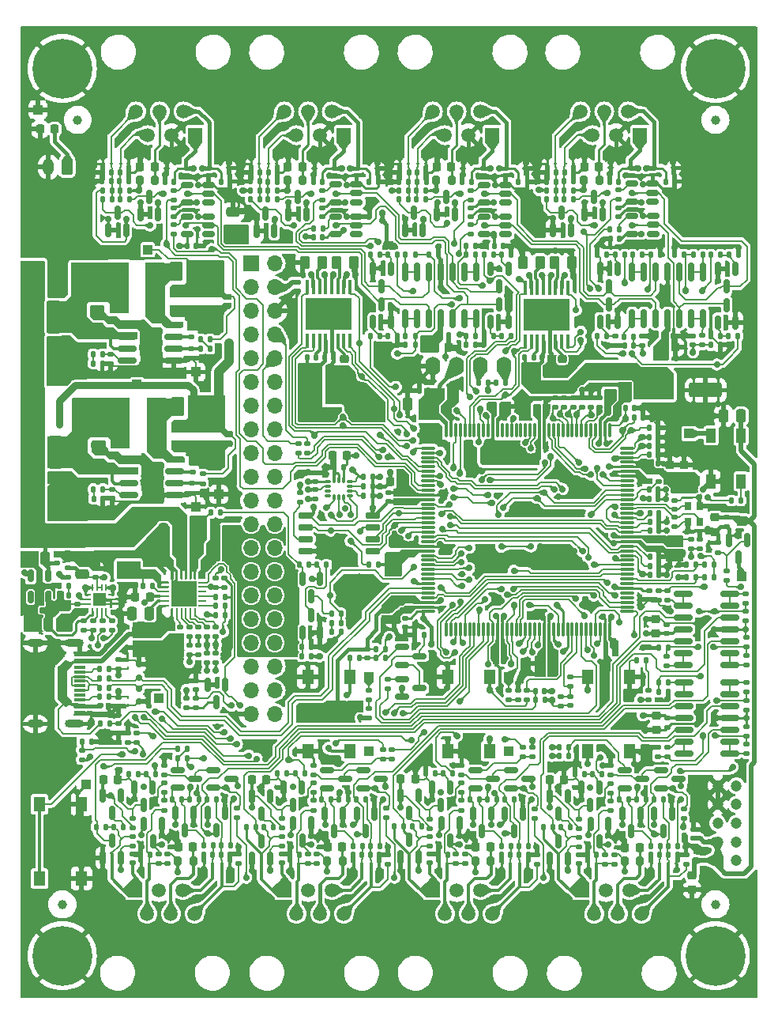
<source format=gbr>
%TF.GenerationSoftware,KiCad,Pcbnew,(7.0.0)*%
%TF.CreationDate,2023-03-20T14:45:51+00:00*%
%TF.ProjectId,RobotLegoController,526f626f-744c-4656-976f-436f6e74726f,REV A*%
%TF.SameCoordinates,PX7bfa480PY848f8c0*%
%TF.FileFunction,Copper,L1,Top*%
%TF.FilePolarity,Positive*%
%FSLAX46Y46*%
G04 Gerber Fmt 4.6, Leading zero omitted, Abs format (unit mm)*
G04 Created by KiCad (PCBNEW (7.0.0)) date 2023-03-20 14:45:51*
%MOMM*%
%LPD*%
G01*
G04 APERTURE LIST*
G04 Aperture macros list*
%AMRoundRect*
0 Rectangle with rounded corners*
0 $1 Rounding radius*
0 $2 $3 $4 $5 $6 $7 $8 $9 X,Y pos of 4 corners*
0 Add a 4 corners polygon primitive as box body*
4,1,4,$2,$3,$4,$5,$6,$7,$8,$9,$2,$3,0*
0 Add four circle primitives for the rounded corners*
1,1,$1+$1,$2,$3*
1,1,$1+$1,$4,$5*
1,1,$1+$1,$6,$7*
1,1,$1+$1,$8,$9*
0 Add four rect primitives between the rounded corners*
20,1,$1+$1,$2,$3,$4,$5,0*
20,1,$1+$1,$4,$5,$6,$7,0*
20,1,$1+$1,$6,$7,$8,$9,0*
20,1,$1+$1,$8,$9,$2,$3,0*%
G04 Aperture macros list end*
%TA.AperFunction,SMDPad,CuDef*%
%ADD10RoundRect,0.135000X-0.185000X0.135000X-0.185000X-0.135000X0.185000X-0.135000X0.185000X0.135000X0*%
%TD*%
%TA.AperFunction,SMDPad,CuDef*%
%ADD11RoundRect,0.150000X0.150000X-0.587500X0.150000X0.587500X-0.150000X0.587500X-0.150000X-0.587500X0*%
%TD*%
%TA.AperFunction,SMDPad,CuDef*%
%ADD12RoundRect,0.140000X0.140000X0.170000X-0.140000X0.170000X-0.140000X-0.170000X0.140000X-0.170000X0*%
%TD*%
%TA.AperFunction,SMDPad,CuDef*%
%ADD13RoundRect,0.135000X-0.135000X-0.185000X0.135000X-0.185000X0.135000X0.185000X-0.135000X0.185000X0*%
%TD*%
%TA.AperFunction,SMDPad,CuDef*%
%ADD14RoundRect,0.250000X-0.262500X-0.450000X0.262500X-0.450000X0.262500X0.450000X-0.262500X0.450000X0*%
%TD*%
%TA.AperFunction,SMDPad,CuDef*%
%ADD15RoundRect,0.135000X0.185000X-0.135000X0.185000X0.135000X-0.185000X0.135000X-0.185000X-0.135000X0*%
%TD*%
%TA.AperFunction,SMDPad,CuDef*%
%ADD16RoundRect,0.250000X-0.550000X1.500000X-0.550000X-1.500000X0.550000X-1.500000X0.550000X1.500000X0*%
%TD*%
%TA.AperFunction,SMDPad,CuDef*%
%ADD17R,2.150000X5.500000*%
%TD*%
%TA.AperFunction,SMDPad,CuDef*%
%ADD18RoundRect,0.150000X0.512500X0.150000X-0.512500X0.150000X-0.512500X-0.150000X0.512500X-0.150000X0*%
%TD*%
%TA.AperFunction,SMDPad,CuDef*%
%ADD19RoundRect,0.062500X-0.117500X-0.062500X0.117500X-0.062500X0.117500X0.062500X-0.117500X0.062500X0*%
%TD*%
%TA.AperFunction,ComponentPad*%
%ADD20C,6.400000*%
%TD*%
%TA.AperFunction,SMDPad,CuDef*%
%ADD21RoundRect,0.250000X0.262500X0.450000X-0.262500X0.450000X-0.262500X-0.450000X0.262500X-0.450000X0*%
%TD*%
%TA.AperFunction,SMDPad,CuDef*%
%ADD22RoundRect,0.250000X0.250000X0.475000X-0.250000X0.475000X-0.250000X-0.475000X0.250000X-0.475000X0*%
%TD*%
%TA.AperFunction,SMDPad,CuDef*%
%ADD23RoundRect,0.225000X0.225000X0.250000X-0.225000X0.250000X-0.225000X-0.250000X0.225000X-0.250000X0*%
%TD*%
%TA.AperFunction,SMDPad,CuDef*%
%ADD24RoundRect,0.135000X0.135000X0.185000X-0.135000X0.185000X-0.135000X-0.185000X0.135000X-0.185000X0*%
%TD*%
%TA.AperFunction,SMDPad,CuDef*%
%ADD25RoundRect,0.112500X-0.187500X-0.112500X0.187500X-0.112500X0.187500X0.112500X-0.187500X0.112500X0*%
%TD*%
%TA.AperFunction,SMDPad,CuDef*%
%ADD26RoundRect,0.140000X-0.140000X-0.170000X0.140000X-0.170000X0.140000X0.170000X-0.140000X0.170000X0*%
%TD*%
%TA.AperFunction,ComponentPad*%
%ADD27R,1.520000X1.520000*%
%TD*%
%TA.AperFunction,ComponentPad*%
%ADD28C,1.520000*%
%TD*%
%TA.AperFunction,SMDPad,CuDef*%
%ADD29R,1.000000X1.000000*%
%TD*%
%TA.AperFunction,SMDPad,CuDef*%
%ADD30C,1.000000*%
%TD*%
%TA.AperFunction,SMDPad,CuDef*%
%ADD31RoundRect,0.150000X-0.150000X0.587500X-0.150000X-0.587500X0.150000X-0.587500X0.150000X0.587500X0*%
%TD*%
%TA.AperFunction,SMDPad,CuDef*%
%ADD32RoundRect,0.112500X0.187500X0.112500X-0.187500X0.112500X-0.187500X-0.112500X0.187500X-0.112500X0*%
%TD*%
%TA.AperFunction,SMDPad,CuDef*%
%ADD33RoundRect,0.140000X-0.170000X0.140000X-0.170000X-0.140000X0.170000X-0.140000X0.170000X0.140000X0*%
%TD*%
%TA.AperFunction,SMDPad,CuDef*%
%ADD34RoundRect,0.200000X0.200000X0.275000X-0.200000X0.275000X-0.200000X-0.275000X0.200000X-0.275000X0*%
%TD*%
%TA.AperFunction,SMDPad,CuDef*%
%ADD35RoundRect,0.225000X-0.225000X-0.250000X0.225000X-0.250000X0.225000X0.250000X-0.225000X0.250000X0*%
%TD*%
%TA.AperFunction,SMDPad,CuDef*%
%ADD36RoundRect,0.150000X-0.825000X-0.150000X0.825000X-0.150000X0.825000X0.150000X-0.825000X0.150000X0*%
%TD*%
%TA.AperFunction,SMDPad,CuDef*%
%ADD37RoundRect,0.075000X0.662500X0.075000X-0.662500X0.075000X-0.662500X-0.075000X0.662500X-0.075000X0*%
%TD*%
%TA.AperFunction,SMDPad,CuDef*%
%ADD38RoundRect,0.075000X0.075000X0.662500X-0.075000X0.662500X-0.075000X-0.662500X0.075000X-0.662500X0*%
%TD*%
%TA.AperFunction,SMDPad,CuDef*%
%ADD39RoundRect,0.150000X-0.587500X-0.150000X0.587500X-0.150000X0.587500X0.150000X-0.587500X0.150000X0*%
%TD*%
%TA.AperFunction,SMDPad,CuDef*%
%ADD40RoundRect,0.250000X-0.475000X0.250000X-0.475000X-0.250000X0.475000X-0.250000X0.475000X0.250000X0*%
%TD*%
%TA.AperFunction,SMDPad,CuDef*%
%ADD41RoundRect,0.140000X0.170000X-0.140000X0.170000X0.140000X-0.170000X0.140000X-0.170000X-0.140000X0*%
%TD*%
%TA.AperFunction,SMDPad,CuDef*%
%ADD42R,2.500000X1.900000*%
%TD*%
%TA.AperFunction,SMDPad,CuDef*%
%ADD43R,1.300000X1.550000*%
%TD*%
%TA.AperFunction,SMDPad,CuDef*%
%ADD44RoundRect,0.250000X-1.500000X-0.550000X1.500000X-0.550000X1.500000X0.550000X-1.500000X0.550000X0*%
%TD*%
%TA.AperFunction,ComponentPad*%
%ADD45O,1.600000X2.000000*%
%TD*%
%TA.AperFunction,SMDPad,CuDef*%
%ADD46RoundRect,0.150000X-0.150000X0.512500X-0.150000X-0.512500X0.150000X-0.512500X0.150000X0.512500X0*%
%TD*%
%TA.AperFunction,SMDPad,CuDef*%
%ADD47RoundRect,0.062500X0.117500X0.062500X-0.117500X0.062500X-0.117500X-0.062500X0.117500X-0.062500X0*%
%TD*%
%TA.AperFunction,SMDPad,CuDef*%
%ADD48RoundRect,0.147500X0.172500X-0.147500X0.172500X0.147500X-0.172500X0.147500X-0.172500X-0.147500X0*%
%TD*%
%TA.AperFunction,SMDPad,CuDef*%
%ADD49RoundRect,0.250000X0.475000X-0.250000X0.475000X0.250000X-0.475000X0.250000X-0.475000X-0.250000X0*%
%TD*%
%TA.AperFunction,SMDPad,CuDef*%
%ADD50RoundRect,0.150000X-0.650000X-0.150000X0.650000X-0.150000X0.650000X0.150000X-0.650000X0.150000X0*%
%TD*%
%TA.AperFunction,ComponentPad*%
%ADD51C,0.700000*%
%TD*%
%TA.AperFunction,SMDPad,CuDef*%
%ADD52R,2.290000X3.000000*%
%TD*%
%TA.AperFunction,SMDPad,CuDef*%
%ADD53RoundRect,0.225000X-0.250000X0.225000X-0.250000X-0.225000X0.250000X-0.225000X0.250000X0.225000X0*%
%TD*%
%TA.AperFunction,SMDPad,CuDef*%
%ADD54RoundRect,0.147500X-0.172500X0.147500X-0.172500X-0.147500X0.172500X-0.147500X0.172500X0.147500X0*%
%TD*%
%TA.AperFunction,SMDPad,CuDef*%
%ADD55RoundRect,0.087500X0.225000X0.087500X-0.225000X0.087500X-0.225000X-0.087500X0.225000X-0.087500X0*%
%TD*%
%TA.AperFunction,SMDPad,CuDef*%
%ADD56RoundRect,0.087500X0.087500X0.225000X-0.087500X0.225000X-0.087500X-0.225000X0.087500X-0.225000X0*%
%TD*%
%TA.AperFunction,SMDPad,CuDef*%
%ADD57RoundRect,0.100000X-0.100000X0.687500X-0.100000X-0.687500X0.100000X-0.687500X0.100000X0.687500X0*%
%TD*%
%TA.AperFunction,SMDPad,CuDef*%
%ADD58R,5.000000X3.400000*%
%TD*%
%TA.AperFunction,ComponentPad*%
%ADD59RoundRect,0.250000X0.350000X0.625000X-0.350000X0.625000X-0.350000X-0.625000X0.350000X-0.625000X0*%
%TD*%
%TA.AperFunction,ComponentPad*%
%ADD60O,1.200000X1.750000*%
%TD*%
%TA.AperFunction,SMDPad,CuDef*%
%ADD61RoundRect,0.250000X-0.312500X-1.450000X0.312500X-1.450000X0.312500X1.450000X-0.312500X1.450000X0*%
%TD*%
%TA.AperFunction,ComponentPad*%
%ADD62R,1.700000X1.700000*%
%TD*%
%TA.AperFunction,ComponentPad*%
%ADD63O,1.700000X1.700000*%
%TD*%
%TA.AperFunction,SMDPad,CuDef*%
%ADD64RoundRect,0.225000X0.250000X-0.225000X0.250000X0.225000X-0.250000X0.225000X-0.250000X-0.225000X0*%
%TD*%
%TA.AperFunction,SMDPad,CuDef*%
%ADD65RoundRect,0.150000X-0.200000X0.150000X-0.200000X-0.150000X0.200000X-0.150000X0.200000X0.150000X0*%
%TD*%
%TA.AperFunction,SMDPad,CuDef*%
%ADD66RoundRect,0.062500X0.062500X-0.350000X0.062500X0.350000X-0.062500X0.350000X-0.062500X-0.350000X0*%
%TD*%
%TA.AperFunction,SMDPad,CuDef*%
%ADD67RoundRect,0.062500X0.350000X-0.062500X0.350000X0.062500X-0.350000X0.062500X-0.350000X-0.062500X0*%
%TD*%
%TA.AperFunction,ComponentPad*%
%ADD68C,0.500000*%
%TD*%
%TA.AperFunction,SMDPad,CuDef*%
%ADD69R,2.700000X2.700000*%
%TD*%
%TA.AperFunction,SMDPad,CuDef*%
%ADD70RoundRect,0.150000X0.150000X-0.825000X0.150000X0.825000X-0.150000X0.825000X-0.150000X-0.825000X0*%
%TD*%
%TA.AperFunction,SMDPad,CuDef*%
%ADD71RoundRect,0.147500X0.147500X0.172500X-0.147500X0.172500X-0.147500X-0.172500X0.147500X-0.172500X0*%
%TD*%
%TA.AperFunction,SMDPad,CuDef*%
%ADD72RoundRect,0.250000X-0.250000X-0.475000X0.250000X-0.475000X0.250000X0.475000X-0.250000X0.475000X0*%
%TD*%
%TA.AperFunction,SMDPad,CuDef*%
%ADD73RoundRect,0.062500X0.062500X-0.117500X0.062500X0.117500X-0.062500X0.117500X-0.062500X-0.117500X0*%
%TD*%
%TA.AperFunction,SMDPad,CuDef*%
%ADD74R,0.800000X0.900000*%
%TD*%
%TA.AperFunction,ComponentPad*%
%ADD75RoundRect,0.250000X0.350000X-0.350000X0.350000X0.350000X-0.350000X0.350000X-0.350000X-0.350000X0*%
%TD*%
%TA.AperFunction,ComponentPad*%
%ADD76C,1.200000*%
%TD*%
%TA.AperFunction,SMDPad,CuDef*%
%ADD77RoundRect,0.062500X-0.275000X-0.062500X0.275000X-0.062500X0.275000X0.062500X-0.275000X0.062500X0*%
%TD*%
%TA.AperFunction,SMDPad,CuDef*%
%ADD78RoundRect,0.062500X-0.062500X-0.275000X0.062500X-0.275000X0.062500X0.275000X-0.062500X0.275000X0*%
%TD*%
%TA.AperFunction,SMDPad,CuDef*%
%ADD79R,1.450000X1.450000*%
%TD*%
%TA.AperFunction,SMDPad,CuDef*%
%ADD80RoundRect,0.062500X-0.062500X0.117500X-0.062500X-0.117500X0.062500X-0.117500X0.062500X0.117500X0*%
%TD*%
%TA.AperFunction,SMDPad,CuDef*%
%ADD81RoundRect,0.250000X0.450000X0.800000X-0.450000X0.800000X-0.450000X-0.800000X0.450000X-0.800000X0*%
%TD*%
%TA.AperFunction,SMDPad,CuDef*%
%ADD82R,1.160000X0.600000*%
%TD*%
%TA.AperFunction,SMDPad,CuDef*%
%ADD83R,1.160000X0.300000*%
%TD*%
%TA.AperFunction,ComponentPad*%
%ADD84O,2.000000X0.900000*%
%TD*%
%TA.AperFunction,ComponentPad*%
%ADD85O,1.700000X0.900000*%
%TD*%
%TA.AperFunction,SMDPad,CuDef*%
%ADD86RoundRect,0.150000X0.200000X-0.150000X0.200000X0.150000X-0.200000X0.150000X-0.200000X-0.150000X0*%
%TD*%
%TA.AperFunction,SMDPad,CuDef*%
%ADD87R,1.000000X1.500000*%
%TD*%
%TA.AperFunction,ComponentPad*%
%ADD88R,1.000000X1.000000*%
%TD*%
%TA.AperFunction,ViaPad*%
%ADD89C,0.700000*%
%TD*%
%TA.AperFunction,ViaPad*%
%ADD90C,4.000000*%
%TD*%
%TA.AperFunction,ViaPad*%
%ADD91C,3.000000*%
%TD*%
%TA.AperFunction,Conductor*%
%ADD92C,0.400000*%
%TD*%
%TA.AperFunction,Conductor*%
%ADD93C,0.150000*%
%TD*%
%TA.AperFunction,Conductor*%
%ADD94C,0.500000*%
%TD*%
%TA.AperFunction,Conductor*%
%ADD95C,0.200000*%
%TD*%
%TA.AperFunction,Conductor*%
%ADD96C,0.250000*%
%TD*%
%TA.AperFunction,Conductor*%
%ADD97C,0.300000*%
%TD*%
%TA.AperFunction,Conductor*%
%ADD98C,0.180000*%
%TD*%
%TA.AperFunction,Conductor*%
%ADD99C,0.350000*%
%TD*%
%TA.AperFunction,Conductor*%
%ADD100C,0.750000*%
%TD*%
%TA.AperFunction,Conductor*%
%ADD101C,1.000000*%
%TD*%
G04 APERTURE END LIST*
D10*
%TO.P,R68,1*%
%TO.N,5V_SENSE*%
X7100000Y27010000D03*
%TO.P,R68,2*%
%TO.N,+5V*%
X7100000Y25990000D03*
%TD*%
D11*
%TO.P,D56,1,A*%
%TO.N,GND*%
X61000000Y84362500D03*
%TO.P,D56,2,K*%
%TO.N,+5V*%
X62900000Y84362500D03*
%TO.P,D56,3,COM*%
%TO.N,/06-System Outputs B/MOTORD_PIN5_ENC*%
X61950000Y86237500D03*
%TD*%
D12*
%TO.P,C177,1*%
%TO.N,/06-System Outputs B/MOTORC_PIN1*%
X48830000Y87850000D03*
%TO.P,C177,2*%
%TO.N,GND*%
X47870000Y87850000D03*
%TD*%
D11*
%TO.P,D44,1,A*%
%TO.N,GND*%
X29250000Y84412500D03*
%TO.P,D44,2,K*%
%TO.N,+5V*%
X31150000Y84412500D03*
%TO.P,D44,3,COM*%
%TO.N,/05-System Outputs A/MOTORB_PIN5_ENC*%
X30200000Y86287500D03*
%TD*%
D13*
%TO.P,R205,1*%
%TO.N,MOTORB_PIN6_ENCODER*%
X31890000Y82900000D03*
%TO.P,R205,2*%
%TO.N,Net-(R205-Pad2)*%
X32910000Y82900000D03*
%TD*%
D12*
%TO.P,C6,1*%
%TO.N,+3.3V*%
X56680000Y33350000D03*
%TO.P,C6,2*%
%TO.N,/01-Microcontroller and Extras/BUTTON1*%
X55720000Y33350000D03*
%TD*%
D14*
%TO.P,R243,1*%
%TO.N,GND*%
X54367500Y79250000D03*
%TO.P,R243,2*%
%TO.N,Net-(U23-BISEN)*%
X56192500Y79250000D03*
%TD*%
D15*
%TO.P,R237,1*%
%TO.N,MOTORC_PIN5_ENCODER*%
X48800000Y85940000D03*
%TO.P,R237,2*%
%TO.N,Net-(R237-Pad2)*%
X48800000Y86960000D03*
%TD*%
D16*
%TO.P,C66,1*%
%TO.N,/02-System Power Supply and USB/5BOOSTIN*%
X4200000Y58900000D03*
%TO.P,C66,2*%
%TO.N,GND*%
X4200000Y53300000D03*
%TD*%
D17*
%TO.P,L3,1,1*%
%TO.N,/02-System Power Supply and USB/9BOOSTIN*%
X11074999Y76499999D03*
%TO.P,L3,2,2*%
%TO.N,Net-(D12-A)*%
X14924999Y76499999D03*
%TD*%
D18*
%TO.P,U15,1,NC*%
%TO.N,unconnected-(U15-NC-Pad1)*%
X20637500Y82250000D03*
%TO.P,U15,2*%
%TO.N,/05-System Outputs A/MOTORA_PIN6_ENC*%
X20637500Y83200000D03*
%TO.P,U15,3,GND*%
%TO.N,GND*%
X20637500Y84150000D03*
%TO.P,U15,4*%
%TO.N,Net-(R204-Pad2)*%
X18362500Y84150000D03*
%TO.P,U15,5,VCC*%
%TO.N,+3.3V*%
X18362500Y82250000D03*
%TD*%
D19*
%TO.P,D39,1,A1*%
%TO.N,GND*%
X54847500Y14850000D03*
%TO.P,D39,2,A2*%
%TO.N,/04-System Inputs B/INPUT3_PIN6*%
X54007500Y14850000D03*
%TD*%
D20*
%TO.P,H4,1,1*%
%TO.N,GND*%
X75000000Y100000000D03*
%TD*%
D21*
%TO.P,R207,1*%
%TO.N,GND*%
X36237500Y79237500D03*
%TO.P,R207,2*%
%TO.N,Net-(U17-AISEN)*%
X34412500Y79237500D03*
%TD*%
D13*
%TO.P,R185,1*%
%TO.N,MOTORB_PIN5_DET*%
X50190000Y80050000D03*
%TO.P,R185,2*%
%TO.N,Net-(Q30-G)*%
X51210000Y80050000D03*
%TD*%
D22*
%TO.P,C51,1*%
%TO.N,+4V*%
X17750000Y50600000D03*
%TO.P,C51,2*%
%TO.N,GND*%
X15850000Y50600000D03*
%TD*%
D15*
%TO.P,R172,1*%
%TO.N,INPUT3_PIN6_SENSE_VOLTAGE*%
X68850000Y26290000D03*
%TO.P,R172,2*%
%TO.N,GND*%
X68850000Y27310000D03*
%TD*%
D23*
%TO.P,C53,1*%
%TO.N,+BATT*%
X4175000Y93500000D03*
%TO.P,C53,2*%
%TO.N,GND*%
X2625000Y93500000D03*
%TD*%
D10*
%TO.P,R12,1*%
%TO.N,Net-(R12-Pad1)*%
X59450000Y34860000D03*
%TO.P,R12,2*%
%TO.N,/01-Microcontroller and Extras/BUTTON3*%
X59450000Y33840000D03*
%TD*%
D24*
%TO.P,R188,1*%
%TO.N,/05-System Outputs A/MOTORA_PIN6*%
X10310000Y86950000D03*
%TO.P,R188,2*%
%TO.N,+5V*%
X9290000Y86950000D03*
%TD*%
D12*
%TO.P,C122,1*%
%TO.N,/04-System Inputs B/INPUT3_PIN5*%
X53050000Y15800000D03*
%TO.P,C122,2*%
%TO.N,GND*%
X52090000Y15800000D03*
%TD*%
D13*
%TO.P,R152,1*%
%TO.N,ADD_LED_RGB*%
X76700000Y53750000D03*
%TO.P,R152,2*%
%TO.N,Net-(D65-DIN)*%
X77720000Y53750000D03*
%TD*%
%TO.P,R130,1*%
%TO.N,/04-System Inputs B/INPUT3_PIN1*%
X42490000Y18850000D03*
%TO.P,R130,2*%
%TO.N,Net-(Q17-D)*%
X43510000Y18850000D03*
%TD*%
D24*
%TO.P,R58,1*%
%TO.N,GND*%
X31710000Y38050000D03*
%TO.P,R58,2*%
%TO.N,Net-(Q4-G)*%
X30690000Y38050000D03*
%TD*%
D15*
%TO.P,R140,1*%
%TO.N,/04-System Inputs B/INPUT3_PIN2*%
X48150000Y14840000D03*
%TO.P,R140,2*%
%TO.N,+5V*%
X48150000Y15860000D03*
%TD*%
D25*
%TO.P,D50,1,A1*%
%TO.N,GND*%
X16200000Y89300000D03*
%TO.P,D50,2,A2*%
%TO.N,/05-System Outputs A/MOTORA_PIN1*%
X18300000Y89300000D03*
%TD*%
D12*
%TO.P,C178,1*%
%TO.N,/06-System Outputs B/MOTORD_PIN1*%
X64630000Y87900000D03*
%TO.P,C178,2*%
%TO.N,GND*%
X63670000Y87900000D03*
%TD*%
D26*
%TO.P,C176,1*%
%TO.N,/06-System Outputs B/MOTORC_PIN2*%
X53870000Y87850000D03*
%TO.P,C176,2*%
%TO.N,GND*%
X54830000Y87850000D03*
%TD*%
%TO.P,C30,1*%
%TO.N,/01-Microcontroller and Extras/MC_RESET_N*%
X67920000Y54900000D03*
%TO.P,C30,2*%
%TO.N,GND*%
X68880000Y54900000D03*
%TD*%
D12*
%TO.P,C121,1*%
%TO.N,/04-System Inputs B/INPUT4_PIN2*%
X62280000Y15800000D03*
%TO.P,C121,2*%
%TO.N,GND*%
X61320000Y15800000D03*
%TD*%
D27*
%TO.P,J11,1*%
%TO.N,/05-System Outputs A/MOTORA_PIN1*%
X19249999Y92859999D03*
D28*
%TO.P,J11,2*%
%TO.N,/05-System Outputs A/MOTORA_PIN2*%
X17980000Y95400000D03*
%TO.P,J11,3*%
%TO.N,GND*%
X16710000Y92860000D03*
%TO.P,J11,4*%
%TO.N,Net-(C132-Pad2)*%
X15440000Y95400000D03*
%TO.P,J11,5*%
%TO.N,/05-System Outputs A/MOTORA_PIN5*%
X14170000Y92860000D03*
%TO.P,J11,6*%
%TO.N,/05-System Outputs A/MOTORA_PIN6*%
X12900000Y95400000D03*
%TD*%
D29*
%TO.P,TP39,1,1*%
%TO.N,GND*%
X7549999Y23349999D03*
%TD*%
D30*
%TO.P,FID4,*%
%TO.N,*%
X75000000Y94500000D03*
%TD*%
D10*
%TO.P,R75,1*%
%TO.N,/03-System Inputs A/INPUT2_PIN1*%
X28500000Y17770000D03*
%TO.P,R75,2*%
%TO.N,+5V*%
X28500000Y16750000D03*
%TD*%
%TO.P,R107,1*%
%TO.N,INPUT3_PIN6_ENABLE_N*%
X54400000Y27310000D03*
%TO.P,R107,2*%
%TO.N,Net-(Q11-G)*%
X54400000Y26290000D03*
%TD*%
D15*
%TO.P,R120,1*%
%TO.N,Net-(U10B--)*%
X69800000Y36040000D03*
%TO.P,R120,2*%
%TO.N,INPUT1_PIN6_SENSE_VOLTAGE*%
X69800000Y37060000D03*
%TD*%
D10*
%TO.P,R74,1*%
%TO.N,/03-System Inputs A/INPUT1_PIN1*%
X12500000Y17760000D03*
%TO.P,R74,2*%
%TO.N,+5V*%
X12500000Y16740000D03*
%TD*%
D13*
%TO.P,R150,1*%
%TO.N,INPUT3_PIN5_SCL_uTX_pRX*%
X52040000Y16750000D03*
%TO.P,R150,2*%
%TO.N,/04-System Inputs B/INPUT3_PIN5*%
X53060000Y16750000D03*
%TD*%
D31*
%TO.P,D15,1,A*%
%TO.N,GND*%
X15650000Y19137500D03*
%TO.P,D15,2,K*%
%TO.N,+3.3V*%
X13750000Y19137500D03*
%TO.P,D15,3,COM*%
%TO.N,INPUT1_PIN2_DETECT*%
X14700000Y17262500D03*
%TD*%
D32*
%TO.P,D49,1,A1*%
%TO.N,GND*%
X22850000Y89350000D03*
%TO.P,D49,2,A2*%
%TO.N,/05-System Outputs A/MOTORA_PIN2*%
X20750000Y89350000D03*
%TD*%
%TO.P,D61,1,A1*%
%TO.N,GND*%
X54650000Y89300000D03*
%TO.P,D61,2,A2*%
%TO.N,/06-System Outputs B/MOTORC_PIN2*%
X52550000Y89300000D03*
%TD*%
D33*
%TO.P,C72,1*%
%TO.N,+5V*%
X22950000Y60830000D03*
%TO.P,C72,2*%
%TO.N,GND*%
X22950000Y59870000D03*
%TD*%
D13*
%TO.P,R132,1*%
%TO.N,GND*%
X43980000Y24500000D03*
%TO.P,R132,2*%
%TO.N,Net-(Q19-G)*%
X45000000Y24500000D03*
%TD*%
D34*
%TO.P,F10,1*%
%TO.N,Net-(C160-Pad2)*%
X62575000Y88000000D03*
%TO.P,F10,2*%
%TO.N,+5V*%
X60925000Y88000000D03*
%TD*%
D24*
%TO.P,R176,1*%
%TO.N,/05-System Outputs A/MOTORA_PIN5_ENC*%
X12176382Y85992322D03*
%TO.P,R176,2*%
%TO.N,/05-System Outputs A/MOTORA_PIN5*%
X11156382Y85992322D03*
%TD*%
D13*
%TO.P,R151,1*%
%TO.N,INPUT4_PIN5_SCL_uTX_pRX*%
X68040000Y16750000D03*
%TO.P,R151,2*%
%TO.N,/04-System Inputs B/INPUT4_PIN5*%
X69060000Y16750000D03*
%TD*%
D35*
%TO.P,C140,1*%
%TO.N,+5V*%
X44825000Y70150000D03*
%TO.P,C140,2*%
%TO.N,GND*%
X46375000Y70150000D03*
%TD*%
D13*
%TO.P,R198,1*%
%TO.N,MOTORA_PIN6_DET*%
X37990000Y71350000D03*
%TO.P,R198,2*%
%TO.N,Net-(Q31-G)*%
X39010000Y71350000D03*
%TD*%
D15*
%TO.P,R123,1*%
%TO.N,INPUT2_PIN6_SENSE_VOLTAGE*%
X78300000Y38040000D03*
%TO.P,R123,2*%
%TO.N,GND*%
X78300000Y39060000D03*
%TD*%
D13*
%TO.P,R63,1*%
%TO.N,Net-(C84-Pad1)*%
X8320000Y54950000D03*
%TO.P,R63,2*%
%TO.N,Net-(U8-COMP)*%
X9340000Y54950000D03*
%TD*%
D24*
%TO.P,R54,1*%
%TO.N,VBAT_ADC_ON*%
X31710000Y37050000D03*
%TO.P,R54,2*%
%TO.N,Net-(Q4-G)*%
X30690000Y37050000D03*
%TD*%
D36*
%TO.P,U10,1*%
%TO.N,Net-(U10A--)*%
X71575000Y43760000D03*
%TO.P,U10,2,-*%
X71575000Y42490000D03*
%TO.P,U10,3,+*%
%TO.N,Net-(D13-COM)*%
X71575000Y41220000D03*
%TO.P,U10,4,V+*%
%TO.N,+5V*%
X71575000Y39950000D03*
%TO.P,U10,5,+*%
%TO.N,Net-(D23-COM)*%
X71575000Y38680000D03*
%TO.P,U10,6,-*%
%TO.N,Net-(U10B--)*%
X71575000Y37410000D03*
%TO.P,U10,7*%
X71575000Y36140000D03*
%TO.P,U10,8*%
%TO.N,Net-(U10C--)*%
X76525000Y36140000D03*
%TO.P,U10,9,-*%
X76525000Y37410000D03*
%TO.P,U10,10,+*%
%TO.N,Net-(D24-COM)*%
X76525000Y38680000D03*
%TO.P,U10,11,V-*%
%TO.N,GND*%
X76525000Y39950000D03*
%TO.P,U10,12,+*%
%TO.N,Net-(D14-COM)*%
X76525000Y41220000D03*
%TO.P,U10,13,-*%
%TO.N,Net-(U10D--)*%
X76525000Y42490000D03*
%TO.P,U10,14*%
X76525000Y43760000D03*
%TD*%
D31*
%TO.P,D20,1,A*%
%TO.N,GND*%
X35050000Y20237500D03*
%TO.P,D20,2,K*%
%TO.N,+3.3V*%
X33150000Y20237500D03*
%TO.P,D20,3,COM*%
%TO.N,INPUT2_PIN5_SCL_uTX_pRX*%
X34100000Y18362500D03*
%TD*%
D13*
%TO.P,R82,1*%
%TO.N,GND*%
X12090000Y24450000D03*
%TO.P,R82,2*%
%TO.N,Net-(Q7-G)*%
X13110000Y24450000D03*
%TD*%
D24*
%TO.P,R49,1*%
%TO.N,GND*%
X22410000Y43450000D03*
%TO.P,R49,2*%
%TO.N,Net-(U6-~{CE})*%
X21390000Y43450000D03*
%TD*%
D10*
%TO.P,R167,1*%
%TO.N,GND*%
X47800000Y25370000D03*
%TO.P,R167,2*%
%TO.N,Net-(Q11-D)*%
X47800000Y24350000D03*
%TD*%
D13*
%TO.P,R6,1*%
%TO.N,/01-Microcontroller and Extras/BUTTON1*%
X55700062Y32405119D03*
%TO.P,R6,2*%
%TO.N,+3.3V*%
X56720062Y32405119D03*
%TD*%
D11*
%TO.P,D59,1,A*%
%TO.N,GND*%
X41750000Y82662500D03*
%TO.P,D59,2,K*%
%TO.N,+5V*%
X43650000Y82662500D03*
%TO.P,D59,3,COM*%
%TO.N,/06-System Outputs B/MOTORC_PIN6_ENC*%
X42700000Y84537500D03*
%TD*%
D13*
%TO.P,R30,1*%
%TO.N,Net-(J3-CC2)*%
X8990000Y32700000D03*
%TO.P,R30,2*%
%TO.N,/02-System Power Supply and USB/USB_CC2*%
X10010000Y32700000D03*
%TD*%
D25*
%TO.P,D62,1,A1*%
%TO.N,GND*%
X47950000Y89300000D03*
%TO.P,D62,2,A2*%
%TO.N,/06-System Outputs B/MOTORC_PIN1*%
X50050000Y89300000D03*
%TD*%
D15*
%TO.P,R141,1*%
%TO.N,/04-System Inputs B/INPUT4_PIN2*%
X64150000Y14790000D03*
%TO.P,R141,2*%
%TO.N,+5V*%
X64150000Y15810000D03*
%TD*%
D24*
%TO.P,R102,1*%
%TO.N,Net-(Q10-G)*%
X18360000Y27150000D03*
%TO.P,R102,2*%
%TO.N,+3.3V*%
X17340000Y27150000D03*
%TD*%
D25*
%TO.P,D63,1,A1*%
%TO.N,GND*%
X63800000Y89350000D03*
%TO.P,D63,2,A2*%
%TO.N,/06-System Outputs B/MOTORD_PIN1*%
X65900000Y89350000D03*
%TD*%
D10*
%TO.P,R170,1*%
%TO.N,Net-(U11B--)*%
X69850000Y27310000D03*
%TO.P,R170,2*%
%TO.N,INPUT3_PIN6_SENSE_VOLTAGE*%
X69850000Y26290000D03*
%TD*%
D31*
%TO.P,Q13,1,G*%
%TO.N,Net-(Q13-G)*%
X78400000Y49537500D03*
%TO.P,Q13,2,S*%
%TO.N,GND*%
X76500000Y49537500D03*
%TO.P,Q13,3,D*%
%TO.N,Net-(Q13-D)*%
X77450000Y47662500D03*
%TD*%
D37*
%TO.P,U2,1,PE2*%
%TO.N,/01-Microcontroller and Extras/LED2*%
X65562500Y41850000D03*
%TO.P,U2,2,PE3*%
%TO.N,MOTORB_PIN5_ENCODER*%
X65562500Y42350000D03*
%TO.P,U2,3,PE4*%
%TO.N,MOTORB_PIN6_ENCODER*%
X65562500Y42850000D03*
%TO.P,U2,4,PE5*%
%TO.N,unconnected-(U2-PE5-Pad4)*%
X65562500Y43350000D03*
%TO.P,U2,5,PE6*%
%TO.N,unconnected-(U2-PE6-Pad5)*%
X65562500Y43850000D03*
%TO.P,U2,6,VBAT*%
%TO.N,+3.3V*%
X65562500Y44350000D03*
%TO.P,U2,7,PC13*%
%TO.N,/01-Microcontroller and Extras/BOARD_ID0*%
X65562500Y44850000D03*
%TO.P,U2,8,PC14*%
%TO.N,/01-Microcontroller and Extras/BOARD_ID1*%
X65562500Y45350000D03*
%TO.P,U2,9,PC15*%
%TO.N,/01-Microcontroller and Extras/LED3*%
X65562500Y45850000D03*
%TO.P,U2,10,PF0*%
%TO.N,INPUT3_PIN6_SDA_uRX_pTX*%
X65562500Y46350000D03*
%TO.P,U2,11,PF1*%
%TO.N,INPUT3_PIN5_SCL_uTX_pRX*%
X65562500Y46850000D03*
%TO.P,U2,12,PF2*%
%TO.N,Net-(U2-PF2)*%
X65562500Y47350000D03*
%TO.P,U2,13,PF3*%
%TO.N,3V3_SENSE*%
X65562500Y47850000D03*
%TO.P,U2,14,PF4*%
%TO.N,9V_SENSE*%
X65562500Y48350000D03*
%TO.P,U2,15,PF5*%
%TO.N,5V_SENSE*%
X65562500Y48850000D03*
%TO.P,U2,16,VSS*%
%TO.N,GND*%
X65562500Y49350000D03*
%TO.P,U2,17,VDD*%
%TO.N,+3.3V*%
X65562500Y49850000D03*
%TO.P,U2,18,PF6*%
%TO.N,VBAT_SENSE*%
X65562500Y50350000D03*
%TO.P,U2,19,PF7*%
%TO.N,VBUS_SENSE*%
X65562500Y50850000D03*
%TO.P,U2,20,PF8*%
%TO.N,ADD_LED_RGB*%
X65562500Y51350000D03*
%TO.P,U2,21,PF9*%
%TO.N,INPUT1_PIN1_SENSE_VOLTAGE*%
X65562500Y51850000D03*
%TO.P,U2,22,PF10*%
%TO.N,INPUT1_PIN6_SENSE_VOLTAGE*%
X65562500Y52350000D03*
%TO.P,U2,23,PH0*%
%TO.N,/01-Microcontroller and Extras/XTAL_IN*%
X65562500Y52850000D03*
%TO.P,U2,24,PH1*%
%TO.N,/01-Microcontroller and Extras/XTAL_OUT*%
X65562500Y53350000D03*
%TO.P,U2,25,NRST*%
%TO.N,/01-Microcontroller and Extras/MC_RESET_N*%
X65562500Y53850000D03*
%TO.P,U2,26,PC0*%
%TO.N,SYS_I2C_SCL*%
X65562500Y54350000D03*
%TO.P,U2,27,PC1*%
%TO.N,SYS_I2C_SDA*%
X65562500Y54850000D03*
%TO.P,U2,28,PC2*%
%TO.N,MOTORC_PIN6_SENSE*%
X65562500Y55350000D03*
%TO.P,U2,29,PC3*%
%TO.N,MOTORD_PIN6_SENSE*%
X65562500Y55850000D03*
%TO.P,U2,30,VSSA*%
%TO.N,GND*%
X65562500Y56350000D03*
%TO.P,U2,31,VREF-*%
X65562500Y56850000D03*
%TO.P,U2,32,VREF+*%
%TO.N,+3.3V*%
X65562500Y57350000D03*
%TO.P,U2,33,VDDA*%
X65562500Y57850000D03*
%TO.P,U2,34,PA0*%
%TO.N,INPUT2_PIN6_SENSE_VOLTAGE*%
X65562500Y58350000D03*
%TO.P,U2,35,PA1*%
%TO.N,INPUT2_PIN1_SENSE_VOLTAGE*%
X65562500Y58850000D03*
%TO.P,U2,36,PA2*%
%TO.N,INPUT3_PIN1_SENSE_VOLTAGE*%
X65562500Y59350000D03*
D38*
%TO.P,U2,37,PA3*%
%TO.N,INPUT4_PIN1_SENSE_VOLTAGE*%
X63650000Y61262500D03*
%TO.P,U2,38,VSS*%
%TO.N,GND*%
X63150000Y61262500D03*
%TO.P,U2,39,VDD*%
%TO.N,+3.3V*%
X62650000Y61262500D03*
%TO.P,U2,40,PA4*%
%TO.N,INPUT3_PIN6_SENSE_VOLTAGE*%
X62150000Y61262500D03*
%TO.P,U2,41,PA5*%
%TO.N,INPUT4_PIN6_SENSE_VOLTAGE*%
X61650000Y61262500D03*
%TO.P,U2,42,PA6*%
%TO.N,MOTORD_PIN5_SENSE*%
X61150000Y61262500D03*
%TO.P,U2,43,PA7*%
%TO.N,MOTORC_PIN5_SENSE*%
X60650000Y61262500D03*
%TO.P,U2,44,PC4*%
%TO.N,MOTORB_PIN6_SENSE*%
X60150000Y61262500D03*
%TO.P,U2,45,PC5*%
%TO.N,MOTORA_PIN6_SENSE*%
X59650000Y61262500D03*
%TO.P,U2,46,PB0*%
%TO.N,MOTORA_PIN5_SENSE*%
X59150000Y61262500D03*
%TO.P,U2,47,PB1*%
%TO.N,MOTORB_PIN5_SENSE*%
X58650000Y61262500D03*
%TO.P,U2,48,PB2*%
%TO.N,MOTORC_PIN6_DET*%
X58150000Y61262500D03*
%TO.P,U2,49,PF11*%
%TO.N,MOTORD_PIN6_DET*%
X57650000Y61262500D03*
%TO.P,U2,50,PF12*%
%TO.N,MOTORD_PIN5_DET*%
X57150000Y61262500D03*
%TO.P,U2,51,VSS*%
%TO.N,GND*%
X56650000Y61262500D03*
%TO.P,U2,52,VDD*%
%TO.N,+3.3V*%
X56150000Y61262500D03*
%TO.P,U2,53,PF13*%
%TO.N,MOTORC_PIN5_DET*%
X55650000Y61262500D03*
%TO.P,U2,54,PF14*%
%TO.N,MOTORCD_SLEEP_N*%
X55150000Y61262500D03*
%TO.P,U2,55,PF15*%
%TO.N,MOTORCD_FAULT_N*%
X54650000Y61262500D03*
%TO.P,U2,56,PG0*%
%TO.N,unconnected-(U2-PG0-Pad56)*%
X54150000Y61262500D03*
%TO.P,U2,57,PG1*%
%TO.N,unconnected-(U2-PG1-Pad57)*%
X53650000Y61262500D03*
%TO.P,U2,58,PE7*%
%TO.N,MOTOR_CD_FAULT_N*%
X53150000Y61262500D03*
%TO.P,U2,59,PE8*%
%TO.N,unconnected-(U2-PE8-Pad59)*%
X52650000Y61262500D03*
%TO.P,U2,60,PE9*%
%TO.N,unconnected-(U2-PE9-Pad60)*%
X52150000Y61262500D03*
%TO.P,U2,61,VSS*%
%TO.N,GND*%
X51650000Y61262500D03*
%TO.P,U2,62,VDD*%
%TO.N,+3.3V*%
X51150000Y61262500D03*
%TO.P,U2,63,PE10*%
%TO.N,MOTORB_PIN5_DET*%
X50650000Y61262500D03*
%TO.P,U2,64,PE11*%
%TO.N,MOTORB_PIN6_DET*%
X50150000Y61262500D03*
%TO.P,U2,65,PE12*%
%TO.N,MOTORA_PIN5_DET*%
X49650000Y61262500D03*
%TO.P,U2,66,PE13*%
%TO.N,MOTORC_PWM2*%
X49150000Y61262500D03*
%TO.P,U2,67,PE14*%
%TO.N,MOTORC_PWM1*%
X48650000Y61262500D03*
%TO.P,U2,68,PE15*%
%TO.N,MOTORA_PIN6_DET*%
X48150000Y61262500D03*
%TO.P,U2,69,PB10*%
%TO.N,INPUT1_PIN5_SCL_uTX_pRX*%
X47650000Y61262500D03*
%TO.P,U2,70,PB11*%
%TO.N,INPUT1_PIN6_SDA_uRX_pTX*%
X47150000Y61262500D03*
%TO.P,U2,71,VSS*%
%TO.N,GND*%
X46650000Y61262500D03*
%TO.P,U2,72,VDD*%
%TO.N,+3.3V*%
X46150000Y61262500D03*
D37*
%TO.P,U2,73,PB12*%
%TO.N,/01-Microcontroller and Extras/SYS_IMU_IRQ2*%
X44237500Y59350000D03*
%TO.P,U2,74,PB13*%
%TO.N,/01-Microcontroller and Extras/SYS_IMU_IRQ1*%
X44237500Y58850000D03*
%TO.P,U2,75,PB14*%
%TO.N,MOTORD_PIN6_ENCODER*%
X44237500Y58350000D03*
%TO.P,U2,76,PB15*%
%TO.N,MOTORD_PIN5_ENCODER*%
X44237500Y57850000D03*
%TO.P,U2,77,PD8*%
%TO.N,MOTORAB_SLEEP_N*%
X44237500Y57350000D03*
%TO.P,U2,78,PD9*%
%TO.N,MOTORAB_FAULT_N*%
X44237500Y56850000D03*
%TO.P,U2,79,PD10*%
%TO.N,SHUTDOWN*%
X44237500Y56350000D03*
%TO.P,U2,80,PD11*%
%TO.N,BM_NIRQ*%
X44237500Y55850000D03*
%TO.P,U2,81,PD12*%
%TO.N,MOTORA_PIN6_ENCODER*%
X44237500Y55350000D03*
%TO.P,U2,82,PD13*%
%TO.N,MOTORA_PIN5_ENCODER*%
X44237500Y54850000D03*
%TO.P,U2,83,VSS*%
%TO.N,GND*%
X44237500Y54350000D03*
%TO.P,U2,84,VDD*%
%TO.N,+3.3V*%
X44237500Y53850000D03*
%TO.P,U2,85,PD14*%
%TO.N,PM_NIRQ*%
X44237500Y53350000D03*
%TO.P,U2,86,PD15*%
%TO.N,/01-Microcontroller and Extras/SYS_FLASH_CS_N*%
X44237500Y52850000D03*
%TO.P,U2,87,PG2*%
%TO.N,/01-Microcontroller and Extras/SYS_SPI_CLK*%
X44237500Y52350000D03*
%TO.P,U2,88,PG3*%
%TO.N,/01-Microcontroller and Extras/SYS_SPI_MISO*%
X44237500Y51850000D03*
%TO.P,U2,89,PG4*%
%TO.N,/01-Microcontroller and Extras/SYS_SPI_MOSI*%
X44237500Y51350000D03*
%TO.P,U2,90,PG5*%
%TO.N,/01-Microcontroller and Extras/SYS_IMU_CS*%
X44237500Y50850000D03*
%TO.P,U2,91,PG6*%
%TO.N,VBAT_ADC_ON*%
X44237500Y50350000D03*
%TO.P,U2,92,PG7*%
%TO.N,/01-Microcontroller and Extras/DEBUG_uTX_dRX*%
X44237500Y49850000D03*
%TO.P,U2,93,PG8*%
%TO.N,/01-Microcontroller and Extras/DEBUG_uRX_dTX*%
X44237500Y49350000D03*
%TO.P,U2,94,VSS*%
%TO.N,GND*%
X44237500Y48850000D03*
%TO.P,U2,95,VDDIO2*%
%TO.N,+3.3V*%
X44237500Y48350000D03*
%TO.P,U2,96,PC6*%
%TO.N,MOTORB_PWM1*%
X44237500Y47850000D03*
%TO.P,U2,97,PC7*%
%TO.N,MOTORB_PWM2*%
X44237500Y47350000D03*
%TO.P,U2,98,PC8*%
%TO.N,MOTORA_PWM2*%
X44237500Y46850000D03*
%TO.P,U2,99,PC9*%
%TO.N,MOTORA_PWM1*%
X44237500Y46350000D03*
%TO.P,U2,100,PA8*%
%TO.N,MOTORD_PWM1*%
X44237500Y45850000D03*
%TO.P,U2,101,PA9*%
%TO.N,MOTORD_PWM2*%
X44237500Y45350000D03*
%TO.P,U2,102,PA10*%
%TO.N,/01-Microcontroller and Extras/BUTTON2*%
X44237500Y44850000D03*
%TO.P,U2,103,PA11*%
%TO.N,USB_DN*%
X44237500Y44350000D03*
%TO.P,U2,104,PA12*%
%TO.N,USB_DP*%
X44237500Y43850000D03*
%TO.P,U2,105,PA13*%
%TO.N,/01-Microcontroller and Extras/MC_SWDIO*%
X44237500Y43350000D03*
%TO.P,U2,106,VDDUSB*%
%TO.N,+3.3V*%
X44237500Y42850000D03*
%TO.P,U2,107,VSS*%
%TO.N,GND*%
X44237500Y42350000D03*
%TO.P,U2,108,VDD*%
%TO.N,+3.3V*%
X44237500Y41850000D03*
D38*
%TO.P,U2,109,PA14*%
%TO.N,/01-Microcontroller and Extras/MC_SWCLK*%
X46150000Y39937500D03*
%TO.P,U2,110,PA15*%
%TO.N,MOTORC_PIN6_ENCODER*%
X46650000Y39937500D03*
%TO.P,U2,111,PC10*%
%TO.N,INPUT2_PIN5_SCL_uTX_pRX*%
X47150000Y39937500D03*
%TO.P,U2,112,PC11*%
%TO.N,INPUT2_PIN6_SDA_uRX_pTX*%
X47650000Y39937500D03*
%TO.P,U2,113,PC12*%
%TO.N,/01-Microcontroller and Extras/PC_uTX_rpiRX*%
X48150000Y39937500D03*
%TO.P,U2,114,PD0*%
%TO.N,INPUT1_PIN1_CURRENT_ENABLE*%
X48650000Y39937500D03*
%TO.P,U2,115,PD1*%
%TO.N,INPUT1_PIN6_ENABLE_N*%
X49150000Y39937500D03*
%TO.P,U2,116,PD2*%
%TO.N,/01-Microcontroller and Extras/PC_uRX_rpiTX*%
X49650000Y39937500D03*
%TO.P,U2,117,PD3*%
%TO.N,INPUT1_PIN2_DETECT*%
X50150000Y39937500D03*
%TO.P,U2,118,PD4*%
%TO.N,INPUT2_PIN2_DETECT*%
X50650000Y39937500D03*
%TO.P,U2,119,PD5*%
%TO.N,INPUT3_PIN5_SCL_uTX_pRX*%
X51150000Y39937500D03*
%TO.P,U2,120,VSS*%
%TO.N,GND*%
X51650000Y39937500D03*
%TO.P,U2,121,VDD*%
%TO.N,+3.3V*%
X52150000Y39937500D03*
%TO.P,U2,122,PD6*%
%TO.N,INPUT3_PIN6_SDA_uRX_pTX*%
X52650000Y39937500D03*
%TO.P,U2,123,PD7*%
%TO.N,/01-Microcontroller and Extras/LED1*%
X53150000Y39937500D03*
%TO.P,U2,124,PG9*%
%TO.N,INPUT4_PIN5_SCL_uTX_pRX*%
X53650000Y39937500D03*
%TO.P,U2,125,PG10*%
%TO.N,INPUT4_PIN6_SDA_uRX_pTX*%
X54150000Y39937500D03*
%TO.P,U2,126,PG11*%
%TO.N,INPUT2_PIN1_CURRENT_ENABLE*%
X54650000Y39937500D03*
%TO.P,U2,127,PG12*%
%TO.N,INPUT2_PIN6_ENABLE_N*%
X55150000Y39937500D03*
%TO.P,U2,128,PG13*%
%TO.N,INPUT2_PIN6_SDA_uRX_pTX*%
X55650000Y39937500D03*
%TO.P,U2,129,PG14*%
%TO.N,INPUT2_PIN5_SCL_uTX_pRX*%
X56150000Y39937500D03*
%TO.P,U2,130,VSS*%
%TO.N,GND*%
X56650000Y39937500D03*
%TO.P,U2,131,VDDIO2*%
%TO.N,+3.3V*%
X57150000Y39937500D03*
%TO.P,U2,132,PG15*%
%TO.N,INPUT3_PIN1_CURRENT_ENABLE*%
X57650000Y39937500D03*
%TO.P,U2,133,PB3*%
%TO.N,MOTORC_PIN5_ENCODER*%
X58150000Y39937500D03*
%TO.P,U2,134,PB4*%
%TO.N,INPUT3_PIN2_DETECT*%
X58650000Y39937500D03*
%TO.P,U2,135,PB5*%
%TO.N,INPUT3_PIN6_ENABLE_N*%
X59150000Y39937500D03*
%TO.P,U2,136,PB6*%
%TO.N,/01-Microcontroller and Extras/BUTTON1*%
X59650000Y39937500D03*
%TO.P,U2,137,PB7*%
%TO.N,/01-Microcontroller and Extras/BUTTON3*%
X60150000Y39937500D03*
%TO.P,U2,138,PH3*%
%TO.N,/01-Microcontroller and Extras/MC_BOOT0*%
X60650000Y39937500D03*
%TO.P,U2,139,PB8*%
%TO.N,INPUT4_PIN6_ENABLE_N*%
X61150000Y39937500D03*
%TO.P,U2,140,PB9*%
%TO.N,INPUT4_PIN2_DETECT*%
X61650000Y39937500D03*
%TO.P,U2,141,PE0*%
%TO.N,PIEZO_PWM*%
X62150000Y39937500D03*
%TO.P,U2,142,PE1*%
%TO.N,INPUT4_PIN1_CURRENT_ENABLE*%
X62650000Y39937500D03*
%TO.P,U2,143,VSS*%
%TO.N,GND*%
X63150000Y39937500D03*
%TO.P,U2,144,VDD*%
%TO.N,+3.3V*%
X63650000Y39937500D03*
%TD*%
D39*
%TO.P,Q27,1,G*%
%TO.N,Net-(Q11-D)*%
X53112500Y24850000D03*
%TO.P,Q27,2,S*%
%TO.N,INPUT3_PIN6_SDA_uRX_pTX*%
X53112500Y22950000D03*
%TO.P,Q27,3,D*%
%TO.N,Net-(Q27-D)*%
X54987500Y23900000D03*
%TD*%
D40*
%TO.P,C79,1*%
%TO.N,+9V*%
X21300000Y76050000D03*
%TO.P,C79,2*%
%TO.N,GND*%
X21300000Y74150000D03*
%TD*%
D10*
%TO.P,R142,1*%
%TO.N,INPUT3_PIN2_DETECT*%
X47200000Y15860000D03*
%TO.P,R142,2*%
%TO.N,/04-System Inputs B/INPUT3_PIN2*%
X47200000Y14840000D03*
%TD*%
D26*
%TO.P,C129,1*%
%TO.N,INPUT4_PIN6_SENSE_VOLTAGE*%
X67920000Y61500000D03*
%TO.P,C129,2*%
%TO.N,GND*%
X68880000Y61500000D03*
%TD*%
D13*
%TO.P,R85,1*%
%TO.N,/03-System Inputs A/INPUT2_PIN1*%
X24690000Y18750000D03*
%TO.P,R85,2*%
%TO.N,Net-(D14-COM)*%
X25710000Y18750000D03*
%TD*%
D12*
%TO.P,C136,1*%
%TO.N,/05-System Outputs A/MOTORA_PIN6*%
X10256436Y88853224D03*
%TO.P,C136,2*%
%TO.N,GND*%
X9296436Y88853224D03*
%TD*%
D13*
%TO.P,R101,1*%
%TO.N,INPUT2_PIN5_SCL_uTX_pRX*%
X36140000Y16750000D03*
%TO.P,R101,2*%
%TO.N,/03-System Inputs A/INPUT2_PIN5*%
X37160000Y16750000D03*
%TD*%
D39*
%TO.P,Q12,1,G*%
%TO.N,Net-(Q12-G)*%
X65262500Y24850000D03*
%TO.P,Q12,2,S*%
%TO.N,+3.3V*%
X65262500Y22950000D03*
%TO.P,Q12,3,D*%
%TO.N,Net-(Q12-D)*%
X67137500Y23900000D03*
%TD*%
D26*
%TO.P,C154,1*%
%TO.N,/05-System Outputs A/MOTORB_PIN2*%
X37890000Y87850000D03*
%TO.P,C154,2*%
%TO.N,GND*%
X38850000Y87850000D03*
%TD*%
D41*
%TO.P,C18,1*%
%TO.N,GND*%
X67950000Y55820000D03*
%TO.P,C18,2*%
%TO.N,+3.3V*%
X67950000Y56780000D03*
%TD*%
D33*
%TO.P,C145,1*%
%TO.N,+3.3V*%
X32850000Y85080000D03*
%TO.P,C145,2*%
%TO.N,GND*%
X32850000Y84120000D03*
%TD*%
D13*
%TO.P,R26,1*%
%TO.N,GND*%
X71890000Y45550000D03*
%TO.P,R26,2*%
%TO.N,/01-Microcontroller and Extras/BOARD_ID0*%
X72910000Y45550000D03*
%TD*%
D15*
%TO.P,R202,1*%
%TO.N,MOTORA_PIN5_ENCODER*%
X16950000Y85940000D03*
%TO.P,R202,2*%
%TO.N,Net-(R202-Pad2)*%
X16950000Y86960000D03*
%TD*%
D18*
%TO.P,U13,1,NC*%
%TO.N,unconnected-(U13-NC-Pad1)*%
X20637500Y85650000D03*
%TO.P,U13,2*%
%TO.N,/05-System Outputs A/MOTORA_PIN5_ENC*%
X20637500Y86600000D03*
%TO.P,U13,3,GND*%
%TO.N,GND*%
X20637500Y87550000D03*
%TO.P,U13,4*%
%TO.N,Net-(R202-Pad2)*%
X18362500Y87550000D03*
%TO.P,U13,5,VCC*%
%TO.N,+3.3V*%
X18362500Y85650000D03*
%TD*%
D15*
%TO.P,R231,1*%
%TO.N,MOTORC_PIN6_SENSE*%
X67150000Y70340000D03*
%TO.P,R231,2*%
%TO.N,GND*%
X67150000Y71360000D03*
%TD*%
D42*
%TO.P,L1,1,1*%
%TO.N,/02-System Power Supply and USB/BM_SW*%
X12099999Y46299999D03*
%TO.P,L1,2,2*%
%TO.N,+4V*%
X12099999Y50399999D03*
%TD*%
D43*
%TO.P,SW2,1,1*%
%TO.N,GND*%
X65799999Y34849999D03*
X65799999Y26899999D03*
%TO.P,SW2,2,2*%
%TO.N,Net-(R12-Pad1)*%
X61299999Y34849999D03*
X61299999Y26899999D03*
%TD*%
D24*
%TO.P,R193,1*%
%TO.N,Net-(U12B--)*%
X49310000Y71350000D03*
%TO.P,R193,2*%
%TO.N,MOTORB_PIN6_SENSE*%
X48290000Y71350000D03*
%TD*%
D13*
%TO.P,R60,1*%
%TO.N,Net-(R60-Pad1)*%
X19790000Y71000000D03*
%TO.P,R60,2*%
%TO.N,+9V*%
X20810000Y71000000D03*
%TD*%
D41*
%TO.P,C80,1*%
%TO.N,Net-(U8-SS)*%
X18950000Y56820000D03*
%TO.P,C80,2*%
%TO.N,GND*%
X18950000Y57780000D03*
%TD*%
D26*
%TO.P,C126,1*%
%TO.N,/04-System Inputs B/INPUT3_PIN6*%
X53970000Y15800000D03*
%TO.P,C126,2*%
%TO.N,GND*%
X54930000Y15800000D03*
%TD*%
D13*
%TO.P,R29,1*%
%TO.N,Net-(J3-CC1)*%
X9000000Y35700000D03*
%TO.P,R29,2*%
%TO.N,/02-System Power Supply and USB/USB_CC1*%
X10020000Y35700000D03*
%TD*%
D34*
%TO.P,F8,1*%
%TO.N,Net-(C135-Pad2)*%
X30775000Y88000000D03*
%TO.P,F8,2*%
%TO.N,+5V*%
X29125000Y88000000D03*
%TD*%
D15*
%TO.P,R10,1*%
%TO.N,Net-(R10-Pad1)*%
X54800000Y32390000D03*
%TO.P,R10,2*%
%TO.N,/01-Microcontroller and Extras/BUTTON1*%
X54800000Y33410000D03*
%TD*%
D33*
%TO.P,C170,1*%
%TO.N,+3.3V*%
X64600000Y85100000D03*
%TO.P,C170,2*%
%TO.N,GND*%
X64600000Y84140000D03*
%TD*%
D24*
%TO.P,R196,1*%
%TO.N,MOTORA_PIN6_SENSE*%
X42810000Y70400000D03*
%TO.P,R196,2*%
%TO.N,GND*%
X41790000Y70400000D03*
%TD*%
D15*
%TO.P,R116,1*%
%TO.N,/03-System Inputs A/INPUT1_PIN6*%
X23900000Y14840000D03*
%TO.P,R116,2*%
%TO.N,GND*%
X23900000Y15860000D03*
%TD*%
D10*
%TO.P,R144,1*%
%TO.N,GND*%
X47800000Y23510000D03*
%TO.P,R144,2*%
%TO.N,Net-(R143-Pad1)*%
X47800000Y22490000D03*
%TD*%
D15*
%TO.P,R204,1*%
%TO.N,MOTORA_PIN6_ENCODER*%
X16950000Y82240000D03*
%TO.P,R204,2*%
%TO.N,Net-(R204-Pad2)*%
X16950000Y83260000D03*
%TD*%
D41*
%TO.P,C113,1*%
%TO.N,+5V*%
X69800000Y39520000D03*
%TO.P,C113,2*%
%TO.N,GND*%
X69800000Y40480000D03*
%TD*%
D10*
%TO.P,R77,1*%
%TO.N,Net-(Q6-G)*%
X28500000Y19670000D03*
%TO.P,R77,2*%
%TO.N,+9V*%
X28500000Y18650000D03*
%TD*%
D13*
%TO.P,R209,1*%
%TO.N,/06-System Outputs B/MOTORC_PIN5*%
X42966891Y86942531D03*
%TO.P,R209,2*%
%TO.N,+5V*%
X43986891Y86942531D03*
%TD*%
D44*
%TO.P,C148,1*%
%TO.N,+9V*%
X32250000Y62950000D03*
%TO.P,C148,2*%
%TO.N,GND*%
X37850000Y62950000D03*
%TD*%
D23*
%TO.P,C60,1*%
%TO.N,/02-System Power Supply and USB/REGN*%
X14375000Y43400000D03*
%TO.P,C60,2*%
%TO.N,GND*%
X12825000Y43400000D03*
%TD*%
D24*
%TO.P,R66,1*%
%TO.N,VBUS_SENSE*%
X10060000Y29850000D03*
%TO.P,R66,2*%
%TO.N,VBUS*%
X9040000Y29850000D03*
%TD*%
D12*
%TO.P,C100,1*%
%TO.N,/03-System Inputs A/INPUT1_PIN2*%
X14380000Y15800000D03*
%TO.P,C100,2*%
%TO.N,GND*%
X13420000Y15800000D03*
%TD*%
D13*
%TO.P,R32,1*%
%TO.N,Net-(J3-D--PadA7)*%
X8990000Y34700000D03*
%TO.P,R32,2*%
%TO.N,USB_DN*%
X10010000Y34700000D03*
%TD*%
D29*
%TO.P,TP42,1,1*%
%TO.N,+5V*%
X12999999Y66149999D03*
%TD*%
%TO.P,TP40,1,1*%
%TO.N,/02-System Power Supply and USB/5BOOSTIN*%
X8599999Y62999999D03*
%TD*%
D15*
%TO.P,R5,1*%
%TO.N,/01-Microcontroller and Extras/PC_uRX_rpiTX*%
X31250000Y58840000D03*
%TO.P,R5,2*%
%TO.N,Net-(J2-GPIO14{slash}TXD)*%
X31250000Y59860000D03*
%TD*%
D41*
%TO.P,C158,1*%
%TO.N,MOTORC_PIN5_SENSE*%
X61650000Y63770000D03*
%TO.P,C158,2*%
%TO.N,GND*%
X61650000Y64730000D03*
%TD*%
D15*
%TO.P,R62,1*%
%TO.N,GND*%
X18930000Y54540000D03*
%TO.P,R62,2*%
%TO.N,Net-(U8-FB)*%
X18930000Y55560000D03*
%TD*%
D35*
%TO.P,C35,1*%
%TO.N,+3.3V*%
X45375000Y64800000D03*
%TO.P,C35,2*%
%TO.N,GND*%
X46925000Y64800000D03*
%TD*%
D33*
%TO.P,C28,1*%
%TO.N,GND*%
X41750000Y54580000D03*
%TO.P,C28,2*%
%TO.N,+3.3V*%
X41750000Y53620000D03*
%TD*%
D34*
%TO.P,F6,1*%
%TO.N,Net-(C119-Pad2)*%
X66925000Y15100000D03*
%TO.P,F6,2*%
%TO.N,+5V*%
X65275000Y15100000D03*
%TD*%
D35*
%TO.P,C36,1*%
%TO.N,+3.3V*%
X50975000Y63800000D03*
%TO.P,C36,2*%
%TO.N,GND*%
X52525000Y63800000D03*
%TD*%
D41*
%TO.P,C29,1*%
%TO.N,GND*%
X41750000Y40170000D03*
%TO.P,C29,2*%
%TO.N,+3.3V*%
X41750000Y41130000D03*
%TD*%
D31*
%TO.P,D34,1,A*%
%TO.N,GND*%
X66950000Y20237500D03*
%TO.P,D34,2,K*%
%TO.N,+3.3V*%
X65050000Y20237500D03*
%TO.P,D34,3,COM*%
%TO.N,INPUT4_PIN5_SCL_uTX_pRX*%
X66000000Y18362500D03*
%TD*%
D13*
%TO.P,R3,1*%
%TO.N,/01-Microcontroller and Extras/SYS_IMU_IRQ1*%
X37240000Y56250000D03*
%TO.P,R3,2*%
%TO.N,+3.3V*%
X38260000Y56250000D03*
%TD*%
D45*
%TO.P,U3,1,GND*%
%TO.N,GND*%
X44719999Y68149999D03*
%TO.P,U3,2,VCC*%
%TO.N,+3.3V*%
X47259999Y68149999D03*
%TO.P,U3,3,SCL*%
%TO.N,SYS_I2C_SCL*%
X49799999Y68149999D03*
%TO.P,U3,4,SDA*%
%TO.N,SYS_I2C_SDA*%
X52339999Y68149999D03*
%TD*%
D13*
%TO.P,R162,1*%
%TO.N,Net-(D37-COM)*%
X52380000Y21700000D03*
%TO.P,R162,2*%
%TO.N,/04-System Inputs B/INPUT3_PIN6*%
X53400000Y21700000D03*
%TD*%
D46*
%TO.P,U7,1,VIN*%
%TO.N,+4V*%
X3500000Y45675000D03*
%TO.P,U7,2,GND*%
%TO.N,GND*%
X2550000Y45675000D03*
%TO.P,U7,3,EN*%
%TO.N,+4V*%
X1600000Y45675000D03*
%TO.P,U7,4,NC*%
%TO.N,unconnected-(U7-NC-Pad4)*%
X1600000Y43400000D03*
%TO.P,U7,5,VOUT*%
%TO.N,+3.3V*%
X3500000Y43400000D03*
%TD*%
D24*
%TO.P,R136,1*%
%TO.N,Net-(U11A--)*%
X69910000Y34250000D03*
%TO.P,R136,2*%
%TO.N,INPUT3_PIN1_SENSE_VOLTAGE*%
X68890000Y34250000D03*
%TD*%
D15*
%TO.P,R90,1*%
%TO.N,/03-System Inputs A/INPUT1_PIN2*%
X16250000Y14840000D03*
%TO.P,R90,2*%
%TO.N,+5V*%
X16250000Y15860000D03*
%TD*%
D47*
%TO.P,D57,1,A1*%
%TO.N,GND*%
X41230000Y89800000D03*
%TO.P,D57,2,A2*%
%TO.N,/06-System Outputs B/MOTORC_PIN6*%
X42070000Y89800000D03*
%TD*%
D35*
%TO.P,C160,1*%
%TO.N,GND*%
X60975000Y89500000D03*
%TO.P,C160,2*%
%TO.N,Net-(C160-Pad2)*%
X62525000Y89500000D03*
%TD*%
D10*
%TO.P,R71,1*%
%TO.N,GND*%
X12000000Y28810000D03*
%TO.P,R71,2*%
%TO.N,9V_SENSE*%
X12000000Y27790000D03*
%TD*%
D19*
%TO.P,D41,1,A1*%
%TO.N,GND*%
X12070000Y89800000D03*
%TO.P,D41,2,A2*%
%TO.N,/05-System Outputs A/MOTORA_PIN5*%
X11230000Y89800000D03*
%TD*%
D26*
%TO.P,C87,1*%
%TO.N,9V_SENSE*%
X67970000Y46750000D03*
%TO.P,C87,2*%
%TO.N,GND*%
X68930000Y46750000D03*
%TD*%
D16*
%TO.P,C69,1*%
%TO.N,/02-System Power Supply and USB/9BOOSTIN*%
X4100000Y73400000D03*
%TO.P,C69,2*%
%TO.N,GND*%
X4100000Y67800000D03*
%TD*%
D15*
%TO.P,R106,1*%
%TO.N,Net-(Q11-G)*%
X55400000Y26290000D03*
%TO.P,R106,2*%
%TO.N,+3.3V*%
X55400000Y27310000D03*
%TD*%
D33*
%TO.P,C41,1*%
%TO.N,VBUS*%
X9050000Y31780000D03*
%TO.P,C41,2*%
%TO.N,GND*%
X9050000Y30820000D03*
%TD*%
D15*
%TO.P,R121,1*%
%TO.N,Net-(U10C--)*%
X78300000Y36129134D03*
%TO.P,R121,2*%
%TO.N,INPUT2_PIN6_SENSE_VOLTAGE*%
X78300000Y37149134D03*
%TD*%
D10*
%TO.P,R154,1*%
%TO.N,GND*%
X75250000Y49210000D03*
%TO.P,R154,2*%
%TO.N,Net-(Q13-G)*%
X75250000Y48190000D03*
%TD*%
D26*
%TO.P,C156,1*%
%TO.N,/06-System Outputs B/MOTORD_PIN5*%
X58820000Y88850000D03*
%TO.P,C156,2*%
%TO.N,GND*%
X59780000Y88850000D03*
%TD*%
D41*
%TO.P,C46,1*%
%TO.N,SHUTDOWN*%
X19300000Y33470000D03*
%TO.P,C46,2*%
%TO.N,GND*%
X19300000Y34430000D03*
%TD*%
D12*
%TO.P,C153,1*%
%TO.N,/05-System Outputs A/MOTORB_PIN1*%
X32880000Y87850000D03*
%TO.P,C153,2*%
%TO.N,GND*%
X31920000Y87850000D03*
%TD*%
D41*
%TO.P,C20,1*%
%TO.N,GND*%
X41750000Y42020000D03*
%TO.P,C20,2*%
%TO.N,+3.3V*%
X41750000Y42980000D03*
%TD*%
D24*
%TO.P,R179,1*%
%TO.N,Net-(U12C--)*%
X49310000Y80050000D03*
%TO.P,R179,2*%
%TO.N,MOTORB_PIN5_SENSE*%
X48290000Y80050000D03*
%TD*%
D10*
%TO.P,R126,1*%
%TO.N,Net-(Q17-G)*%
X44400000Y19660000D03*
%TO.P,R126,2*%
%TO.N,+9V*%
X44400000Y18640000D03*
%TD*%
D26*
%TO.P,C167,1*%
%TO.N,+3.3V*%
X51320000Y81000000D03*
%TO.P,C167,2*%
%TO.N,GND*%
X52280000Y81000000D03*
%TD*%
D15*
%TO.P,R160,1*%
%TO.N,+3.3V*%
X55600000Y19740000D03*
%TO.P,R160,2*%
%TO.N,INPUT3_PIN6_SDA_uRX_pTX*%
X55600000Y20760000D03*
%TD*%
D34*
%TO.P,F9,1*%
%TO.N,Net-(C157-Pad2)*%
X46725000Y88000000D03*
%TO.P,F9,2*%
%TO.N,+5V*%
X45075000Y88000000D03*
%TD*%
D13*
%TO.P,R80,1*%
%TO.N,/03-System Inputs A/INPUT1_PIN1*%
X10540000Y18800000D03*
%TO.P,R80,2*%
%TO.N,Net-(Q5-D)*%
X11560000Y18800000D03*
%TD*%
D11*
%TO.P,D14,1,A*%
%TO.N,GND*%
X25350000Y15400000D03*
%TO.P,D14,2,K*%
%TO.N,+5V*%
X27250000Y15400000D03*
%TO.P,D14,3,COM*%
%TO.N,Net-(D14-COM)*%
X26300000Y17275000D03*
%TD*%
D32*
%TO.P,D52,1,A1*%
%TO.N,GND*%
X38750000Y89300000D03*
%TO.P,D52,2,A2*%
%TO.N,/05-System Outputs A/MOTORB_PIN2*%
X36650000Y89300000D03*
%TD*%
D13*
%TO.P,R51,1*%
%TO.N,Net-(R51-Pad1)*%
X33840000Y40650000D03*
%TO.P,R51,2*%
%TO.N,VBAT_SENSE*%
X34860000Y40650000D03*
%TD*%
D30*
%TO.P,FID3,*%
%TO.N,*%
X6650000Y94500000D03*
%TD*%
D43*
%TO.P,SW5,1,1*%
%TO.N,GND*%
X46299999Y26899999D03*
X46299999Y34849999D03*
%TO.P,SW5,2,2*%
%TO.N,Net-(R10-Pad1)*%
X50799999Y26899999D03*
X50799999Y34849999D03*
%TD*%
D26*
%TO.P,C103,1*%
%TO.N,INPUT1_PIN5_SCL_uTX_pRX*%
X18670000Y21750000D03*
%TO.P,C103,2*%
%TO.N,GND*%
X19630000Y21750000D03*
%TD*%
D48*
%TO.P,D1,1,K*%
%TO.N,Net-(D1-K)*%
X52850000Y32415000D03*
%TO.P,D1,2,A*%
%TO.N,/01-Microcontroller and Extras/LED1*%
X52850000Y33385000D03*
%TD*%
D20*
%TO.P,H3,1,1*%
%TO.N,GND*%
X5000000Y100000000D03*
%TD*%
D24*
%TO.P,R222,1*%
%TO.N,GND*%
X77460000Y80050000D03*
%TO.P,R222,2*%
%TO.N,Net-(Q34-G)*%
X76440000Y80050000D03*
%TD*%
D26*
%TO.P,C106,1*%
%TO.N,/03-System Inputs A/INPUT1_PIN6*%
X22020000Y15850000D03*
%TO.P,C106,2*%
%TO.N,GND*%
X22980000Y15850000D03*
%TD*%
D13*
%TO.P,R2,1*%
%TO.N,Net-(U1-SDX)*%
X37240000Y54250000D03*
%TO.P,R2,2*%
%TO.N,+3.3V*%
X38260000Y54250000D03*
%TD*%
D49*
%TO.P,C44,1*%
%TO.N,/02-System Power Supply and USB/VCONN*%
X7100000Y45850000D03*
%TO.P,C44,2*%
%TO.N,GND*%
X7100000Y47750000D03*
%TD*%
D13*
%TO.P,R221,1*%
%TO.N,GND*%
X62340000Y80050000D03*
%TO.P,R221,2*%
%TO.N,Net-(Q33-G)*%
X63360000Y80050000D03*
%TD*%
D24*
%TO.P,R104,1*%
%TO.N,INPUT1_PIN6_ENABLE_N*%
X18360000Y26150000D03*
%TO.P,R104,2*%
%TO.N,Net-(Q10-G)*%
X17340000Y26150000D03*
%TD*%
D41*
%TO.P,C133,1*%
%TO.N,MOTORA_PIN5_SENSE*%
X58800000Y63770000D03*
%TO.P,C133,2*%
%TO.N,GND*%
X58800000Y64730000D03*
%TD*%
D11*
%TO.P,Q31,1,G*%
%TO.N,Net-(Q31-G)*%
X38300000Y72862500D03*
%TO.P,Q31,2,S*%
%TO.N,GND*%
X40200000Y72862500D03*
%TO.P,Q31,3,D*%
%TO.N,/05-System Outputs A/MOTORA_PIN6_ENC*%
X39250000Y74737500D03*
%TD*%
D12*
%TO.P,C104,1*%
%TO.N,/03-System Inputs A/INPUT2_PIN5*%
X37080000Y15800000D03*
%TO.P,C104,2*%
%TO.N,GND*%
X36120000Y15800000D03*
%TD*%
D26*
%TO.P,C107,1*%
%TO.N,/03-System Inputs A/INPUT2_PIN6*%
X38020000Y15800000D03*
%TO.P,C107,2*%
%TO.N,GND*%
X38980000Y15800000D03*
%TD*%
D10*
%TO.P,R119,1*%
%TO.N,GND*%
X31900000Y25400000D03*
%TO.P,R119,2*%
%TO.N,Net-(Q16-G)*%
X31900000Y24380000D03*
%TD*%
D35*
%TO.P,C110,1*%
%TO.N,+9V*%
X41275000Y23900000D03*
%TO.P,C110,2*%
%TO.N,GND*%
X42825000Y23900000D03*
%TD*%
D31*
%TO.P,Q29,1,G*%
%TO.N,Net-(Q29-G)*%
X40200000Y78587500D03*
%TO.P,Q29,2,S*%
%TO.N,GND*%
X38300000Y78587500D03*
%TO.P,Q29,3,D*%
%TO.N,/05-System Outputs A/MOTORA_PIN5_ENC*%
X39250000Y76712500D03*
%TD*%
D26*
%TO.P,C128,1*%
%TO.N,INPUT3_PIN6_SENSE_VOLTAGE*%
X66270000Y62600000D03*
%TO.P,C128,2*%
%TO.N,GND*%
X67230000Y62600000D03*
%TD*%
D22*
%TO.P,C40,1*%
%TO.N,+3.3V*%
X43900000Y64050000D03*
%TO.P,C40,2*%
%TO.N,GND*%
X42000000Y64050000D03*
%TD*%
D12*
%TO.P,C143,1*%
%TO.N,+3.3V*%
X32880000Y81950000D03*
%TO.P,C143,2*%
%TO.N,GND*%
X31920000Y81950000D03*
%TD*%
D41*
%TO.P,C116,1*%
%TO.N,/04-System Inputs B/INPUT4_PIN1*%
X60400000Y14870000D03*
%TO.P,C116,2*%
%TO.N,GND*%
X60400000Y15830000D03*
%TD*%
D24*
%TO.P,R200,1*%
%TO.N,GND*%
X40910000Y71350000D03*
%TO.P,R200,2*%
%TO.N,Net-(Q31-G)*%
X39890000Y71350000D03*
%TD*%
D50*
%TO.P,U4,1,~{CS}*%
%TO.N,/01-Microcontroller and Extras/SYS_FLASH_CS_N*%
X31050000Y52155000D03*
%TO.P,U4,2,DO(IO1)*%
%TO.N,/01-Microcontroller and Extras/SYS_SPI_MISO*%
X31050000Y50885000D03*
%TO.P,U4,3,~{WP}*%
%TO.N,Net-(U4-~{WP})*%
X31050000Y49615000D03*
%TO.P,U4,4,GND*%
%TO.N,GND*%
X31050000Y48345000D03*
%TO.P,U4,5,DI(IO0)*%
%TO.N,/01-Microcontroller and Extras/SYS_SPI_MOSI*%
X38250000Y48345000D03*
%TO.P,U4,6,SCK*%
%TO.N,/01-Microcontroller and Extras/SYS_SPI_CLK*%
X38250000Y49615000D03*
%TO.P,U4,7,~{HOLD}*%
%TO.N,Net-(U4-~{HOLD})*%
X38250000Y50885000D03*
%TO.P,U4,8,VCC*%
%TO.N,+3.3V*%
X38250000Y52155000D03*
%TD*%
D10*
%TO.P,R57,1*%
%TO.N,GND*%
X22400000Y45410000D03*
%TO.P,R57,2*%
%TO.N,Net-(U6-TS)*%
X22400000Y44390000D03*
%TD*%
D11*
%TO.P,Q36,1,G*%
%TO.N,Net-(Q36-G)*%
X75250000Y72812500D03*
%TO.P,Q36,2,S*%
%TO.N,GND*%
X77150000Y72812500D03*
%TO.P,Q36,3,D*%
%TO.N,/06-System Outputs B/MOTORD_PIN6_ENC*%
X76200000Y74687500D03*
%TD*%
D13*
%TO.P,R83,1*%
%TO.N,GND*%
X28040000Y24500000D03*
%TO.P,R83,2*%
%TO.N,Net-(Q8-G)*%
X29060000Y24500000D03*
%TD*%
D39*
%TO.P,Q9,1,G*%
%TO.N,Net-(Q9-G)*%
X33400000Y24850000D03*
%TO.P,Q9,2,S*%
%TO.N,+3.3V*%
X33400000Y22950000D03*
%TO.P,Q9,3,D*%
%TO.N,Net-(Q16-G)*%
X35275000Y23900000D03*
%TD*%
D36*
%TO.P,U8,1,PGND*%
%TO.N,GND*%
X12075000Y58110000D03*
%TO.P,U8,2,VIN*%
%TO.N,/02-System Power Supply and USB/5BOOSTIN*%
X12075000Y56840000D03*
%TO.P,U8,3,EN*%
X12075000Y55570000D03*
%TO.P,U8,4,COMP*%
%TO.N,Net-(U8-COMP)*%
X12075000Y54300000D03*
%TO.P,U8,5,AGND*%
%TO.N,GND*%
X17025000Y54300000D03*
%TO.P,U8,6,FB*%
%TO.N,Net-(U8-FB)*%
X17025000Y55570000D03*
%TO.P,U8,7,SS*%
%TO.N,Net-(U8-SS)*%
X17025000Y56840000D03*
%TO.P,U8,8,SW*%
%TO.N,Net-(D11-A)*%
X17025000Y58110000D03*
D51*
%TO.P,U8,9,PGND*%
%TO.N,GND*%
X13900000Y57205000D03*
X13900000Y56205000D03*
X13900000Y55205000D03*
D52*
X14549999Y56204999D03*
D51*
X15200000Y57205000D03*
X15200000Y56205000D03*
X15200000Y55205000D03*
%TD*%
D10*
%TO.P,R13,1*%
%TO.N,Net-(Q1-G)*%
X39850000Y34610000D03*
%TO.P,R13,2*%
%TO.N,/01-Microcontroller and Extras/BUTTON1*%
X39850000Y33590000D03*
%TD*%
D53*
%TO.P,C19,1*%
%TO.N,+3.3V*%
X40550000Y42625000D03*
%TO.P,C19,2*%
%TO.N,GND*%
X40550000Y41075000D03*
%TD*%
D35*
%TO.P,C114,1*%
%TO.N,GND*%
X49325000Y16650000D03*
%TO.P,C114,2*%
%TO.N,Net-(C114-Pad2)*%
X50875000Y16650000D03*
%TD*%
D26*
%TO.P,C131,1*%
%TO.N,/05-System Outputs A/MOTORB_PIN5*%
X27070000Y88850000D03*
%TO.P,C131,2*%
%TO.N,GND*%
X28030000Y88850000D03*
%TD*%
D53*
%TO.P,C112,1*%
%TO.N,GND*%
X68600000Y41075000D03*
%TO.P,C112,2*%
%TO.N,+5V*%
X68600000Y39525000D03*
%TD*%
D31*
%TO.P,Q18,1,G*%
%TO.N,Net-(Q18-G)*%
X59150000Y22087500D03*
%TO.P,Q18,2,S*%
%TO.N,+9V*%
X57250000Y22087500D03*
%TO.P,Q18,3,D*%
%TO.N,Net-(Q18-D)*%
X58200000Y20212500D03*
%TD*%
D39*
%TO.P,Q28,1,G*%
%TO.N,Net-(Q12-D)*%
X69162500Y24850000D03*
%TO.P,Q28,2,S*%
%TO.N,INPUT4_PIN6_SDA_uRX_pTX*%
X69162500Y22950000D03*
%TO.P,Q28,3,D*%
%TO.N,Net-(Q28-D)*%
X71037500Y23900000D03*
%TD*%
D26*
%TO.P,C146,1*%
%TO.N,+9V*%
X33095000Y69087500D03*
%TO.P,C146,2*%
%TO.N,GND*%
X34055000Y69087500D03*
%TD*%
D30*
%TO.P,FID1,*%
%TO.N,*%
X5000000Y10500000D03*
%TD*%
D54*
%TO.P,D2,1,K*%
%TO.N,Net-(D2-K)*%
X67850000Y33402500D03*
%TO.P,D2,2,A*%
%TO.N,/01-Microcontroller and Extras/LED2*%
X67850000Y32432500D03*
%TD*%
D41*
%TO.P,C68,1*%
%TO.N,/02-System Power Supply and USB/5BOOSTIN*%
X10350000Y57520000D03*
%TO.P,C68,2*%
%TO.N,GND*%
X10350000Y58480000D03*
%TD*%
D26*
%TO.P,C58,1*%
%TO.N,VBAT_SENSE*%
X67970000Y50500000D03*
%TO.P,C58,2*%
%TO.N,GND*%
X68930000Y50500000D03*
%TD*%
D13*
%TO.P,R174,1*%
%TO.N,/05-System Outputs A/MOTORA_PIN5*%
X11150051Y86963599D03*
%TO.P,R174,2*%
%TO.N,+5V*%
X12170051Y86963599D03*
%TD*%
D40*
%TO.P,C73,1*%
%TO.N,+5V*%
X17450000Y61600000D03*
%TO.P,C73,2*%
%TO.N,GND*%
X17450000Y59700000D03*
%TD*%
D48*
%TO.P,D3,1,K*%
%TO.N,Net-(D3-K)*%
X37850000Y32415000D03*
%TO.P,D3,2,A*%
%TO.N,/01-Microcontroller and Extras/LED3*%
X37850000Y33385000D03*
%TD*%
D15*
%TO.P,R103,1*%
%TO.N,Net-(Q9-G)*%
X39350000Y26090000D03*
%TO.P,R103,2*%
%TO.N,+3.3V*%
X39350000Y27110000D03*
%TD*%
D10*
%TO.P,R127,1*%
%TO.N,Net-(Q18-G)*%
X60400000Y19610000D03*
%TO.P,R127,2*%
%TO.N,+9V*%
X60400000Y18590000D03*
%TD*%
%TO.P,R23,1*%
%TO.N,GND*%
X53850000Y33410000D03*
%TO.P,R23,2*%
%TO.N,Net-(D1-K)*%
X53850000Y32390000D03*
%TD*%
D33*
%TO.P,C42,1*%
%TO.N,+3.3V*%
X6600000Y42680000D03*
%TO.P,C42,2*%
%TO.N,GND*%
X6600000Y41720000D03*
%TD*%
D13*
%TO.P,R11,1*%
%TO.N,Net-(R11-Pad1)*%
X35790000Y36850000D03*
%TO.P,R11,2*%
%TO.N,/01-Microcontroller and Extras/BUTTON2*%
X36810000Y36850000D03*
%TD*%
D19*
%TO.P,D53,1,A1*%
%TO.N,GND*%
X43957500Y89800000D03*
%TO.P,D53,2,A2*%
%TO.N,/06-System Outputs B/MOTORC_PIN5*%
X43117500Y89800000D03*
%TD*%
D17*
%TO.P,L2,1,1*%
%TO.N,/02-System Power Supply and USB/5BOOSTIN*%
X11224999Y61999999D03*
%TO.P,L2,2,2*%
%TO.N,Net-(D11-A)*%
X15074999Y61999999D03*
%TD*%
D26*
%TO.P,C86,1*%
%TO.N,VBUS_SENSE*%
X67970000Y51450000D03*
%TO.P,C86,2*%
%TO.N,GND*%
X68930000Y51450000D03*
%TD*%
%TO.P,C125,1*%
%TO.N,INPUT4_PIN5_SCL_uTX_pRX*%
X66570000Y21700000D03*
%TO.P,C125,2*%
%TO.N,GND*%
X67530000Y21700000D03*
%TD*%
D27*
%TO.P,J14,1*%
%TO.N,/06-System Outputs B/MOTORD_PIN1*%
X66899999Y92859999D03*
D28*
%TO.P,J14,2*%
%TO.N,/06-System Outputs B/MOTORD_PIN2*%
X65630000Y95400000D03*
%TO.P,J14,3*%
%TO.N,GND*%
X64360000Y92860000D03*
%TO.P,J14,4*%
%TO.N,Net-(C160-Pad2)*%
X63090000Y95400000D03*
%TO.P,J14,5*%
%TO.N,/06-System Outputs B/MOTORD_PIN5*%
X61820000Y92860000D03*
%TO.P,J14,6*%
%TO.N,/06-System Outputs B/MOTORD_PIN6*%
X60550000Y95400000D03*
%TD*%
D13*
%TO.P,R227,1*%
%TO.N,Net-(U18A--)*%
X65190000Y71300000D03*
%TO.P,R227,2*%
%TO.N,MOTORC_PIN6_SENSE*%
X66210000Y71300000D03*
%TD*%
%TO.P,R233,1*%
%TO.N,MOTORC_PIN6_DET*%
X62340000Y71350000D03*
%TO.P,R233,2*%
%TO.N,Net-(Q35-G)*%
X63360000Y71350000D03*
%TD*%
D35*
%TO.P,C37,1*%
%TO.N,+3.3V*%
X40175000Y55750000D03*
%TO.P,C37,2*%
%TO.N,GND*%
X41725000Y55750000D03*
%TD*%
D41*
%TO.P,C164,1*%
%TO.N,MOTORD_PIN6_SENSE*%
X72600000Y70420000D03*
%TO.P,C164,2*%
%TO.N,GND*%
X72600000Y71380000D03*
%TD*%
D47*
%TO.P,D21,1,A1*%
%TO.N,GND*%
X20230000Y14900000D03*
%TO.P,D21,2,A2*%
%TO.N,/03-System Inputs A/INPUT1_PIN5*%
X21070000Y14900000D03*
%TD*%
D35*
%TO.P,C165,1*%
%TO.N,+5V*%
X69175000Y70150000D03*
%TO.P,C165,2*%
%TO.N,GND*%
X70725000Y70150000D03*
%TD*%
D24*
%TO.P,R108,1*%
%TO.N,Net-(Q12-G)*%
X59260000Y26400000D03*
%TO.P,R108,2*%
%TO.N,+3.3V*%
X58240000Y26400000D03*
%TD*%
D55*
%TO.P,U1,1,SDO/SA0*%
%TO.N,/01-Microcontroller and Extras/SYS_SPI_MISO*%
X35812500Y54250000D03*
%TO.P,U1,2,SDX*%
%TO.N,Net-(U1-SDX)*%
X35812500Y54750000D03*
%TO.P,U1,3,SCX*%
%TO.N,Net-(U1-SCX)*%
X35812500Y55250000D03*
%TO.P,U1,4,INT1*%
%TO.N,/01-Microcontroller and Extras/SYS_IMU_IRQ1*%
X35812500Y55750000D03*
D56*
%TO.P,U1,5,VDDIO*%
%TO.N,+3.3V*%
X35150000Y55912500D03*
%TO.P,U1,6,GND*%
%TO.N,GND*%
X34650000Y55912500D03*
%TO.P,U1,7,GND*%
X34150000Y55912500D03*
D55*
%TO.P,U1,8,VDD*%
%TO.N,+3.3V*%
X33487500Y55750000D03*
%TO.P,U1,9,INT2*%
%TO.N,/01-Microcontroller and Extras/SYS_IMU_IRQ2*%
X33487500Y55250000D03*
%TO.P,U1,10,NC*%
%TO.N,unconnected-(U1-NC-Pad10)*%
X33487500Y54750000D03*
%TO.P,U1,11,NC*%
%TO.N,unconnected-(U1-NC-Pad11)*%
X33487500Y54250000D03*
D56*
%TO.P,U1,12,CS*%
%TO.N,/01-Microcontroller and Extras/SYS_IMU_CS*%
X34150000Y54087500D03*
%TO.P,U1,13,SCL*%
%TO.N,/01-Microcontroller and Extras/SYS_SPI_CLK*%
X34650000Y54087500D03*
%TO.P,U1,14,SDA*%
%TO.N,/01-Microcontroller and Extras/SYS_SPI_MOSI*%
X35150000Y54087500D03*
%TD*%
D57*
%TO.P,U17,1,nSLEEP*%
%TO.N,MOTORAB_SLEEP_N*%
X35825000Y76562500D03*
%TO.P,U17,2,AOUT1*%
%TO.N,/05-System Outputs A/MOTORB_PIN2*%
X35175000Y76562500D03*
%TO.P,U17,3,AISEN*%
%TO.N,Net-(U17-AISEN)*%
X34525000Y76562500D03*
%TO.P,U17,4,AOUT2*%
%TO.N,/05-System Outputs A/MOTORB_PIN1*%
X33875000Y76562500D03*
%TO.P,U17,5,BOUT2*%
%TO.N,/05-System Outputs A/MOTORA_PIN2*%
X33225000Y76562500D03*
%TO.P,U17,6,BISEN*%
%TO.N,Net-(U17-BISEN)*%
X32575000Y76562500D03*
%TO.P,U17,7,BOUT1*%
%TO.N,/05-System Outputs A/MOTORA_PIN1*%
X31925000Y76562500D03*
%TO.P,U17,8,nFAULT*%
%TO.N,MOTORAB_FAULT_N*%
X31275000Y76562500D03*
%TO.P,U17,9,BIN1*%
%TO.N,MOTORA_PWM1*%
X31275000Y70837500D03*
%TO.P,U17,10,BIN2*%
%TO.N,MOTORA_PWM2*%
X31925000Y70837500D03*
%TO.P,U17,11,VCP*%
%TO.N,Net-(U17-VCP)*%
X32575000Y70837500D03*
%TO.P,U17,12,VM*%
%TO.N,+9V*%
X33225000Y70837500D03*
%TO.P,U17,13,GND*%
%TO.N,GND*%
X33875000Y70837500D03*
%TO.P,U17,14,VINT*%
%TO.N,Net-(U17-VINT)*%
X34525000Y70837500D03*
%TO.P,U17,15,AIN2*%
%TO.N,MOTORB_PWM2*%
X35175000Y70837500D03*
%TO.P,U17,16,AIN1*%
%TO.N,MOTORB_PWM1*%
X35825000Y70837500D03*
D51*
%TO.P,U17,17,GND(PPAD)*%
%TO.N,GND*%
X35050000Y74450000D03*
X33550000Y74450000D03*
X32050000Y74450000D03*
D58*
X33549999Y73699999D03*
D51*
X35050000Y72950000D03*
X33550000Y72950000D03*
X32050000Y72950000D03*
%TD*%
D59*
%TO.P,J4,1,Pin_1*%
%TO.N,+BATT*%
X5500000Y89450000D03*
D60*
%TO.P,J4,2,Pin_2*%
%TO.N,GND*%
X3499999Y89449999D03*
%TD*%
D10*
%TO.P,R105,1*%
%TO.N,INPUT2_PIN6_ENABLE_N*%
X40350000Y27110000D03*
%TO.P,R105,2*%
%TO.N,Net-(Q9-G)*%
X40350000Y26090000D03*
%TD*%
D15*
%TO.P,R110,1*%
%TO.N,+3.3V*%
X23700000Y19790000D03*
%TO.P,R110,2*%
%TO.N,INPUT1_PIN6_SDA_uRX_pTX*%
X23700000Y20810000D03*
%TD*%
%TO.P,R91,1*%
%TO.N,/03-System Inputs A/INPUT2_PIN2*%
X32250000Y14840000D03*
%TO.P,R91,2*%
%TO.N,+5V*%
X32250000Y15860000D03*
%TD*%
D10*
%TO.P,R95,1*%
%TO.N,INPUT2_PIN2_DETECT*%
X31300000Y15860000D03*
%TO.P,R95,2*%
%TO.N,/03-System Inputs A/INPUT2_PIN2*%
X31300000Y14840000D03*
%TD*%
D24*
%TO.P,R113,1*%
%TO.N,Net-(Q15-D)*%
X23060000Y16800000D03*
%TO.P,R113,2*%
%TO.N,/03-System Inputs A/INPUT1_PIN6*%
X22040000Y16800000D03*
%TD*%
D12*
%TO.P,C141,1*%
%TO.N,GND*%
X46380000Y71400000D03*
%TO.P,C141,2*%
%TO.N,+5V*%
X45420000Y71400000D03*
%TD*%
D61*
%TO.P,F2,1*%
%TO.N,+4V*%
X2362500Y77500000D03*
%TO.P,F2,2*%
%TO.N,/02-System Power Supply and USB/9BOOSTIN*%
X6637500Y77500000D03*
%TD*%
D31*
%TO.P,D33,1,A*%
%TO.N,GND*%
X50950000Y20237500D03*
%TO.P,D33,2,K*%
%TO.N,+3.3V*%
X49050000Y20237500D03*
%TO.P,D33,3,COM*%
%TO.N,INPUT3_PIN5_SCL_uTX_pRX*%
X50000000Y18362500D03*
%TD*%
D24*
%TO.P,R224,1*%
%TO.N,/06-System Outputs B/MOTORD_PIN6*%
X57910000Y86950000D03*
%TO.P,R224,2*%
%TO.N,+5V*%
X56890000Y86950000D03*
%TD*%
D12*
%TO.P,C5,1*%
%TO.N,+3.3V*%
X35130000Y57300000D03*
%TO.P,C5,2*%
%TO.N,GND*%
X34170000Y57300000D03*
%TD*%
D44*
%TO.P,C173,1*%
%TO.N,+9V*%
X68350000Y65550000D03*
%TO.P,C173,2*%
%TO.N,GND*%
X73950000Y65550000D03*
%TD*%
D54*
%TO.P,D9,1,K*%
%TO.N,Net-(D9-K)*%
X18600000Y38235000D03*
%TO.P,D9,2,A*%
%TO.N,+4V*%
X18600000Y37265000D03*
%TD*%
D24*
%TO.P,R219,1*%
%TO.N,MOTORC_PIN5_DET*%
X65260000Y80050000D03*
%TO.P,R219,2*%
%TO.N,Net-(Q33-G)*%
X64240000Y80050000D03*
%TD*%
D10*
%TO.P,R93,1*%
%TO.N,Net-(R93-Pad1)*%
X15900000Y21610000D03*
%TO.P,R93,2*%
%TO.N,/03-System Inputs A/INPUT1_PIN2*%
X15900000Y20590000D03*
%TD*%
D26*
%TO.P,C123,1*%
%TO.N,INPUT3_PIN5_SCL_uTX_pRX*%
X50570000Y21700000D03*
%TO.P,C123,2*%
%TO.N,GND*%
X51530000Y21700000D03*
%TD*%
D41*
%TO.P,C4,1*%
%TO.N,+3.3V*%
X32100000Y55770000D03*
%TO.P,C4,2*%
%TO.N,GND*%
X32100000Y56730000D03*
%TD*%
D61*
%TO.P,F1,1*%
%TO.N,+4V*%
X2362500Y63000000D03*
%TO.P,F1,2*%
%TO.N,/02-System Power Supply and USB/5BOOSTIN*%
X6637500Y63000000D03*
%TD*%
D10*
%TO.P,R28,1*%
%TO.N,/02-System Power Supply and USB/VCONN*%
X5600000Y46560000D03*
%TO.P,R28,2*%
%TO.N,+5V*%
X5600000Y45540000D03*
%TD*%
D24*
%TO.P,R215,1*%
%TO.N,GND*%
X43997858Y87896027D03*
%TO.P,R215,2*%
%TO.N,/06-System Outputs B/MOTORC_PIN5*%
X42977858Y87896027D03*
%TD*%
D39*
%TO.P,Q16,1,G*%
%TO.N,Net-(Q16-G)*%
X37250000Y24850000D03*
%TO.P,Q16,2,S*%
%TO.N,INPUT2_PIN6_SDA_uRX_pTX*%
X37250000Y22950000D03*
%TO.P,Q16,3,D*%
%TO.N,Net-(Q16-D)*%
X39125000Y23900000D03*
%TD*%
D24*
%TO.P,R122,1*%
%TO.N,INPUT1_PIN6_SENSE_VOLTAGE*%
X69920000Y37950000D03*
%TO.P,R122,2*%
%TO.N,GND*%
X68900000Y37950000D03*
%TD*%
D13*
%TO.P,R135,1*%
%TO.N,/04-System Inputs B/INPUT4_PIN1*%
X56540000Y18750000D03*
%TO.P,R135,2*%
%TO.N,Net-(D28-COM)*%
X57560000Y18750000D03*
%TD*%
D19*
%TO.P,D26,1,A1*%
%TO.N,GND*%
X38950000Y14850000D03*
%TO.P,D26,2,A2*%
%TO.N,/03-System Inputs A/INPUT2_PIN6*%
X38110000Y14850000D03*
%TD*%
D11*
%TO.P,Q35,1,G*%
%TO.N,Net-(Q35-G)*%
X62650000Y72862500D03*
%TO.P,Q35,2,S*%
%TO.N,GND*%
X64550000Y72862500D03*
%TO.P,Q35,3,D*%
%TO.N,/06-System Outputs B/MOTORC_PIN6_ENC*%
X63600000Y74737500D03*
%TD*%
D10*
%TO.P,R146,1*%
%TO.N,Net-(R146-Pad1)*%
X63800000Y21560000D03*
%TO.P,R146,2*%
%TO.N,/04-System Inputs B/INPUT4_PIN2*%
X63800000Y20540000D03*
%TD*%
D54*
%TO.P,D8,1,K*%
%TO.N,Net-(D8-K)*%
X19550000Y38235000D03*
%TO.P,D8,2,A*%
%TO.N,+4V*%
X19550000Y37265000D03*
%TD*%
D13*
%TO.P,R17,1*%
%TO.N,Net-(U4-~{HOLD})*%
X37890000Y46850000D03*
%TO.P,R17,2*%
%TO.N,+3.3V*%
X38910000Y46850000D03*
%TD*%
D15*
%TO.P,R235,1*%
%TO.N,GND*%
X64300000Y70340000D03*
%TO.P,R235,2*%
%TO.N,Net-(Q35-G)*%
X64300000Y71360000D03*
%TD*%
%TO.P,R52,1*%
%TO.N,GND*%
X17650000Y39140000D03*
%TO.P,R52,2*%
%TO.N,Net-(U6-PSEL)*%
X17650000Y40160000D03*
%TD*%
D43*
%TO.P,SW3,1,1*%
%TO.N,GND*%
X7049999Y21224999D03*
X7049999Y13274999D03*
%TO.P,SW3,2,2*%
%TO.N,/02-System Power Supply and USB/QONN*%
X2549999Y21224999D03*
X2549999Y13274999D03*
%TD*%
D41*
%TO.P,C8,1*%
%TO.N,+3.3V*%
X59450000Y31770000D03*
%TO.P,C8,2*%
%TO.N,/01-Microcontroller and Extras/BUTTON3*%
X59450000Y32730000D03*
%TD*%
D13*
%TO.P,R230,1*%
%TO.N,GND*%
X56934373Y87899174D03*
%TO.P,R230,2*%
%TO.N,/06-System Outputs B/MOTORD_PIN6*%
X57954373Y87899174D03*
%TD*%
D10*
%TO.P,R87,1*%
%TO.N,Net-(U10D--)*%
X78250000Y43760000D03*
%TO.P,R87,2*%
%TO.N,INPUT2_PIN1_SENSE_VOLTAGE*%
X78250000Y42740000D03*
%TD*%
D41*
%TO.P,C115,1*%
%TO.N,/04-System Inputs B/INPUT3_PIN1*%
X44400000Y14920000D03*
%TO.P,C115,2*%
%TO.N,GND*%
X44400000Y15880000D03*
%TD*%
D19*
%TO.P,D25,1,A1*%
%TO.N,GND*%
X22920000Y14900000D03*
%TO.P,D25,2,A2*%
%TO.N,/03-System Inputs A/INPUT1_PIN6*%
X22080000Y14900000D03*
%TD*%
D41*
%TO.P,C81,1*%
%TO.N,Net-(U9-SS)*%
X18800000Y71300000D03*
%TO.P,C81,2*%
%TO.N,GND*%
X18800000Y72260000D03*
%TD*%
D20*
%TO.P,H1,1,1*%
%TO.N,GND*%
X5000000Y5000000D03*
%TD*%
D40*
%TO.P,C74,1*%
%TO.N,+5V*%
X19450000Y61550000D03*
%TO.P,C74,2*%
%TO.N,GND*%
X19450000Y59650000D03*
%TD*%
D23*
%TO.P,C13,1*%
%TO.N,+3.3V*%
X57675000Y36300000D03*
%TO.P,C13,2*%
%TO.N,GND*%
X56125000Y36300000D03*
%TD*%
D10*
%TO.P,R228,1*%
%TO.N,Net-(U18B--)*%
X73550000Y71410000D03*
%TO.P,R228,2*%
%TO.N,MOTORD_PIN6_SENSE*%
X73550000Y70390000D03*
%TD*%
D24*
%TO.P,R41,1*%
%TO.N,BM_NIRQ*%
X22410000Y41450000D03*
%TO.P,R41,2*%
%TO.N,+3.3V*%
X21390000Y41450000D03*
%TD*%
D33*
%TO.P,C76,1*%
%TO.N,+9V*%
X22800000Y75580000D03*
%TO.P,C76,2*%
%TO.N,GND*%
X22800000Y74620000D03*
%TD*%
D35*
%TO.P,C99,1*%
%TO.N,GND*%
X33425000Y16650000D03*
%TO.P,C99,2*%
%TO.N,Net-(C99-Pad2)*%
X34975000Y16650000D03*
%TD*%
D10*
%TO.P,R145,1*%
%TO.N,INPUT4_PIN2_DETECT*%
X63200000Y15810000D03*
%TO.P,R145,2*%
%TO.N,/04-System Inputs B/INPUT4_PIN2*%
X63200000Y14790000D03*
%TD*%
D62*
%TO.P,J2,1,3V3*%
%TO.N,unconnected-(J2-3V3-Pad1)*%
X25227031Y79138960D03*
D63*
%TO.P,J2,2,5V*%
%TO.N,+5V*%
X27767031Y79138960D03*
%TO.P,J2,3,SDA/GPIO2*%
%TO.N,unconnected-(J2-SDA{slash}GPIO2-Pad3)*%
X25227031Y76598960D03*
%TO.P,J2,4,5V*%
%TO.N,+5V*%
X27767031Y76598960D03*
%TO.P,J2,5,SCL/GPIO3*%
%TO.N,unconnected-(J2-SCL{slash}GPIO3-Pad5)*%
X25227031Y74058960D03*
%TO.P,J2,6,GND*%
%TO.N,GND*%
X27767031Y74058960D03*
%TO.P,J2,7,GCLK0/GPIO4*%
%TO.N,unconnected-(J2-GCLK0{slash}GPIO4-Pad7)*%
X25227031Y71518960D03*
%TO.P,J2,8,GPIO14/TXD*%
%TO.N,Net-(J2-GPIO14{slash}TXD)*%
X27767031Y71518960D03*
%TO.P,J2,9,GND*%
%TO.N,GND*%
X25227031Y68978960D03*
%TO.P,J2,10,GPIO15/RXD*%
%TO.N,Net-(J2-GPIO15{slash}RXD)*%
X27767031Y68978960D03*
%TO.P,J2,11,GPIO17*%
%TO.N,unconnected-(J2-GPIO17-Pad11)*%
X25227031Y66438960D03*
%TO.P,J2,12,GPIO18/PWM0*%
%TO.N,unconnected-(J2-GPIO18{slash}PWM0-Pad12)*%
X27767031Y66438960D03*
%TO.P,J2,13,GPIO27*%
%TO.N,unconnected-(J2-GPIO27-Pad13)*%
X25227031Y63898960D03*
%TO.P,J2,14,GND*%
%TO.N,GND*%
X27767031Y63898960D03*
%TO.P,J2,15,GPIO22*%
%TO.N,unconnected-(J2-GPIO22-Pad15)*%
X25227031Y61358960D03*
%TO.P,J2,16,GPIO23*%
%TO.N,unconnected-(J2-GPIO23-Pad16)*%
X27767031Y61358960D03*
%TO.P,J2,17,3V3*%
%TO.N,unconnected-(J2-3V3-Pad17)*%
X25227031Y58818960D03*
%TO.P,J2,18,GPIO24*%
%TO.N,unconnected-(J2-GPIO24-Pad18)*%
X27767031Y58818960D03*
%TO.P,J2,19,MOSI0/GPIO10*%
%TO.N,unconnected-(J2-MOSI0{slash}GPIO10-Pad19)*%
X25227031Y56278960D03*
%TO.P,J2,20,GND*%
%TO.N,GND*%
X27767031Y56278960D03*
%TO.P,J2,21,MISO0/GPIO9*%
%TO.N,unconnected-(J2-MISO0{slash}GPIO9-Pad21)*%
X25227031Y53738960D03*
%TO.P,J2,22,GPIO25*%
%TO.N,unconnected-(J2-GPIO25-Pad22)*%
X27767031Y53738960D03*
%TO.P,J2,23,SCLK0/GPIO11*%
%TO.N,unconnected-(J2-SCLK0{slash}GPIO11-Pad23)*%
X25227031Y51198960D03*
%TO.P,J2,24,~{CE0}/GPIO8*%
%TO.N,unconnected-(J2-~{CE0}{slash}GPIO8-Pad24)*%
X27767031Y51198960D03*
%TO.P,J2,25,GND*%
%TO.N,GND*%
X25227031Y48658960D03*
%TO.P,J2,26,~{CE1}/GPIO7*%
%TO.N,unconnected-(J2-~{CE1}{slash}GPIO7-Pad26)*%
X27767031Y48658960D03*
%TO.P,J2,27,ID_SD/GPIO0*%
%TO.N,unconnected-(J2-ID_SD{slash}GPIO0-Pad27)*%
X25227031Y46118960D03*
%TO.P,J2,28,ID_SC/GPIO1*%
%TO.N,unconnected-(J2-ID_SC{slash}GPIO1-Pad28)*%
X27767031Y46118960D03*
%TO.P,J2,29,GCLK1/GPIO5*%
%TO.N,unconnected-(J2-GCLK1{slash}GPIO5-Pad29)*%
X25227031Y43578960D03*
%TO.P,J2,30,GND*%
%TO.N,GND*%
X27767031Y43578960D03*
%TO.P,J2,31,GCLK2/GPIO6*%
%TO.N,unconnected-(J2-GCLK2{slash}GPIO6-Pad31)*%
X25227031Y41038960D03*
%TO.P,J2,32,PWM0/GPIO12*%
%TO.N,unconnected-(J2-PWM0{slash}GPIO12-Pad32)*%
X27767031Y41038960D03*
%TO.P,J2,33,PWM1/GPIO13*%
%TO.N,unconnected-(J2-PWM1{slash}GPIO13-Pad33)*%
X25227031Y38498960D03*
%TO.P,J2,34,GND*%
%TO.N,GND*%
X27767031Y38498960D03*
%TO.P,J2,35,GPIO19/MISO1*%
%TO.N,unconnected-(J2-GPIO19{slash}MISO1-Pad35)*%
X25227031Y35958960D03*
%TO.P,J2,36,GPIO16*%
%TO.N,unconnected-(J2-GPIO16-Pad36)*%
X27767031Y35958960D03*
%TO.P,J2,37,GPIO26*%
%TO.N,unconnected-(J2-GPIO26-Pad37)*%
X25227031Y33418960D03*
%TO.P,J2,38,GPIO20/MOSI1*%
%TO.N,unconnected-(J2-GPIO20{slash}MOSI1-Pad38)*%
X27767031Y33418960D03*
%TO.P,J2,39,GND*%
%TO.N,GND*%
X25227031Y30878960D03*
%TO.P,J2,40,GPIO21/SCLK1*%
%TO.N,unconnected-(J2-GPIO21{slash}SCLK1-Pad40)*%
X27767031Y30878960D03*
%TD*%
D33*
%TO.P,C22,1*%
%TO.N,/01-Microcontroller and Extras/XTAL_IN*%
X70612500Y51930000D03*
%TO.P,C22,2*%
%TO.N,GND*%
X70612500Y50970000D03*
%TD*%
D26*
%TO.P,C14,1*%
%TO.N,GND*%
X56420000Y37500000D03*
%TO.P,C14,2*%
%TO.N,+3.3V*%
X57380000Y37500000D03*
%TD*%
D11*
%TO.P,D48,1,A*%
%TO.N,GND*%
X25800000Y82625000D03*
%TO.P,D48,2,K*%
%TO.N,+5V*%
X27700000Y82625000D03*
%TO.P,D48,3,COM*%
%TO.N,/05-System Outputs A/MOTORB_PIN6_ENC*%
X26750000Y84500000D03*
%TD*%
D22*
%TO.P,C61,1*%
%TO.N,+4V*%
X3150000Y47600000D03*
%TO.P,C61,2*%
%TO.N,GND*%
X1250000Y47600000D03*
%TD*%
D35*
%TO.P,C90,1*%
%TO.N,+9V*%
X9375000Y23850000D03*
%TO.P,C90,2*%
%TO.N,GND*%
X10925000Y23850000D03*
%TD*%
D33*
%TO.P,C144,1*%
%TO.N,+3.3V*%
X16950000Y85080000D03*
%TO.P,C144,2*%
%TO.N,GND*%
X16950000Y84120000D03*
%TD*%
%TO.P,C47,1*%
%TO.N,/02-System Power Supply and USB/USB_CC2*%
X11000000Y32680000D03*
%TO.P,C47,2*%
%TO.N,GND*%
X11000000Y31720000D03*
%TD*%
D40*
%TO.P,C78,1*%
%TO.N,+9V*%
X19300000Y76050000D03*
%TO.P,C78,2*%
%TO.N,GND*%
X19300000Y74150000D03*
%TD*%
D35*
%TO.P,C135,1*%
%TO.N,GND*%
X29175000Y89500000D03*
%TO.P,C135,2*%
%TO.N,Net-(C135-Pad2)*%
X30725000Y89500000D03*
%TD*%
D41*
%TO.P,C95,1*%
%TO.N,/03-System Inputs A/INPUT1_PIN1*%
X12500000Y14920000D03*
%TO.P,C95,2*%
%TO.N,GND*%
X12500000Y15880000D03*
%TD*%
D10*
%TO.P,R35,1*%
%TO.N,SHUTDOWN*%
X19300000Y32610000D03*
%TO.P,R35,2*%
%TO.N,Net-(Q37-D)*%
X19300000Y31590000D03*
%TD*%
D31*
%TO.P,D30,1,A*%
%TO.N,GND*%
X63550000Y19137500D03*
%TO.P,D30,2,K*%
%TO.N,+3.3V*%
X61650000Y19137500D03*
%TO.P,D30,3,COM*%
%TO.N,INPUT4_PIN2_DETECT*%
X62600000Y17262500D03*
%TD*%
D15*
%TO.P,R70,1*%
%TO.N,GND*%
X11000000Y28840000D03*
%TO.P,R70,2*%
%TO.N,VBUS_SENSE*%
X11000000Y29860000D03*
%TD*%
D19*
%TO.P,D54,1,A1*%
%TO.N,GND*%
X59770000Y89800000D03*
%TO.P,D54,2,A2*%
%TO.N,/06-System Outputs B/MOTORD_PIN5*%
X58930000Y89800000D03*
%TD*%
D64*
%TO.P,C16,1*%
%TO.N,+3.3V*%
X70100000Y55975000D03*
%TO.P,C16,2*%
%TO.N,GND*%
X70100000Y57525000D03*
%TD*%
D22*
%TO.P,C65,1*%
%TO.N,Net-(U6-PMID)*%
X14350000Y41650000D03*
%TO.P,C65,2*%
%TO.N,GND*%
X12450000Y41650000D03*
%TD*%
D11*
%TO.P,D55,1,A*%
%TO.N,GND*%
X45167006Y84393270D03*
%TO.P,D55,2,K*%
%TO.N,+5V*%
X47067006Y84393270D03*
%TO.P,D55,3,COM*%
%TO.N,/06-System Outputs B/MOTORC_PIN5_ENC*%
X46117006Y86268270D03*
%TD*%
%TO.P,Q4,1,G*%
%TO.N,Net-(Q4-G)*%
X30700000Y39562500D03*
%TO.P,Q4,2,S*%
%TO.N,GND*%
X32600000Y39562500D03*
%TO.P,Q4,3,D*%
%TO.N,Net-(Q4-D)*%
X31650000Y41437500D03*
%TD*%
D13*
%TO.P,R27,1*%
%TO.N,GND*%
X71890000Y46850000D03*
%TO.P,R27,2*%
%TO.N,/01-Microcontroller and Extras/BOARD_ID1*%
X72910000Y46850000D03*
%TD*%
D15*
%TO.P,R59,1*%
%TO.N,Net-(U8-FB)*%
X20055518Y55557537D03*
%TO.P,R59,2*%
%TO.N,+5V*%
X20055518Y56577537D03*
%TD*%
D12*
%TO.P,C163,1*%
%TO.N,MOTORC_PIN6_SENSE*%
X66230000Y70350000D03*
%TO.P,C163,2*%
%TO.N,GND*%
X65270000Y70350000D03*
%TD*%
D39*
%TO.P,Q1,1,G*%
%TO.N,Net-(Q1-G)*%
X41412500Y34600000D03*
%TO.P,Q1,2,S*%
%TO.N,+3.3V*%
X41412500Y32700000D03*
%TO.P,Q1,3,D*%
%TO.N,Net-(Q1-D)*%
X43287500Y33650000D03*
%TD*%
D10*
%TO.P,R143,1*%
%TO.N,Net-(R143-Pad1)*%
X47800000Y21610000D03*
%TO.P,R143,2*%
%TO.N,/04-System Inputs B/INPUT3_PIN2*%
X47800000Y20590000D03*
%TD*%
D13*
%TO.P,R19,1*%
%TO.N,SYS_I2C_SCL*%
X49590000Y66350000D03*
%TO.P,R19,2*%
%TO.N,+3.3V*%
X50610000Y66350000D03*
%TD*%
D10*
%TO.P,R76,1*%
%TO.N,Net-(Q5-G)*%
X12500000Y19710000D03*
%TO.P,R76,2*%
%TO.N,+9V*%
X12500000Y18690000D03*
%TD*%
D13*
%TO.P,R100,1*%
%TO.N,INPUT1_PIN5_SCL_uTX_pRX*%
X20140000Y16800000D03*
%TO.P,R100,2*%
%TO.N,/03-System Inputs A/INPUT1_PIN5*%
X21160000Y16800000D03*
%TD*%
%TO.P,R56,1*%
%TO.N,GND*%
X4690000Y44600000D03*
%TO.P,R56,2*%
%TO.N,Net-(D10-K)*%
X5710000Y44600000D03*
%TD*%
D26*
%TO.P,C89,1*%
%TO.N,3V3_SENSE*%
X67970000Y45800000D03*
%TO.P,C89,2*%
%TO.N,GND*%
X68930000Y45800000D03*
%TD*%
D24*
%TO.P,R98,1*%
%TO.N,INPUT1_PIN5_SCL_uTX_pRX*%
X17810000Y21750000D03*
%TO.P,R98,2*%
%TO.N,+3.3V*%
X16790000Y21750000D03*
%TD*%
D13*
%TO.P,R213,1*%
%TO.N,Net-(U18D--)*%
X66140000Y80050000D03*
%TO.P,R213,2*%
%TO.N,MOTORC_PIN5_SENSE*%
X67160000Y80050000D03*
%TD*%
D24*
%TO.P,R223,1*%
%TO.N,/06-System Outputs B/MOTORC_PIN6*%
X42116961Y86944915D03*
%TO.P,R223,2*%
%TO.N,+5V*%
X41096961Y86944915D03*
%TD*%
D40*
%TO.P,C50,1*%
%TO.N,VBUS*%
X15250000Y39900000D03*
%TO.P,C50,2*%
%TO.N,GND*%
X15250000Y38000000D03*
%TD*%
D13*
%TO.P,R201,1*%
%TO.N,GND*%
X50190000Y71350000D03*
%TO.P,R201,2*%
%TO.N,Net-(Q32-G)*%
X51210000Y71350000D03*
%TD*%
D10*
%TO.P,R96,1*%
%TO.N,Net-(R96-Pad1)*%
X31900000Y21610000D03*
%TO.P,R96,2*%
%TO.N,/03-System Inputs A/INPUT2_PIN2*%
X31900000Y20590000D03*
%TD*%
D26*
%TO.P,C127,1*%
%TO.N,/04-System Inputs B/INPUT4_PIN6*%
X69970000Y15800000D03*
%TO.P,C127,2*%
%TO.N,GND*%
X70930000Y15800000D03*
%TD*%
D41*
%TO.P,C38,1*%
%TO.N,+3.3V*%
X40000000Y53620000D03*
%TO.P,C38,2*%
%TO.N,GND*%
X40000000Y54580000D03*
%TD*%
D33*
%TO.P,C182,1*%
%TO.N,+5V*%
X76200000Y51930000D03*
%TO.P,C182,2*%
%TO.N,GND*%
X76200000Y50970000D03*
%TD*%
D26*
%TO.P,C118,1*%
%TO.N,INPUT4_PIN1_SENSE_VOLTAGE*%
X65370000Y63650000D03*
%TO.P,C118,2*%
%TO.N,GND*%
X66330000Y63650000D03*
%TD*%
D36*
%TO.P,U11,1*%
%TO.N,Net-(U11A--)*%
X71600000Y34260000D03*
%TO.P,U11,2,-*%
X71600000Y32990000D03*
%TO.P,U11,3,+*%
%TO.N,Net-(D27-COM)*%
X71600000Y31720000D03*
%TO.P,U11,4,V+*%
%TO.N,+5V*%
X71600000Y30450000D03*
%TO.P,U11,5,+*%
%TO.N,Net-(D37-COM)*%
X71600000Y29180000D03*
%TO.P,U11,6,-*%
%TO.N,Net-(U11B--)*%
X71600000Y27910000D03*
%TO.P,U11,7*%
X71600000Y26640000D03*
%TO.P,U11,8*%
%TO.N,Net-(U11C--)*%
X76550000Y26640000D03*
%TO.P,U11,9,-*%
X76550000Y27910000D03*
%TO.P,U11,10,+*%
%TO.N,Net-(D38-COM)*%
X76550000Y29180000D03*
%TO.P,U11,11,V-*%
%TO.N,GND*%
X76550000Y30450000D03*
%TO.P,U11,12,+*%
%TO.N,Net-(D28-COM)*%
X76550000Y31720000D03*
%TO.P,U11,13,-*%
%TO.N,Net-(U11D--)*%
X76550000Y32990000D03*
%TO.P,U11,14*%
X76550000Y34260000D03*
%TD*%
D40*
%TO.P,C75,1*%
%TO.N,+5V*%
X21450000Y61550000D03*
%TO.P,C75,2*%
%TO.N,GND*%
X21450000Y59650000D03*
%TD*%
D11*
%TO.P,D27,1,A*%
%TO.N,GND*%
X41250000Y15512500D03*
%TO.P,D27,2,K*%
%TO.N,+5V*%
X43150000Y15512500D03*
%TO.P,D27,3,COM*%
%TO.N,Net-(D27-COM)*%
X42200000Y17387500D03*
%TD*%
D24*
%TO.P,R20,1*%
%TO.N,SYS_I2C_SDA*%
X52510000Y66350000D03*
%TO.P,R20,2*%
%TO.N,+3.3V*%
X51490000Y66350000D03*
%TD*%
D19*
%TO.P,D40,1,A1*%
%TO.N,GND*%
X70820000Y14850000D03*
%TO.P,D40,2,A2*%
%TO.N,/04-System Inputs B/INPUT4_PIN6*%
X69980000Y14850000D03*
%TD*%
D10*
%TO.P,R4,1*%
%TO.N,/01-Microcontroller and Extras/SYS_IMU_IRQ2*%
X32100000Y54910000D03*
%TO.P,R4,2*%
%TO.N,+3.3V*%
X32100000Y53890000D03*
%TD*%
D39*
%TO.P,Q15,1,G*%
%TO.N,Net-(Q10-D)*%
X21212500Y24900000D03*
%TO.P,Q15,2,S*%
%TO.N,INPUT1_PIN6_SDA_uRX_pTX*%
X21212500Y23000000D03*
%TO.P,Q15,3,D*%
%TO.N,Net-(Q15-D)*%
X23087500Y23950000D03*
%TD*%
D24*
%TO.P,R72,1*%
%TO.N,GND*%
X8110000Y27900000D03*
%TO.P,R72,2*%
%TO.N,5V_SENSE*%
X7090000Y27900000D03*
%TD*%
D34*
%TO.P,F5,1*%
%TO.N,Net-(C114-Pad2)*%
X50925000Y15150000D03*
%TO.P,F5,2*%
%TO.N,+5V*%
X49275000Y15150000D03*
%TD*%
D10*
%TO.P,R47,1*%
%TO.N,/02-System Power Supply and USB/BM_NPG*%
X18600000Y40160000D03*
%TO.P,R47,2*%
%TO.N,Net-(D9-K)*%
X18600000Y39140000D03*
%TD*%
D26*
%TO.P,C98,1*%
%TO.N,INPUT2_PIN1_SENSE_VOLTAGE*%
X67920000Y59600000D03*
%TO.P,C98,2*%
%TO.N,GND*%
X68880000Y59600000D03*
%TD*%
D24*
%TO.P,R165,1*%
%TO.N,Net-(Q28-D)*%
X70960000Y16750000D03*
%TO.P,R165,2*%
%TO.N,/04-System Inputs B/INPUT4_PIN6*%
X69940000Y16750000D03*
%TD*%
D13*
%TO.P,R50,1*%
%TO.N,Net-(Q3-G)*%
X32290000Y46850000D03*
%TO.P,R50,2*%
%TO.N,Net-(Q4-D)*%
X33310000Y46850000D03*
%TD*%
D33*
%TO.P,C169,1*%
%TO.N,+3.3V*%
X48800000Y85080000D03*
%TO.P,C169,2*%
%TO.N,GND*%
X48800000Y84120000D03*
%TD*%
D13*
%TO.P,R138,1*%
%TO.N,INPUT3_PIN1_SENSE_VOLTAGE*%
X68890000Y33250000D03*
%TO.P,R138,2*%
%TO.N,GND*%
X69910000Y33250000D03*
%TD*%
D31*
%TO.P,Q37,1,G*%
%TO.N,/02-System Power Supply and USB/QONN*%
X22450000Y34037500D03*
%TO.P,Q37,2,S*%
%TO.N,GND*%
X20550000Y34037500D03*
%TO.P,Q37,3,D*%
%TO.N,Net-(Q37-D)*%
X21500000Y32162500D03*
%TD*%
D12*
%TO.P,C101,1*%
%TO.N,/03-System Inputs A/INPUT2_PIN2*%
X30380000Y15850000D03*
%TO.P,C101,2*%
%TO.N,GND*%
X29420000Y15850000D03*
%TD*%
D30*
%TO.P,FID2,*%
%TO.N,*%
X75000000Y10500000D03*
%TD*%
D53*
%TO.P,C43,1*%
%TO.N,+3.3V*%
X5350000Y42425000D03*
%TO.P,C43,2*%
%TO.N,GND*%
X5350000Y40875000D03*
%TD*%
D13*
%TO.P,R84,1*%
%TO.N,Net-(D13-COM)*%
X8640000Y18800000D03*
%TO.P,R84,2*%
%TO.N,/03-System Inputs A/INPUT1_PIN1*%
X9660000Y18800000D03*
%TD*%
D12*
%TO.P,C102,1*%
%TO.N,/03-System Inputs A/INPUT1_PIN5*%
X21130000Y15850000D03*
%TO.P,C102,2*%
%TO.N,GND*%
X20170000Y15850000D03*
%TD*%
D15*
%TO.P,R65,1*%
%TO.N,GND*%
X18800000Y68980000D03*
%TO.P,R65,2*%
%TO.N,Net-(U9-FB)*%
X18800000Y70000000D03*
%TD*%
D35*
%TO.P,C119,1*%
%TO.N,GND*%
X65325000Y16600000D03*
%TO.P,C119,2*%
%TO.N,Net-(C119-Pad2)*%
X66875000Y16600000D03*
%TD*%
D18*
%TO.P,U19,1,NC*%
%TO.N,unconnected-(U19-NC-Pad1)*%
X52487500Y85650000D03*
%TO.P,U19,2*%
%TO.N,/06-System Outputs B/MOTORC_PIN5_ENC*%
X52487500Y86600000D03*
%TO.P,U19,3,GND*%
%TO.N,GND*%
X52487500Y87550000D03*
%TO.P,U19,4*%
%TO.N,Net-(R237-Pad2)*%
X50212500Y87550000D03*
%TO.P,U19,5,VCC*%
%TO.N,+3.3V*%
X50212500Y85650000D03*
%TD*%
D15*
%TO.P,R53,1*%
%TO.N,Net-(U6-TS)*%
X21450000Y44390000D03*
%TO.P,R53,2*%
%TO.N,/02-System Power Supply and USB/REGN*%
X21450000Y45410000D03*
%TD*%
D26*
%TO.P,C108,1*%
%TO.N,INPUT1_PIN6_SENSE_VOLTAGE*%
X67920000Y53950000D03*
%TO.P,C108,2*%
%TO.N,GND*%
X68880000Y53950000D03*
%TD*%
D15*
%TO.P,R9,1*%
%TO.N,/01-Microcontroller and Extras/PC_uTX_rpiRX*%
X30300000Y58840000D03*
%TO.P,R9,2*%
%TO.N,Net-(J2-GPIO15{slash}RXD)*%
X30300000Y59860000D03*
%TD*%
D31*
%TO.P,D19,1,A*%
%TO.N,GND*%
X19050000Y20275000D03*
%TO.P,D19,2,K*%
%TO.N,+3.3V*%
X17150000Y20275000D03*
%TO.P,D19,3,COM*%
%TO.N,INPUT1_PIN5_SCL_uTX_pRX*%
X18100000Y18400000D03*
%TD*%
D13*
%TO.P,R206,1*%
%TO.N,+BATT*%
X20940000Y52450000D03*
%TO.P,R206,2*%
%TO.N,Net-(Q3-S)*%
X21960000Y52450000D03*
%TD*%
D29*
%TO.P,TP43,1,1*%
%TO.N,+9V*%
X14149999Y80599999D03*
%TD*%
D43*
%TO.P,SW1,1,1*%
%TO.N,GND*%
X31299999Y26899999D03*
X31299999Y34849999D03*
%TO.P,SW1,2,2*%
%TO.N,Net-(R11-Pad1)*%
X35799999Y26899999D03*
X35799999Y34849999D03*
%TD*%
D26*
%TO.P,C39,1*%
%TO.N,GND*%
X43270000Y65500000D03*
%TO.P,C39,2*%
%TO.N,+3.3V*%
X44230000Y65500000D03*
%TD*%
D27*
%TO.P,J7,1*%
%TO.N,/03-System Inputs A/INPUT1_PIN1*%
X12829999Y12019999D03*
D28*
%TO.P,J7,2*%
%TO.N,/03-System Inputs A/INPUT1_PIN2*%
X14100000Y9480000D03*
%TO.P,J7,3*%
%TO.N,GND*%
X15370000Y12020000D03*
%TO.P,J7,4*%
%TO.N,Net-(C94-Pad2)*%
X16640000Y9480000D03*
%TO.P,J7,5*%
%TO.N,/03-System Inputs A/INPUT1_PIN5*%
X17910000Y12020000D03*
%TO.P,J7,6*%
%TO.N,/03-System Inputs A/INPUT1_PIN6*%
X19180000Y9480000D03*
%TD*%
D13*
%TO.P,R114,1*%
%TO.N,Net-(D24-COM)*%
X36490000Y21700000D03*
%TO.P,R114,2*%
%TO.N,/03-System Inputs A/INPUT2_PIN6*%
X37510000Y21700000D03*
%TD*%
D32*
%TO.P,D64,1,A1*%
%TO.N,GND*%
X70500000Y89350000D03*
%TO.P,D64,2,A2*%
%TO.N,/06-System Outputs B/MOTORD_PIN2*%
X68400000Y89350000D03*
%TD*%
D24*
%TO.P,R218,1*%
%TO.N,MOTORD_PIN5_SENSE*%
X71670000Y80050000D03*
%TO.P,R218,2*%
%TO.N,GND*%
X70650000Y80050000D03*
%TD*%
D36*
%TO.P,U9,1,PGND*%
%TO.N,GND*%
X11955000Y72555000D03*
%TO.P,U9,2,VIN*%
%TO.N,/02-System Power Supply and USB/9BOOSTIN*%
X11955000Y71285000D03*
%TO.P,U9,3,EN*%
X11955000Y70015000D03*
%TO.P,U9,4,COMP*%
%TO.N,Net-(U9-COMP)*%
X11955000Y68745000D03*
%TO.P,U9,5,AGND*%
%TO.N,GND*%
X16905000Y68745000D03*
%TO.P,U9,6,FB*%
%TO.N,Net-(U9-FB)*%
X16905000Y70015000D03*
%TO.P,U9,7,SS*%
%TO.N,Net-(U9-SS)*%
X16905000Y71285000D03*
%TO.P,U9,8,SW*%
%TO.N,Net-(D12-A)*%
X16905000Y72555000D03*
D51*
%TO.P,U9,9,PGND*%
%TO.N,GND*%
X13780000Y71650000D03*
X13780000Y70650000D03*
X13780000Y69650000D03*
D52*
X14429999Y70649999D03*
D51*
X15080000Y71650000D03*
X15080000Y70650000D03*
X15080000Y69650000D03*
%TD*%
D15*
%TO.P,R118,1*%
%TO.N,/03-System Inputs A/INPUT2_PIN6*%
X39900000Y14790000D03*
%TO.P,R118,2*%
%TO.N,GND*%
X39900000Y15810000D03*
%TD*%
D31*
%TO.P,Q5,1,G*%
%TO.N,Net-(Q5-G)*%
X11250000Y22137500D03*
%TO.P,Q5,2,S*%
%TO.N,+9V*%
X9350000Y22137500D03*
%TO.P,Q5,3,D*%
%TO.N,Net-(Q5-D)*%
X10300000Y20262500D03*
%TD*%
D11*
%TO.P,D60,1,A*%
%TO.N,GND*%
X57600000Y82662500D03*
%TO.P,D60,2,K*%
%TO.N,+5V*%
X59500000Y82662500D03*
%TO.P,D60,3,COM*%
%TO.N,/06-System Outputs B/MOTORD_PIN6_ENC*%
X58550000Y84537500D03*
%TD*%
D13*
%TO.P,R175,1*%
%TO.N,/05-System Outputs A/MOTORB_PIN5*%
X27021805Y86953656D03*
%TO.P,R175,2*%
%TO.N,+5V*%
X28041805Y86953656D03*
%TD*%
D15*
%TO.P,R67,1*%
%TO.N,9V_SENSE*%
X13000000Y27790000D03*
%TO.P,R67,2*%
%TO.N,+9V*%
X13000000Y28810000D03*
%TD*%
D39*
%TO.P,Q2,1,G*%
%TO.N,Net-(Q2-G)*%
X41412500Y38050000D03*
%TO.P,Q2,2,S*%
%TO.N,Net-(Q1-D)*%
X41412500Y36150000D03*
%TO.P,Q2,3,D*%
%TO.N,/01-Microcontroller and Extras/MC_BOOT0*%
X43287500Y37100000D03*
%TD*%
D10*
%TO.P,R97,1*%
%TO.N,GND*%
X31900000Y23510000D03*
%TO.P,R97,2*%
%TO.N,Net-(R96-Pad1)*%
X31900000Y22490000D03*
%TD*%
D13*
%TO.P,R1,1*%
%TO.N,Net-(U1-SCX)*%
X37240000Y55250000D03*
%TO.P,R1,2*%
%TO.N,+3.3V*%
X38260000Y55250000D03*
%TD*%
D65*
%TO.P,D5,1,K*%
%TO.N,USB_DN*%
X13200000Y34800000D03*
%TO.P,D5,2,A*%
%TO.N,GND*%
X13200000Y36200000D03*
%TD*%
D66*
%TO.P,U6,1,VAC*%
%TO.N,VBUS*%
X16750000Y41762500D03*
%TO.P,U6,2,PSEL*%
%TO.N,Net-(U6-PSEL)*%
X17250000Y41762500D03*
%TO.P,U6,3,~{PG}*%
%TO.N,/02-System Power Supply and USB/BM_NPG*%
X17750000Y41762500D03*
%TO.P,U6,4,STAT*%
%TO.N,/02-System Power Supply and USB/BM_STAT*%
X18250000Y41762500D03*
%TO.P,U6,5,SCL*%
%TO.N,Net-(U6-SCL)*%
X18750000Y41762500D03*
%TO.P,U6,6,SDA*%
%TO.N,Net-(U6-SDA)*%
X19250000Y41762500D03*
D67*
%TO.P,U6,7,~{INT}*%
%TO.N,Net-(U6-~{INT})*%
X19962500Y42475000D03*
%TO.P,U6,8,NC*%
%TO.N,unconnected-(U6-NC-Pad8)*%
X19962500Y42975000D03*
%TO.P,U6,9,~{CE}*%
%TO.N,Net-(U6-~{CE})*%
X19962500Y43475000D03*
%TO.P,U6,10,NC*%
%TO.N,unconnected-(U6-NC-Pad10)*%
X19962500Y43975000D03*
%TO.P,U6,11,TS*%
%TO.N,Net-(U6-TS)*%
X19962500Y44475000D03*
%TO.P,U6,12,~{QON}*%
%TO.N,/02-System Power Supply and USB/QONN*%
X19962500Y44975000D03*
D66*
%TO.P,U6,13,BAT*%
%TO.N,+BATT*%
X19250000Y45687500D03*
%TO.P,U6,14,BAT*%
X18750000Y45687500D03*
%TO.P,U6,15,SYS*%
%TO.N,+4V*%
X18250000Y45687500D03*
%TO.P,U6,16,SYS*%
X17750000Y45687500D03*
%TO.P,U6,17,GND*%
%TO.N,GND*%
X17250000Y45687500D03*
%TO.P,U6,18,GND*%
X16750000Y45687500D03*
D67*
%TO.P,U6,19,SW*%
%TO.N,/02-System Power Supply and USB/BM_SW*%
X16037500Y44975000D03*
%TO.P,U6,20,SW*%
X16037500Y44475000D03*
%TO.P,U6,21,BTST*%
%TO.N,Net-(U6-BTST)*%
X16037500Y43975000D03*
%TO.P,U6,22,REGN*%
%TO.N,/02-System Power Supply and USB/REGN*%
X16037500Y43475000D03*
%TO.P,U6,23,PMID*%
%TO.N,Net-(U6-PMID)*%
X16037500Y42975000D03*
%TO.P,U6,24,VBUS*%
%TO.N,VBUS*%
X16037500Y42475000D03*
D68*
%TO.P,U6,25,GND*%
%TO.N,GND*%
X16900000Y42625000D03*
X18000000Y42625000D03*
X19100000Y42625000D03*
X16900000Y43725000D03*
X18000000Y43725000D03*
D69*
X17999999Y43724999D03*
D68*
X19100000Y43725000D03*
X16900000Y44825000D03*
X18000000Y44825000D03*
X19100000Y44825000D03*
%TD*%
D70*
%TO.P,U18,1*%
%TO.N,Net-(U18A--)*%
X66090000Y73225000D03*
%TO.P,U18,2,-*%
X67360000Y73225000D03*
%TO.P,U18,3,+*%
%TO.N,/06-System Outputs B/MOTORC_PIN6_ENC*%
X68630000Y73225000D03*
%TO.P,U18,4,V+*%
%TO.N,+5V*%
X69900000Y73225000D03*
%TO.P,U18,5,+*%
%TO.N,/06-System Outputs B/MOTORD_PIN6_ENC*%
X71170000Y73225000D03*
%TO.P,U18,6,-*%
%TO.N,Net-(U18B--)*%
X72440000Y73225000D03*
%TO.P,U18,7*%
X73710000Y73225000D03*
%TO.P,U18,8*%
%TO.N,Net-(U18C--)*%
X73710000Y78175000D03*
%TO.P,U18,9,-*%
X72440000Y78175000D03*
%TO.P,U18,10,+*%
%TO.N,/06-System Outputs B/MOTORD_PIN5_ENC*%
X71170000Y78175000D03*
%TO.P,U18,11,V-*%
%TO.N,GND*%
X69900000Y78175000D03*
%TO.P,U18,12,+*%
%TO.N,/06-System Outputs B/MOTORC_PIN5_ENC*%
X68630000Y78175000D03*
%TO.P,U18,13,-*%
%TO.N,Net-(U18D--)*%
X67360000Y78175000D03*
%TO.P,U18,14*%
X66090000Y78175000D03*
%TD*%
D71*
%TO.P,D10,1,K*%
%TO.N,Net-(D10-K)*%
X5685000Y43600000D03*
%TO.P,D10,2,A*%
%TO.N,+3.3V*%
X4715000Y43600000D03*
%TD*%
D40*
%TO.P,C77,1*%
%TO.N,+9V*%
X17300000Y76050000D03*
%TO.P,C77,2*%
%TO.N,GND*%
X17300000Y74150000D03*
%TD*%
D47*
%TO.P,D32,1,A1*%
%TO.N,GND*%
X61380000Y14850000D03*
%TO.P,D32,2,A2*%
%TO.N,/04-System Inputs B/INPUT4_PIN2*%
X62220000Y14850000D03*
%TD*%
D29*
%TO.P,TP35,1,1*%
%TO.N,+4V*%
X6999999Y50049999D03*
%TD*%
D15*
%TO.P,R86,1*%
%TO.N,Net-(U10A--)*%
X69850000Y43090000D03*
%TO.P,R86,2*%
%TO.N,INPUT1_PIN1_SENSE_VOLTAGE*%
X69850000Y44110000D03*
%TD*%
%TO.P,R69,1*%
%TO.N,3V3_SENSE*%
X72400000Y48590000D03*
%TO.P,R69,2*%
%TO.N,+3.3V*%
X72400000Y49610000D03*
%TD*%
D47*
%TO.P,D58,1,A1*%
%TO.N,GND*%
X57030000Y89800000D03*
%TO.P,D58,2,A2*%
%TO.N,/06-System Outputs B/MOTORD_PIN6*%
X57870000Y89800000D03*
%TD*%
D26*
%TO.P,C85,1*%
%TO.N,Net-(C85-Pad1)*%
X8320000Y68400000D03*
%TO.P,C85,2*%
%TO.N,GND*%
X9280000Y68400000D03*
%TD*%
D72*
%TO.P,C172,1*%
%TO.N,+9V*%
X55130000Y67600000D03*
%TO.P,C172,2*%
%TO.N,GND*%
X57030000Y67600000D03*
%TD*%
D22*
%TO.P,C56,1*%
%TO.N,+4V*%
X17750000Y48600000D03*
%TO.P,C56,2*%
%TO.N,GND*%
X15850000Y48600000D03*
%TD*%
D26*
%TO.P,C31,1*%
%TO.N,GND*%
X51370000Y37500000D03*
%TO.P,C31,2*%
%TO.N,+3.3V*%
X52330000Y37500000D03*
%TD*%
D24*
%TO.P,R189,1*%
%TO.N,/05-System Outputs A/MOTORB_PIN6*%
X26160000Y86950000D03*
%TO.P,R189,2*%
%TO.N,+5V*%
X25140000Y86950000D03*
%TD*%
D31*
%TO.P,Q8,1,G*%
%TO.N,Net-(Q8-G)*%
X30650000Y23037500D03*
%TO.P,Q8,2,S*%
%TO.N,GND*%
X28750000Y23037500D03*
%TO.P,Q8,3,D*%
%TO.N,Net-(Q6-G)*%
X29700000Y21162500D03*
%TD*%
D13*
%TO.P,R182,1*%
%TO.N,MOTORA_PIN5_SENSE*%
X44290000Y80050000D03*
%TO.P,R182,2*%
%TO.N,GND*%
X45310000Y80050000D03*
%TD*%
D73*
%TO.P,D7,1,A1*%
%TO.N,GND*%
X12000000Y36620000D03*
%TO.P,D7,2,A2*%
%TO.N,/02-System Power Supply and USB/USB_CC1*%
X12000000Y35780000D03*
%TD*%
D47*
%TO.P,D17,1,A1*%
%TO.N,GND*%
X13452500Y14850000D03*
%TO.P,D17,2,A2*%
%TO.N,/03-System Inputs A/INPUT1_PIN2*%
X14292500Y14850000D03*
%TD*%
%TO.P,D31,1,A1*%
%TO.N,GND*%
X45380000Y14850000D03*
%TO.P,D31,2,A2*%
%TO.N,/04-System Inputs B/INPUT3_PIN2*%
X46220000Y14850000D03*
%TD*%
D12*
%TO.P,C152,1*%
%TO.N,/05-System Outputs A/MOTORA_PIN1*%
X16980000Y87850000D03*
%TO.P,C152,2*%
%TO.N,GND*%
X16020000Y87850000D03*
%TD*%
D26*
%TO.P,C15,1*%
%TO.N,+3.3V*%
X67920000Y57700000D03*
%TO.P,C15,2*%
%TO.N,GND*%
X68880000Y57700000D03*
%TD*%
D41*
%TO.P,C21,1*%
%TO.N,/01-Microcontroller and Extras/XTAL_OUT*%
X70612500Y52820000D03*
%TO.P,C21,2*%
%TO.N,GND*%
X70612500Y53780000D03*
%TD*%
D74*
%TO.P,Y2,1,1*%
%TO.N,/01-Microcontroller and Extras/XTAL_OUT*%
X72037499Y53124999D03*
%TO.P,Y2,2,2*%
%TO.N,GND*%
X72037499Y51474999D03*
%TO.P,Y2,3,3*%
%TO.N,/01-Microcontroller and Extras/XTAL_IN*%
X73287499Y51474999D03*
%TO.P,Y2,4,4*%
%TO.N,GND*%
X73287499Y53124999D03*
%TD*%
D15*
%TO.P,R33,1*%
%TO.N,PM_NIRQ*%
X7300000Y39840000D03*
%TO.P,R33,2*%
%TO.N,+3.3V*%
X7300000Y40860000D03*
%TD*%
D75*
%TO.P,J1,1,Pin_1*%
%TO.N,+5V*%
X75250000Y15200000D03*
D76*
%TO.P,J1,2,Pin_2*%
%TO.N,/01-Microcontroller and Extras/MC_SWDIO*%
X77250000Y15200000D03*
%TO.P,J1,3,Pin_3*%
%TO.N,+5V*%
X75250000Y17200000D03*
%TO.P,J1,4,Pin_4*%
%TO.N,/01-Microcontroller and Extras/MC_SWCLK*%
X77250000Y17200000D03*
%TO.P,J1,5,Pin_5*%
%TO.N,unconnected-(J1-Pin_5-Pad5)*%
X75250000Y19200000D03*
%TO.P,J1,6,Pin_6*%
%TO.N,/01-Microcontroller and Extras/MC_RESET_N*%
X77250000Y19200000D03*
%TO.P,J1,7,Pin_7*%
%TO.N,GND*%
X75250000Y21200000D03*
%TO.P,J1,8,Pin_8*%
%TO.N,/01-Microcontroller and Extras/DEBUG_uTX_dRX*%
X77250000Y21200000D03*
%TO.P,J1,9,Pin_9*%
%TO.N,GND*%
X75250000Y23200000D03*
%TO.P,J1,10,Pin_10*%
%TO.N,/01-Microcontroller and Extras/DEBUG_uRX_dTX*%
X77250000Y23200000D03*
%TD*%
D10*
%TO.P,R153,1*%
%TO.N,Net-(Q13-G)*%
X76200000Y46210000D03*
%TO.P,R153,2*%
%TO.N,PIEZO_PWM*%
X76200000Y45190000D03*
%TD*%
D12*
%TO.P,C166,1*%
%TO.N,GND*%
X70480000Y71350000D03*
%TO.P,C166,2*%
%TO.N,+5V*%
X69520000Y71350000D03*
%TD*%
D41*
%TO.P,C71,1*%
%TO.N,/02-System Power Supply and USB/9BOOSTIN*%
X10200000Y72000000D03*
%TO.P,C71,2*%
%TO.N,GND*%
X10200000Y72960000D03*
%TD*%
D12*
%TO.P,C162,1*%
%TO.N,/06-System Outputs B/MOTORD_PIN6*%
X57930000Y88850000D03*
%TO.P,C162,2*%
%TO.N,GND*%
X56970000Y88850000D03*
%TD*%
D15*
%TO.P,R31,1*%
%TO.N,Net-(Q37-D)*%
X18300000Y31590000D03*
%TO.P,R31,2*%
%TO.N,+3.3V*%
X18300000Y32610000D03*
%TD*%
D35*
%TO.P,C94,1*%
%TO.N,GND*%
X17425000Y16650000D03*
%TO.P,C94,2*%
%TO.N,Net-(C94-Pad2)*%
X18975000Y16650000D03*
%TD*%
D39*
%TO.P,Q11,1,G*%
%TO.N,Net-(Q11-G)*%
X49262500Y24850000D03*
%TO.P,Q11,2,S*%
%TO.N,+3.3V*%
X49262500Y22950000D03*
%TO.P,Q11,3,D*%
%TO.N,Net-(Q11-D)*%
X51137500Y23900000D03*
%TD*%
D13*
%TO.P,R191,1*%
%TO.N,/05-System Outputs A/MOTORB_PIN6_ENC*%
X25140000Y86000000D03*
%TO.P,R191,2*%
%TO.N,/05-System Outputs A/MOTORB_PIN6*%
X26160000Y86000000D03*
%TD*%
%TO.P,R236,1*%
%TO.N,GND*%
X74490000Y71350000D03*
%TO.P,R236,2*%
%TO.N,Net-(Q36-G)*%
X75510000Y71350000D03*
%TD*%
D26*
%TO.P,C180,1*%
%TO.N,+BATT*%
X19220000Y47150000D03*
%TO.P,C180,2*%
%TO.N,GND*%
X20180000Y47150000D03*
%TD*%
D10*
%TO.P,R40,1*%
%TO.N,SYS_I2C_SDA*%
X21450000Y37410000D03*
%TO.P,R40,2*%
%TO.N,+3.3V*%
X21450000Y36390000D03*
%TD*%
D47*
%TO.P,D35,1,A1*%
%TO.N,GND*%
X52130000Y14850000D03*
%TO.P,D35,2,A2*%
%TO.N,/04-System Inputs B/INPUT3_PIN5*%
X52970000Y14850000D03*
%TD*%
D15*
%TO.P,R36,1*%
%TO.N,SYS_I2C_SDA*%
X10300000Y39840000D03*
%TO.P,R36,2*%
%TO.N,Net-(U5-SDA)*%
X10300000Y40860000D03*
%TD*%
D11*
%TO.P,Q32,1,G*%
%TO.N,Net-(Q32-G)*%
X50900000Y72850000D03*
%TO.P,Q32,2,S*%
%TO.N,GND*%
X52800000Y72850000D03*
%TO.P,Q32,3,D*%
%TO.N,/05-System Outputs A/MOTORB_PIN6_ENC*%
X51850000Y74725000D03*
%TD*%
D15*
%TO.P,R14,1*%
%TO.N,/01-Microcontroller and Extras/MC_RESET_N*%
X68900000Y55790000D03*
%TO.P,R14,2*%
%TO.N,+3.3V*%
X68900000Y56810000D03*
%TD*%
%TO.P,R239,1*%
%TO.N,MOTORC_PIN6_ENCODER*%
X48800000Y82240000D03*
%TO.P,R239,2*%
%TO.N,Net-(R239-Pad2)*%
X48800000Y83260000D03*
%TD*%
D33*
%TO.P,C83,1*%
%TO.N,Net-(U9-COMP)*%
X10200000Y69380000D03*
%TO.P,C83,2*%
%TO.N,GND*%
X10200000Y68420000D03*
%TD*%
D10*
%TO.P,R8,1*%
%TO.N,/01-Microcontroller and Extras/BUTTON3*%
X58450000Y32760000D03*
%TO.P,R8,2*%
%TO.N,+3.3V*%
X58450000Y31740000D03*
%TD*%
D41*
%TO.P,C138,1*%
%TO.N,MOTORA_PIN6_SENSE*%
X59750000Y63770000D03*
%TO.P,C138,2*%
%TO.N,GND*%
X59750000Y64730000D03*
%TD*%
D15*
%TO.P,R44,1*%
%TO.N,SYS_I2C_SDA*%
X21450000Y39140000D03*
%TO.P,R44,2*%
%TO.N,Net-(U6-SDA)*%
X21450000Y40160000D03*
%TD*%
D26*
%TO.P,C171,1*%
%TO.N,+9V*%
X56420000Y69100000D03*
%TO.P,C171,2*%
%TO.N,GND*%
X57380000Y69100000D03*
%TD*%
D11*
%TO.P,D13,1,A*%
%TO.N,GND*%
X9350000Y15462500D03*
%TO.P,D13,2,K*%
%TO.N,+5V*%
X11250000Y15462500D03*
%TO.P,D13,3,COM*%
%TO.N,Net-(D13-COM)*%
X10300000Y17337500D03*
%TD*%
D13*
%TO.P,R226,1*%
%TO.N,/06-System Outputs B/MOTORD_PIN6_ENC*%
X56890000Y86000000D03*
%TO.P,R226,2*%
%TO.N,/06-System Outputs B/MOTORD_PIN6*%
X57910000Y86000000D03*
%TD*%
D27*
%TO.P,J10,1*%
%TO.N,/04-System Inputs B/INPUT4_PIN1*%
X60729999Y12019999D03*
D28*
%TO.P,J10,2*%
%TO.N,/04-System Inputs B/INPUT4_PIN2*%
X62000000Y9480000D03*
%TO.P,J10,3*%
%TO.N,GND*%
X63270000Y12020000D03*
%TO.P,J10,4*%
%TO.N,Net-(C119-Pad2)*%
X64540000Y9480000D03*
%TO.P,J10,5*%
%TO.N,/04-System Inputs B/INPUT4_PIN5*%
X65810000Y12020000D03*
%TO.P,J10,6*%
%TO.N,/04-System Inputs B/INPUT4_PIN6*%
X67080000Y9480000D03*
%TD*%
D24*
%TO.P,R128,1*%
%TO.N,INPUT3_PIN1_CURRENT_ENABLE*%
X46870000Y24500000D03*
%TO.P,R128,2*%
%TO.N,Net-(Q19-G)*%
X45850000Y24500000D03*
%TD*%
D22*
%TO.P,C64,1*%
%TO.N,+3.3V*%
X3500000Y40500000D03*
%TO.P,C64,2*%
%TO.N,GND*%
X1600000Y40500000D03*
%TD*%
D10*
%TO.P,R89,1*%
%TO.N,INPUT2_PIN1_SENSE_VOLTAGE*%
X78262513Y41860000D03*
%TO.P,R89,2*%
%TO.N,GND*%
X78262513Y40840000D03*
%TD*%
D34*
%TO.P,F3,1*%
%TO.N,Net-(C94-Pad2)*%
X19025000Y15150000D03*
%TO.P,F3,2*%
%TO.N,+5V*%
X17375000Y15150000D03*
%TD*%
D49*
%TO.P,C67,1*%
%TO.N,/02-System Power Supply and USB/5BOOSTIN*%
X8850000Y57750000D03*
%TO.P,C67,2*%
%TO.N,GND*%
X8850000Y59650000D03*
%TD*%
D26*
%TO.P,C97,1*%
%TO.N,INPUT1_PIN1_SENSE_VOLTAGE*%
X67970000Y52400000D03*
%TO.P,C97,2*%
%TO.N,GND*%
X68930000Y52400000D03*
%TD*%
D10*
%TO.P,R117,1*%
%TO.N,GND*%
X15900000Y25410000D03*
%TO.P,R117,2*%
%TO.N,Net-(Q10-D)*%
X15900000Y24390000D03*
%TD*%
D24*
%TO.P,R48,1*%
%TO.N,BM_NIRQ*%
X22410000Y42450000D03*
%TO.P,R48,2*%
%TO.N,Net-(U6-~{INT})*%
X21390000Y42450000D03*
%TD*%
%TO.P,R234,1*%
%TO.N,MOTORD_PIN6_DET*%
X77410000Y71350000D03*
%TO.P,R234,2*%
%TO.N,Net-(Q36-G)*%
X76390000Y71350000D03*
%TD*%
D53*
%TO.P,C174,1*%
%TO.N,Net-(U23-VINT)*%
X58580000Y68875000D03*
%TO.P,C174,2*%
%TO.N,GND*%
X58580000Y67325000D03*
%TD*%
D14*
%TO.P,R208,1*%
%TO.N,GND*%
X31012500Y79237500D03*
%TO.P,R208,2*%
%TO.N,Net-(U17-BISEN)*%
X32837500Y79237500D03*
%TD*%
D41*
%TO.P,C159,1*%
%TO.N,MOTORD_PIN5_SENSE*%
X62600000Y63770000D03*
%TO.P,C159,2*%
%TO.N,GND*%
X62600000Y64730000D03*
%TD*%
D13*
%TO.P,R112,1*%
%TO.N,Net-(D23-COM)*%
X20490000Y21750000D03*
%TO.P,R112,2*%
%TO.N,/03-System Inputs A/INPUT1_PIN6*%
X21510000Y21750000D03*
%TD*%
D24*
%TO.P,R199,1*%
%TO.N,MOTORB_PIN6_DET*%
X53110000Y71350000D03*
%TO.P,R199,2*%
%TO.N,Net-(Q32-G)*%
X52090000Y71350000D03*
%TD*%
D10*
%TO.P,R88,1*%
%TO.N,INPUT1_PIN1_SENSE_VOLTAGE*%
X68900000Y44110000D03*
%TO.P,R88,2*%
%TO.N,GND*%
X68900000Y43090000D03*
%TD*%
D27*
%TO.P,J9,1*%
%TO.N,/04-System Inputs B/INPUT3_PIN1*%
X44749999Y12019999D03*
D28*
%TO.P,J9,2*%
%TO.N,/04-System Inputs B/INPUT3_PIN2*%
X46020000Y9480000D03*
%TO.P,J9,3*%
%TO.N,GND*%
X47290000Y12020000D03*
%TO.P,J9,4*%
%TO.N,Net-(C114-Pad2)*%
X48560000Y9480000D03*
%TO.P,J9,5*%
%TO.N,/04-System Inputs B/INPUT3_PIN5*%
X49830000Y12020000D03*
%TO.P,J9,6*%
%TO.N,/04-System Inputs B/INPUT3_PIN6*%
X51100000Y9480000D03*
%TD*%
D33*
%TO.P,C7,1*%
%TO.N,+3.3V*%
X37700000Y37830000D03*
%TO.P,C7,2*%
%TO.N,/01-Microcontroller and Extras/BUTTON2*%
X37700000Y36870000D03*
%TD*%
D18*
%TO.P,U14,1,NC*%
%TO.N,unconnected-(U14-NC-Pad1)*%
X36537500Y85700000D03*
%TO.P,U14,2*%
%TO.N,/05-System Outputs A/MOTORB_PIN5_ENC*%
X36537500Y86650000D03*
%TO.P,U14,3,GND*%
%TO.N,GND*%
X36537500Y87600000D03*
%TO.P,U14,4*%
%TO.N,Net-(R203-Pad2)*%
X34262500Y87600000D03*
%TO.P,U14,5,VCC*%
%TO.N,+3.3V*%
X34262500Y85700000D03*
%TD*%
D13*
%TO.P,R21,1*%
%TO.N,/01-Microcontroller and Extras/BOARD_ID0*%
X73840000Y45550000D03*
%TO.P,R21,2*%
%TO.N,+3.3V*%
X74860000Y45550000D03*
%TD*%
D24*
%TO.P,R212,1*%
%TO.N,/06-System Outputs B/MOTORD_PIN5_ENC*%
X59810000Y86000000D03*
%TO.P,R212,2*%
%TO.N,/06-System Outputs B/MOTORD_PIN5*%
X58790000Y86000000D03*
%TD*%
D13*
%TO.P,R164,1*%
%TO.N,Net-(D38-COM)*%
X68390000Y21700000D03*
%TO.P,R164,2*%
%TO.N,/04-System Inputs B/INPUT4_PIN6*%
X69410000Y21700000D03*
%TD*%
D77*
%TO.P,U5,1,CC2*%
%TO.N,/02-System Power Supply and USB/USB_CC2*%
X7687500Y43662500D03*
%TO.P,U5,2,VBUS*%
%TO.N,VBUS*%
X7687500Y43162500D03*
%TO.P,U5,3,VDD*%
%TO.N,+3.3V*%
X7687500Y42662500D03*
D78*
%TO.P,U5,4,VDD*%
X8200000Y41900000D03*
%TO.P,U5,5,INT_N*%
%TO.N,Net-(U5-INT_N)*%
X8700000Y41900000D03*
%TO.P,U5,6,SCL*%
%TO.N,Net-(U5-SCL)*%
X9200000Y41900000D03*
%TO.P,U5,7,SDA*%
%TO.N,Net-(U5-SDA)*%
X9700000Y41900000D03*
D77*
%TO.P,U5,8,GND*%
%TO.N,GND*%
X10212500Y42662500D03*
%TO.P,U5,9,GND*%
X10212500Y43162500D03*
%TO.P,U5,10,CC1*%
%TO.N,/02-System Power Supply and USB/USB_CC1*%
X10212500Y43662500D03*
D78*
%TO.P,U5,11,CC1*%
X9700000Y44425000D03*
%TO.P,U5,12,VCONN*%
%TO.N,/02-System Power Supply and USB/VCONN*%
X9200000Y44425000D03*
%TO.P,U5,13,VCONN*%
X8700000Y44425000D03*
%TO.P,U5,14,CC2*%
%TO.N,/02-System Power Supply and USB/USB_CC2*%
X8200000Y44425000D03*
D79*
%TO.P,U5,15,GND*%
%TO.N,GND*%
X8949999Y43162499D03*
%TD*%
D29*
%TO.P,TP36,1,1*%
%TO.N,+3.3V*%
X15299999Y32549999D03*
%TD*%
D10*
%TO.P,R139,1*%
%TO.N,INPUT4_PIN1_SENSE_VOLTAGE*%
X78300000Y32360000D03*
%TO.P,R139,2*%
%TO.N,GND*%
X78300000Y31340000D03*
%TD*%
D24*
%TO.P,R79,1*%
%TO.N,INPUT2_PIN1_CURRENT_ENABLE*%
X30960000Y24500000D03*
%TO.P,R79,2*%
%TO.N,Net-(Q8-G)*%
X29940000Y24500000D03*
%TD*%
D18*
%TO.P,U22,1,NC*%
%TO.N,unconnected-(U22-NC-Pad1)*%
X68337500Y82300000D03*
%TO.P,U22,2*%
%TO.N,/06-System Outputs B/MOTORD_PIN6_ENC*%
X68337500Y83250000D03*
%TO.P,U22,3,GND*%
%TO.N,GND*%
X68337500Y84200000D03*
%TO.P,U22,4*%
%TO.N,Net-(R240-Pad2)*%
X66062500Y84200000D03*
%TO.P,U22,5,VCC*%
%TO.N,+3.3V*%
X66062500Y82300000D03*
%TD*%
D15*
%TO.P,R168,1*%
%TO.N,/04-System Inputs B/INPUT4_PIN6*%
X71850000Y14790000D03*
%TO.P,R168,2*%
%TO.N,GND*%
X71850000Y15810000D03*
%TD*%
D27*
%TO.P,J12,1*%
%TO.N,/05-System Outputs A/MOTORB_PIN1*%
X35149999Y92859999D03*
D28*
%TO.P,J12,2*%
%TO.N,/05-System Outputs A/MOTORB_PIN2*%
X33880000Y95400000D03*
%TO.P,J12,3*%
%TO.N,GND*%
X32610000Y92860000D03*
%TO.P,J12,4*%
%TO.N,Net-(C135-Pad2)*%
X31340000Y95400000D03*
%TO.P,J12,5*%
%TO.N,/05-System Outputs A/MOTORB_PIN5*%
X30070000Y92860000D03*
%TO.P,J12,6*%
%TO.N,/05-System Outputs A/MOTORB_PIN6*%
X28800000Y95400000D03*
%TD*%
D13*
%TO.P,R195,1*%
%TO.N,GND*%
X25153381Y87902512D03*
%TO.P,R195,2*%
%TO.N,/05-System Outputs A/MOTORB_PIN6*%
X26173381Y87902512D03*
%TD*%
D39*
%TO.P,Q10,1,G*%
%TO.N,Net-(Q10-G)*%
X17362500Y24900000D03*
%TO.P,Q10,2,S*%
%TO.N,+3.3V*%
X17362500Y23000000D03*
%TO.P,Q10,3,D*%
%TO.N,Net-(Q10-D)*%
X19237500Y23950000D03*
%TD*%
D41*
%TO.P,C48,1*%
%TO.N,/02-System Power Supply and USB/USB_CC1*%
X11000000Y35720000D03*
%TO.P,C48,2*%
%TO.N,GND*%
X11000000Y36680000D03*
%TD*%
D26*
%TO.P,C179,1*%
%TO.N,/06-System Outputs B/MOTORD_PIN2*%
X69670000Y87900000D03*
%TO.P,C179,2*%
%TO.N,GND*%
X70630000Y87900000D03*
%TD*%
D10*
%TO.P,R147,1*%
%TO.N,GND*%
X63800000Y23460000D03*
%TO.P,R147,2*%
%TO.N,Net-(R146-Pad1)*%
X63800000Y22440000D03*
%TD*%
D12*
%TO.P,C55,1*%
%TO.N,+4V*%
X17480000Y47100000D03*
%TO.P,C55,2*%
%TO.N,GND*%
X16520000Y47100000D03*
%TD*%
D13*
%TO.P,R178,1*%
%TO.N,Net-(U12D--)*%
X41790000Y80050000D03*
%TO.P,R178,2*%
%TO.N,MOTORA_PIN5_SENSE*%
X42810000Y80050000D03*
%TD*%
D35*
%TO.P,C132,1*%
%TO.N,GND*%
X13325000Y89500000D03*
%TO.P,C132,2*%
%TO.N,Net-(C132-Pad2)*%
X14875000Y89500000D03*
%TD*%
D24*
%TO.P,R78,1*%
%TO.N,INPUT1_PIN1_CURRENT_ENABLE*%
X14970000Y24450000D03*
%TO.P,R78,2*%
%TO.N,Net-(Q7-G)*%
X13950000Y24450000D03*
%TD*%
D31*
%TO.P,D16,1,A*%
%TO.N,GND*%
X31650000Y19187500D03*
%TO.P,D16,2,K*%
%TO.N,+3.3V*%
X29750000Y19187500D03*
%TO.P,D16,3,COM*%
%TO.N,INPUT2_PIN2_DETECT*%
X30700000Y17312500D03*
%TD*%
D33*
%TO.P,C10,1*%
%TO.N,+5V*%
X30200000Y77130000D03*
%TO.P,C10,2*%
%TO.N,GND*%
X30200000Y76170000D03*
%TD*%
D23*
%TO.P,C3,1*%
%TO.N,+3.3V*%
X35525000Y58550000D03*
%TO.P,C3,2*%
%TO.N,GND*%
X33975000Y58550000D03*
%TD*%
D12*
%TO.P,C168,1*%
%TO.N,+3.3V*%
X64680000Y81800000D03*
%TO.P,C168,2*%
%TO.N,GND*%
X63720000Y81800000D03*
%TD*%
D24*
%TO.P,R43,1*%
%TO.N,VBAT_SENSE*%
X34860000Y41650000D03*
%TO.P,R43,2*%
%TO.N,Net-(Q3-D)*%
X33840000Y41650000D03*
%TD*%
D53*
%TO.P,C34,1*%
%TO.N,+3.3V*%
X70150000Y49275000D03*
%TO.P,C34,2*%
%TO.N,GND*%
X70150000Y47725000D03*
%TD*%
D15*
%TO.P,R38,1*%
%TO.N,PM_NIRQ*%
X8300000Y39840000D03*
%TO.P,R38,2*%
%TO.N,Net-(U5-INT_N)*%
X8300000Y40860000D03*
%TD*%
D26*
%TO.P,C117,1*%
%TO.N,INPUT3_PIN1_SENSE_VOLTAGE*%
X67920000Y60550000D03*
%TO.P,C117,2*%
%TO.N,GND*%
X68880000Y60550000D03*
%TD*%
D72*
%TO.P,C147,1*%
%TO.N,+9V*%
X31775000Y67587500D03*
%TO.P,C147,2*%
%TO.N,GND*%
X33675000Y67587500D03*
%TD*%
D26*
%TO.P,C150,1*%
%TO.N,+9V*%
X31245000Y69087500D03*
%TO.P,C150,2*%
%TO.N,Net-(U17-VCP)*%
X32205000Y69087500D03*
%TD*%
%TO.P,C175,1*%
%TO.N,+9V*%
X54570000Y69100000D03*
%TO.P,C175,2*%
%TO.N,Net-(U23-VCP)*%
X55530000Y69100000D03*
%TD*%
D13*
%TO.P,R131,1*%
%TO.N,/04-System Inputs B/INPUT4_PIN1*%
X58440000Y18750000D03*
%TO.P,R131,2*%
%TO.N,Net-(Q18-D)*%
X59460000Y18750000D03*
%TD*%
D40*
%TO.P,C49,1*%
%TO.N,VBUS*%
X13250000Y39900000D03*
%TO.P,C49,2*%
%TO.N,GND*%
X13250000Y38000000D03*
%TD*%
D12*
%TO.P,C26,1*%
%TO.N,GND*%
X56830000Y63700000D03*
%TO.P,C26,2*%
%TO.N,+3.3V*%
X55870000Y63700000D03*
%TD*%
D31*
%TO.P,Q6,1,G*%
%TO.N,Net-(Q6-G)*%
X27250000Y22087500D03*
%TO.P,Q6,2,S*%
%TO.N,+9V*%
X25350000Y22087500D03*
%TO.P,Q6,3,D*%
%TO.N,Net-(Q6-D)*%
X26300000Y20212500D03*
%TD*%
D41*
%TO.P,C23,1*%
%TO.N,GND*%
X67950000Y43120000D03*
%TO.P,C23,2*%
%TO.N,+3.3V*%
X67950000Y44080000D03*
%TD*%
D11*
%TO.P,D43,1,A*%
%TO.N,GND*%
X13350000Y84412500D03*
%TO.P,D43,2,K*%
%TO.N,+5V*%
X15250000Y84412500D03*
%TO.P,D43,3,COM*%
%TO.N,/05-System Outputs A/MOTORA_PIN5_ENC*%
X14300000Y86287500D03*
%TD*%
D19*
%TO.P,D42,1,A1*%
%TO.N,GND*%
X27970000Y89800000D03*
%TO.P,D42,2,A2*%
%TO.N,/05-System Outputs A/MOTORB_PIN5*%
X27130000Y89800000D03*
%TD*%
D24*
%TO.P,R129,1*%
%TO.N,INPUT4_PIN1_CURRENT_ENABLE*%
X62860000Y24450000D03*
%TO.P,R129,2*%
%TO.N,Net-(Q20-G)*%
X61840000Y24450000D03*
%TD*%
D34*
%TO.P,F7,1*%
%TO.N,Net-(C132-Pad2)*%
X14925000Y88000000D03*
%TO.P,F7,2*%
%TO.N,+5V*%
X13275000Y88000000D03*
%TD*%
D31*
%TO.P,Q3,1,G*%
%TO.N,Net-(Q3-G)*%
X32600000Y45337500D03*
%TO.P,Q3,2,S*%
%TO.N,Net-(Q3-S)*%
X30700000Y45337500D03*
%TO.P,Q3,3,D*%
%TO.N,Net-(Q3-D)*%
X31650000Y43462500D03*
%TD*%
D35*
%TO.P,C91,1*%
%TO.N,+9V*%
X25325000Y23850000D03*
%TO.P,C91,2*%
%TO.N,GND*%
X26875000Y23850000D03*
%TD*%
D57*
%TO.P,U23,1,nSLEEP*%
%TO.N,MOTORCD_SLEEP_N*%
X59175000Y76512500D03*
%TO.P,U23,2,AOUT1*%
%TO.N,/06-System Outputs B/MOTORD_PIN2*%
X58525000Y76512500D03*
%TO.P,U23,3,AISEN*%
%TO.N,Net-(U23-AISEN)*%
X57875000Y76512500D03*
%TO.P,U23,4,AOUT2*%
%TO.N,/06-System Outputs B/MOTORD_PIN1*%
X57225000Y76512500D03*
%TO.P,U23,5,BOUT2*%
%TO.N,/06-System Outputs B/MOTORC_PIN2*%
X56575000Y76512500D03*
%TO.P,U23,6,BISEN*%
%TO.N,Net-(U23-BISEN)*%
X55925000Y76512500D03*
%TO.P,U23,7,BOUT1*%
%TO.N,/06-System Outputs B/MOTORC_PIN1*%
X55275000Y76512500D03*
%TO.P,U23,8,nFAULT*%
%TO.N,MOTOR_CD_FAULT_N*%
X54625000Y76512500D03*
%TO.P,U23,9,BIN1*%
%TO.N,MOTORC_PWM1*%
X54625000Y70787500D03*
%TO.P,U23,10,BIN2*%
%TO.N,MOTORC_PWM2*%
X55275000Y70787500D03*
%TO.P,U23,11,VCP*%
%TO.N,Net-(U23-VCP)*%
X55925000Y70787500D03*
%TO.P,U23,12,VM*%
%TO.N,+9V*%
X56575000Y70787500D03*
%TO.P,U23,13,GND*%
%TO.N,GND*%
X57225000Y70787500D03*
%TO.P,U23,14,VINT*%
%TO.N,Net-(U23-VINT)*%
X57875000Y70787500D03*
%TO.P,U23,15,AIN2*%
%TO.N,MOTORD_PWM2*%
X58525000Y70787500D03*
%TO.P,U23,16,AIN1*%
%TO.N,MOTORD_PWM1*%
X59175000Y70787500D03*
D51*
%TO.P,U23,17,GND(PPAD)*%
%TO.N,GND*%
X58400000Y74400000D03*
X56900000Y74400000D03*
X55400000Y74400000D03*
D58*
X56899999Y73649999D03*
D51*
X58400000Y72900000D03*
X56900000Y72900000D03*
X55400000Y72900000D03*
%TD*%
D47*
%TO.P,D36,1,A1*%
%TO.N,GND*%
X68130000Y14850000D03*
%TO.P,D36,2,A2*%
%TO.N,/04-System Inputs B/INPUT4_PIN5*%
X68970000Y14850000D03*
%TD*%
D41*
%TO.P,C45,1*%
%TO.N,/02-System Power Supply and USB/VCONN*%
X8600000Y45520000D03*
%TO.P,C45,2*%
%TO.N,GND*%
X8600000Y46480000D03*
%TD*%
D24*
%TO.P,R184,1*%
%TO.N,MOTORA_PIN5_DET*%
X40910000Y80050000D03*
%TO.P,R184,2*%
%TO.N,Net-(Q29-G)*%
X39890000Y80050000D03*
%TD*%
D64*
%TO.P,C92,1*%
%TO.N,GND*%
X68650000Y29175000D03*
%TO.P,C92,2*%
%TO.N,+5V*%
X68650000Y30725000D03*
%TD*%
%TO.P,C11,1*%
%TO.N,+3.3V*%
X40500000Y47725000D03*
%TO.P,C11,2*%
%TO.N,GND*%
X40500000Y49275000D03*
%TD*%
D24*
%TO.P,R180,1*%
%TO.N,GND*%
X12154107Y87908089D03*
%TO.P,R180,2*%
%TO.N,/05-System Outputs A/MOTORA_PIN5*%
X11134107Y87908089D03*
%TD*%
D13*
%TO.P,R186,1*%
%TO.N,GND*%
X37990000Y80050000D03*
%TO.P,R186,2*%
%TO.N,Net-(Q29-G)*%
X39010000Y80050000D03*
%TD*%
D24*
%TO.P,R15,1*%
%TO.N,Net-(Q2-G)*%
X39660000Y36900000D03*
%TO.P,R15,2*%
%TO.N,/01-Microcontroller and Extras/BUTTON2*%
X38640000Y36900000D03*
%TD*%
D11*
%TO.P,D47,1,A*%
%TO.N,GND*%
X9950000Y82662500D03*
%TO.P,D47,2,K*%
%TO.N,+5V*%
X11850000Y82662500D03*
%TO.P,D47,3,COM*%
%TO.N,/05-System Outputs A/MOTORA_PIN6_ENC*%
X10900000Y84537500D03*
%TD*%
D13*
%TO.P,R210,1*%
%TO.N,/06-System Outputs B/MOTORD_PIN5*%
X58790000Y86955722D03*
%TO.P,R210,2*%
%TO.N,+5V*%
X59810000Y86955722D03*
%TD*%
D10*
%TO.P,R45,1*%
%TO.N,/02-System Power Supply and USB/BM_STAT*%
X19550000Y40160000D03*
%TO.P,R45,2*%
%TO.N,Net-(D8-K)*%
X19550000Y39140000D03*
%TD*%
%TO.P,R94,1*%
%TO.N,GND*%
X15900000Y23510000D03*
%TO.P,R94,2*%
%TO.N,Net-(R93-Pad1)*%
X15900000Y22490000D03*
%TD*%
D26*
%TO.P,C109,1*%
%TO.N,INPUT2_PIN6_SENSE_VOLTAGE*%
X67920000Y58650000D03*
%TO.P,C109,2*%
%TO.N,GND*%
X68880000Y58650000D03*
%TD*%
D24*
%TO.P,R177,1*%
%TO.N,/05-System Outputs A/MOTORB_PIN5_ENC*%
X28047000Y85995773D03*
%TO.P,R177,2*%
%TO.N,/05-System Outputs A/MOTORB_PIN5*%
X27027000Y85995773D03*
%TD*%
D26*
%TO.P,C155,1*%
%TO.N,/06-System Outputs B/MOTORC_PIN5*%
X43027500Y88850000D03*
%TO.P,C155,2*%
%TO.N,GND*%
X43987500Y88850000D03*
%TD*%
D49*
%TO.P,C70,1*%
%TO.N,/02-System Power Supply and USB/9BOOSTIN*%
X8700000Y72250000D03*
%TO.P,C70,2*%
%TO.N,GND*%
X8700000Y74150000D03*
%TD*%
D80*
%TO.P,D6,1,A1*%
%TO.N,GND*%
X12000000Y31780000D03*
%TO.P,D6,2,A2*%
%TO.N,/02-System Power Supply and USB/USB_CC2*%
X12000000Y32620000D03*
%TD*%
D13*
%TO.P,R217,1*%
%TO.N,MOTORC_PIN5_SENSE*%
X68090000Y80050000D03*
%TO.P,R217,2*%
%TO.N,GND*%
X69110000Y80050000D03*
%TD*%
D15*
%TO.P,R166,1*%
%TO.N,/04-System Inputs B/INPUT3_PIN6*%
X55850000Y14790000D03*
%TO.P,R166,2*%
%TO.N,GND*%
X55850000Y15810000D03*
%TD*%
D49*
%TO.P,C9,1*%
%TO.N,+5V*%
X23300000Y82750000D03*
%TO.P,C9,2*%
%TO.N,GND*%
X23300000Y84650000D03*
%TD*%
D24*
%TO.P,R148,1*%
%TO.N,INPUT3_PIN5_SCL_uTX_pRX*%
X49710000Y21700000D03*
%TO.P,R148,2*%
%TO.N,+3.3V*%
X48690000Y21700000D03*
%TD*%
D18*
%TO.P,U21,1,NC*%
%TO.N,unconnected-(U21-NC-Pad1)*%
X52475000Y82250000D03*
%TO.P,U21,2*%
%TO.N,/06-System Outputs B/MOTORC_PIN6_ENC*%
X52475000Y83200000D03*
%TO.P,U21,3,GND*%
%TO.N,GND*%
X52475000Y84150000D03*
%TO.P,U21,4*%
%TO.N,Net-(R239-Pad2)*%
X50200000Y84150000D03*
%TO.P,U21,5,VCC*%
%TO.N,+3.3V*%
X50200000Y82250000D03*
%TD*%
D31*
%TO.P,Q34,1,G*%
%TO.N,Net-(Q34-G)*%
X77150000Y78537500D03*
%TO.P,Q34,2,S*%
%TO.N,GND*%
X75250000Y78537500D03*
%TO.P,Q34,3,D*%
%TO.N,/06-System Outputs B/MOTORD_PIN5_ENC*%
X76200000Y76662500D03*
%TD*%
D29*
%TO.P,TP41,1,1*%
%TO.N,/02-System Power Supply and USB/9BOOSTIN*%
X8549999Y77499999D03*
%TD*%
D41*
%TO.P,C24,1*%
%TO.N,GND*%
X68000000Y48620000D03*
%TO.P,C24,2*%
%TO.N,+3.3V*%
X68000000Y49580000D03*
%TD*%
D10*
%TO.P,R137,1*%
%TO.N,Net-(U11D--)*%
X78300000Y34260000D03*
%TO.P,R137,2*%
%TO.N,INPUT4_PIN1_SENSE_VOLTAGE*%
X78300000Y33240000D03*
%TD*%
D29*
%TO.P,TP45,1,1*%
%TO.N,GND*%
X19299999Y67499999D03*
%TD*%
D64*
%TO.P,C17,1*%
%TO.N,+3.3V*%
X71600000Y55975000D03*
%TO.P,C17,2*%
%TO.N,GND*%
X71600000Y57525000D03*
%TD*%
D35*
%TO.P,C111,1*%
%TO.N,+9V*%
X57225000Y23850000D03*
%TO.P,C111,2*%
%TO.N,GND*%
X58775000Y23850000D03*
%TD*%
D26*
%TO.P,C105,1*%
%TO.N,INPUT2_PIN5_SCL_uTX_pRX*%
X34670000Y21700000D03*
%TO.P,C105,2*%
%TO.N,GND*%
X35630000Y21700000D03*
%TD*%
D24*
%TO.P,R115,1*%
%TO.N,Net-(Q16-D)*%
X39060000Y16750000D03*
%TO.P,R115,2*%
%TO.N,/03-System Inputs A/INPUT2_PIN6*%
X38040000Y16750000D03*
%TD*%
D13*
%TO.P,R24,1*%
%TO.N,GND*%
X66590000Y36650000D03*
%TO.P,R24,2*%
%TO.N,Net-(D2-K)*%
X67610000Y36650000D03*
%TD*%
%TO.P,R64,1*%
%TO.N,Net-(C85-Pad1)*%
X8290000Y69400000D03*
%TO.P,R64,2*%
%TO.N,Net-(U9-COMP)*%
X9310000Y69400000D03*
%TD*%
D31*
%TO.P,Q7,1,G*%
%TO.N,Net-(Q7-G)*%
X14650000Y22987500D03*
%TO.P,Q7,2,S*%
%TO.N,GND*%
X12750000Y22987500D03*
%TO.P,Q7,3,D*%
%TO.N,Net-(Q5-G)*%
X13700000Y21112500D03*
%TD*%
D24*
%TO.P,R61,1*%
%TO.N,Net-(R60-Pad1)*%
X20810000Y70000000D03*
%TO.P,R61,2*%
%TO.N,Net-(U9-FB)*%
X19790000Y70000000D03*
%TD*%
D35*
%TO.P,C33,1*%
%TO.N,+3.3V*%
X63775000Y64900000D03*
%TO.P,C33,2*%
%TO.N,GND*%
X65325000Y64900000D03*
%TD*%
D24*
%TO.P,R149,1*%
%TO.N,INPUT4_PIN5_SCL_uTX_pRX*%
X65710000Y21700000D03*
%TO.P,R149,2*%
%TO.N,+3.3V*%
X64690000Y21700000D03*
%TD*%
D27*
%TO.P,J13,1*%
%TO.N,/06-System Outputs B/MOTORC_PIN1*%
X51069999Y92859999D03*
D28*
%TO.P,J13,2*%
%TO.N,/06-System Outputs B/MOTORC_PIN2*%
X49800000Y95400000D03*
%TO.P,J13,3*%
%TO.N,GND*%
X48530000Y92860000D03*
%TO.P,J13,4*%
%TO.N,Net-(C157-Pad2)*%
X47260000Y95400000D03*
%TO.P,J13,5*%
%TO.N,/06-System Outputs B/MOTORC_PIN5*%
X45990000Y92860000D03*
%TO.P,J13,6*%
%TO.N,/06-System Outputs B/MOTORC_PIN6*%
X44720000Y95400000D03*
%TD*%
D22*
%TO.P,C57,1*%
%TO.N,+5V*%
X77750000Y62800000D03*
%TO.P,C57,2*%
%TO.N,GND*%
X75850000Y62800000D03*
%TD*%
D10*
%TO.P,R73,1*%
%TO.N,GND*%
X73350000Y49610000D03*
%TO.P,R73,2*%
%TO.N,3V3_SENSE*%
X73350000Y48590000D03*
%TD*%
D53*
%TO.P,C149,1*%
%TO.N,Net-(U17-VINT)*%
X35225000Y68862500D03*
%TO.P,C149,2*%
%TO.N,GND*%
X35225000Y67312500D03*
%TD*%
D81*
%TO.P,D11,1,K*%
%TO.N,+5V*%
X21750000Y63850000D03*
%TO.P,D11,2,A*%
%TO.N,Net-(D11-A)*%
X17350000Y63850000D03*
%TD*%
D82*
%TO.P,J3,A1,GND*%
%TO.N,GND*%
X6863194Y37343475D03*
%TO.P,J3,A4,VBUS*%
%TO.N,VBUS*%
X6863194Y36543475D03*
D83*
%TO.P,J3,A5,CC1*%
%TO.N,Net-(J3-CC1)*%
X6863194Y35393475D03*
%TO.P,J3,A6,D+*%
%TO.N,Net-(J3-D+-PadA6)*%
X6863194Y34393475D03*
%TO.P,J3,A7,D-*%
%TO.N,Net-(J3-D--PadA7)*%
X6863194Y33893475D03*
%TO.P,J3,A8,SBU1*%
%TO.N,unconnected-(J3-SBU1-PadA8)*%
X6863194Y32893475D03*
D82*
%TO.P,J3,A9,VBUS*%
%TO.N,VBUS*%
X6863194Y31743475D03*
%TO.P,J3,A12,GND*%
%TO.N,GND*%
X6863194Y30943475D03*
%TO.P,J3,B1,GND*%
X6863194Y30943475D03*
%TO.P,J3,B4,VBUS*%
%TO.N,VBUS*%
X6863194Y31743475D03*
D83*
%TO.P,J3,B5,CC2*%
%TO.N,Net-(J3-CC2)*%
X6863194Y32393475D03*
%TO.P,J3,B6,D+*%
%TO.N,Net-(J3-D+-PadA6)*%
X6863194Y33393475D03*
%TO.P,J3,B7,D-*%
%TO.N,Net-(J3-D--PadA7)*%
X6863194Y34893475D03*
%TO.P,J3,B8,SBU2*%
%TO.N,unconnected-(J3-SBU2-PadB8)*%
X6863194Y35893475D03*
D82*
%TO.P,J3,B9,VBUS*%
%TO.N,VBUS*%
X6863194Y36543475D03*
%TO.P,J3,B12,GND*%
%TO.N,GND*%
X6863194Y37343475D03*
D84*
%TO.P,J3,S1,SHIELD*%
X6283194Y38463475D03*
D85*
X2113194Y38463475D03*
D84*
X6283194Y29823475D03*
D85*
X2113194Y29823475D03*
%TD*%
D53*
%TO.P,C2,1*%
%TO.N,+5V*%
X72500000Y13625000D03*
%TO.P,C2,2*%
%TO.N,GND*%
X72500000Y12075000D03*
%TD*%
D33*
%TO.P,C12,1*%
%TO.N,GND*%
X41750000Y49080000D03*
%TO.P,C12,2*%
%TO.N,+3.3V*%
X41750000Y48120000D03*
%TD*%
%TO.P,C1,1*%
%TO.N,GND*%
X72650000Y18530000D03*
%TO.P,C1,2*%
%TO.N,+5V*%
X72650000Y17570000D03*
%TD*%
D13*
%TO.P,R240,1*%
%TO.N,MOTORD_PIN6_ENCODER*%
X63690000Y82750000D03*
%TO.P,R240,2*%
%TO.N,Net-(R240-Pad2)*%
X64710000Y82750000D03*
%TD*%
%TO.P,R197,1*%
%TO.N,MOTORB_PIN6_SENSE*%
X48290000Y70400000D03*
%TO.P,R197,2*%
%TO.N,GND*%
X49310000Y70400000D03*
%TD*%
D47*
%TO.P,D46,1,A1*%
%TO.N,GND*%
X25280000Y89800000D03*
%TO.P,D46,2,A2*%
%TO.N,/05-System Outputs A/MOTORB_PIN6*%
X26120000Y89800000D03*
%TD*%
D27*
%TO.P,J8,1*%
%TO.N,/03-System Inputs A/INPUT2_PIN1*%
X28829999Y12019999D03*
D28*
%TO.P,J8,2*%
%TO.N,/03-System Inputs A/INPUT2_PIN2*%
X30100000Y9480000D03*
%TO.P,J8,3*%
%TO.N,GND*%
X31370000Y12020000D03*
%TO.P,J8,4*%
%TO.N,Net-(C99-Pad2)*%
X32640000Y9480000D03*
%TO.P,J8,5*%
%TO.N,/03-System Inputs A/INPUT2_PIN5*%
X33910000Y12020000D03*
%TO.P,J8,6*%
%TO.N,/03-System Inputs A/INPUT2_PIN6*%
X35180000Y9480000D03*
%TD*%
D13*
%TO.P,R109,1*%
%TO.N,INPUT4_PIN6_ENABLE_N*%
X58230000Y27350000D03*
%TO.P,R109,2*%
%TO.N,Net-(Q12-G)*%
X59250000Y27350000D03*
%TD*%
D21*
%TO.P,R242,1*%
%TO.N,GND*%
X59592500Y79250000D03*
%TO.P,R242,2*%
%TO.N,Net-(U23-AISEN)*%
X57767500Y79250000D03*
%TD*%
D31*
%TO.P,Q30,1,G*%
%TO.N,Net-(Q30-G)*%
X52800000Y78587500D03*
%TO.P,Q30,2,S*%
%TO.N,GND*%
X50900000Y78587500D03*
%TO.P,Q30,3,D*%
%TO.N,/05-System Outputs A/MOTORB_PIN5_ENC*%
X51850000Y76712500D03*
%TD*%
D26*
%TO.P,C142,1*%
%TO.N,+3.3V*%
X18370000Y81000000D03*
%TO.P,C142,2*%
%TO.N,GND*%
X19330000Y81000000D03*
%TD*%
D12*
%TO.P,C137,1*%
%TO.N,/05-System Outputs A/MOTORB_PIN6*%
X26180000Y88850000D03*
%TO.P,C137,2*%
%TO.N,GND*%
X25220000Y88850000D03*
%TD*%
D47*
%TO.P,D22,1,A1*%
%TO.N,GND*%
X36230000Y14850000D03*
%TO.P,D22,2,A2*%
%TO.N,/03-System Inputs A/INPUT2_PIN5*%
X37070000Y14850000D03*
%TD*%
D26*
%TO.P,C32,1*%
%TO.N,GND*%
X63220000Y37500000D03*
%TO.P,C32,2*%
%TO.N,+3.3V*%
X64180000Y37500000D03*
%TD*%
D24*
%TO.P,R7,1*%
%TO.N,/01-Microcontroller and Extras/BUTTON2*%
X39610000Y37850000D03*
%TO.P,R7,2*%
%TO.N,+3.3V*%
X38590000Y37850000D03*
%TD*%
D13*
%TO.P,R34,1*%
%TO.N,Net-(J3-D+-PadA6)*%
X8990000Y33700000D03*
%TO.P,R34,2*%
%TO.N,USB_DP*%
X10010000Y33700000D03*
%TD*%
D31*
%TO.P,D38,1,A*%
%TO.N,GND*%
X70350000Y20237500D03*
%TO.P,D38,2,K*%
%TO.N,+5V*%
X68450000Y20237500D03*
%TO.P,D38,3,COM*%
%TO.N,Net-(D38-COM)*%
X69400000Y18362500D03*
%TD*%
D15*
%TO.P,R25,1*%
%TO.N,GND*%
X37850000Y30490000D03*
%TO.P,R25,2*%
%TO.N,Net-(D3-K)*%
X37850000Y31510000D03*
%TD*%
D72*
%TO.P,C59,1*%
%TO.N,+BATT*%
X19300000Y48600000D03*
%TO.P,C59,2*%
%TO.N,GND*%
X21200000Y48600000D03*
%TD*%
D24*
%TO.P,R187,1*%
%TO.N,GND*%
X53110000Y80050000D03*
%TO.P,R187,2*%
%TO.N,Net-(Q30-G)*%
X52090000Y80050000D03*
%TD*%
D13*
%TO.P,R42,1*%
%TO.N,Net-(Q3-S)*%
X30390000Y46850000D03*
%TO.P,R42,2*%
%TO.N,Net-(Q3-G)*%
X31410000Y46850000D03*
%TD*%
D31*
%TO.P,D29,1,A*%
%TO.N,GND*%
X47550000Y19187500D03*
%TO.P,D29,2,K*%
%TO.N,+3.3V*%
X45650000Y19187500D03*
%TO.P,D29,3,COM*%
%TO.N,INPUT3_PIN2_DETECT*%
X46600000Y17312500D03*
%TD*%
D13*
%TO.P,R220,1*%
%TO.N,MOTORD_PIN5_DET*%
X74540000Y80050000D03*
%TO.P,R220,2*%
%TO.N,Net-(Q34-G)*%
X75560000Y80050000D03*
%TD*%
D15*
%TO.P,R203,1*%
%TO.N,MOTORB_PIN5_ENCODER*%
X32850000Y85950000D03*
%TO.P,R203,2*%
%TO.N,Net-(R203-Pad2)*%
X32850000Y86970000D03*
%TD*%
D24*
%TO.P,R181,1*%
%TO.N,GND*%
X28041468Y87899651D03*
%TO.P,R181,2*%
%TO.N,/05-System Outputs A/MOTORB_PIN5*%
X27021468Y87899651D03*
%TD*%
D41*
%TO.P,C96,1*%
%TO.N,/03-System Inputs A/INPUT2_PIN1*%
X28500000Y14920000D03*
%TO.P,C96,2*%
%TO.N,GND*%
X28500000Y15880000D03*
%TD*%
D26*
%TO.P,C151,1*%
%TO.N,/05-System Outputs A/MOTORA_PIN2*%
X22020000Y87900000D03*
%TO.P,C151,2*%
%TO.N,GND*%
X22980000Y87900000D03*
%TD*%
D33*
%TO.P,C82,1*%
%TO.N,Net-(U8-COMP)*%
X10330000Y54950000D03*
%TO.P,C82,2*%
%TO.N,GND*%
X10330000Y53990000D03*
%TD*%
D64*
%TO.P,C181,1*%
%TO.N,GND*%
X74950000Y50375000D03*
%TO.P,C181,2*%
%TO.N,+5V*%
X74950000Y51925000D03*
%TD*%
D31*
%TO.P,Q17,1,G*%
%TO.N,Net-(Q17-G)*%
X43150000Y22187500D03*
%TO.P,Q17,2,S*%
%TO.N,+9V*%
X41250000Y22187500D03*
%TO.P,Q17,3,D*%
%TO.N,Net-(Q17-D)*%
X42200000Y20312500D03*
%TD*%
D12*
%TO.P,C25,1*%
%TO.N,GND*%
X64480000Y63650000D03*
%TO.P,C25,2*%
%TO.N,+3.3V*%
X63520000Y63650000D03*
%TD*%
D81*
%TO.P,D12,1,K*%
%TO.N,+9V*%
X21600000Y78300000D03*
%TO.P,D12,2,A*%
%TO.N,Net-(D12-A)*%
X17200000Y78300000D03*
%TD*%
D13*
%TO.P,R225,1*%
%TO.N,/06-System Outputs B/MOTORC_PIN6_ENC*%
X41090000Y86000000D03*
%TO.P,R225,2*%
%TO.N,/06-System Outputs B/MOTORC_PIN6*%
X42110000Y86000000D03*
%TD*%
D34*
%TO.P,F4,1*%
%TO.N,Net-(C99-Pad2)*%
X35025000Y15150000D03*
%TO.P,F4,2*%
%TO.N,+5V*%
X33375000Y15150000D03*
%TD*%
D47*
%TO.P,D18,1,A1*%
%TO.N,GND*%
X29452500Y14850000D03*
%TO.P,D18,2,A2*%
%TO.N,/03-System Inputs A/INPUT2_PIN2*%
X30292500Y14850000D03*
%TD*%
D15*
%TO.P,R111,1*%
%TO.N,+3.3V*%
X39700000Y19750000D03*
%TO.P,R111,2*%
%TO.N,INPUT2_PIN6_SDA_uRX_pTX*%
X39700000Y20770000D03*
%TD*%
D10*
%TO.P,R124,1*%
%TO.N,/04-System Inputs B/INPUT3_PIN1*%
X44400000Y17760000D03*
%TO.P,R124,2*%
%TO.N,+5V*%
X44400000Y16740000D03*
%TD*%
D15*
%TO.P,R18,1*%
%TO.N,Net-(U4-~{WP})*%
X30450000Y53590000D03*
%TO.P,R18,2*%
%TO.N,+3.3V*%
X30450000Y54610000D03*
%TD*%
%TO.P,R161,1*%
%TO.N,+3.3V*%
X71600000Y19740000D03*
%TO.P,R161,2*%
%TO.N,INPUT4_PIN6_SDA_uRX_pTX*%
X71600000Y20760000D03*
%TD*%
D13*
%TO.P,R81,1*%
%TO.N,/03-System Inputs A/INPUT2_PIN1*%
X26590000Y18750000D03*
%TO.P,R81,2*%
%TO.N,Net-(Q6-D)*%
X27610000Y18750000D03*
%TD*%
D12*
%TO.P,C63,1*%
%TO.N,+3.3V*%
X2830000Y42000000D03*
%TO.P,C63,2*%
%TO.N,GND*%
X1870000Y42000000D03*
%TD*%
D29*
%TO.P,TP44,1,1*%
%TO.N,GND*%
X19299999Y53099999D03*
%TD*%
D13*
%TO.P,R192,1*%
%TO.N,Net-(U12A--)*%
X41790000Y71350000D03*
%TO.P,R192,2*%
%TO.N,MOTORA_PIN6_SENSE*%
X42810000Y71350000D03*
%TD*%
D70*
%TO.P,U12,1*%
%TO.N,Net-(U12A--)*%
X41740000Y73225000D03*
%TO.P,U12,2,-*%
X43010000Y73225000D03*
%TO.P,U12,3,+*%
%TO.N,/05-System Outputs A/MOTORA_PIN6_ENC*%
X44280000Y73225000D03*
%TO.P,U12,4,V+*%
%TO.N,+5V*%
X45550000Y73225000D03*
%TO.P,U12,5,+*%
%TO.N,/05-System Outputs A/MOTORB_PIN6_ENC*%
X46820000Y73225000D03*
%TO.P,U12,6,-*%
%TO.N,Net-(U12B--)*%
X48090000Y73225000D03*
%TO.P,U12,7*%
X49360000Y73225000D03*
%TO.P,U12,8*%
%TO.N,Net-(U12C--)*%
X49360000Y78175000D03*
%TO.P,U12,9,-*%
X48090000Y78175000D03*
%TO.P,U12,10,+*%
%TO.N,/05-System Outputs A/MOTORB_PIN5_ENC*%
X46820000Y78175000D03*
%TO.P,U12,11,V-*%
%TO.N,GND*%
X45550000Y78175000D03*
%TO.P,U12,12,+*%
%TO.N,/05-System Outputs A/MOTORA_PIN5_ENC*%
X44280000Y78175000D03*
%TO.P,U12,13,-*%
%TO.N,Net-(U12D--)*%
X43010000Y78175000D03*
%TO.P,U12,14*%
X41740000Y78175000D03*
%TD*%
D15*
%TO.P,R46,1*%
%TO.N,SYS_I2C_SCL*%
X20500000Y39140000D03*
%TO.P,R46,2*%
%TO.N,Net-(U6-SCL)*%
X20500000Y40160000D03*
%TD*%
D13*
%TO.P,R134,1*%
%TO.N,/04-System Inputs B/INPUT3_PIN1*%
X40590000Y18850000D03*
%TO.P,R134,2*%
%TO.N,Net-(D27-COM)*%
X41610000Y18850000D03*
%TD*%
D31*
%TO.P,D37,1,A*%
%TO.N,GND*%
X54350000Y20237500D03*
%TO.P,D37,2,K*%
%TO.N,+5V*%
X52450000Y20237500D03*
%TO.P,D37,3,COM*%
%TO.N,Net-(D37-COM)*%
X53400000Y18362500D03*
%TD*%
D41*
%TO.P,C134,1*%
%TO.N,MOTORB_PIN5_SENSE*%
X57850000Y63770000D03*
%TO.P,C134,2*%
%TO.N,GND*%
X57850000Y64730000D03*
%TD*%
D10*
%TO.P,R125,1*%
%TO.N,/04-System Inputs B/INPUT4_PIN1*%
X60400000Y17710000D03*
%TO.P,R125,2*%
%TO.N,+5V*%
X60400000Y16690000D03*
%TD*%
D18*
%TO.P,U16,1,NC*%
%TO.N,unconnected-(U16-NC-Pad1)*%
X36537500Y82250000D03*
%TO.P,U16,2*%
%TO.N,/05-System Outputs A/MOTORB_PIN6_ENC*%
X36537500Y83200000D03*
%TO.P,U16,3,GND*%
%TO.N,GND*%
X36537500Y84150000D03*
%TO.P,U16,4*%
%TO.N,Net-(R205-Pad2)*%
X34262500Y84150000D03*
%TO.P,U16,5,VCC*%
%TO.N,+3.3V*%
X34262500Y82250000D03*
%TD*%
D47*
%TO.P,D45,1,A1*%
%TO.N,GND*%
X9380000Y89800000D03*
%TO.P,D45,2,A2*%
%TO.N,/05-System Outputs A/MOTORA_PIN6*%
X10220000Y89800000D03*
%TD*%
D24*
%TO.P,R55,1*%
%TO.N,GND*%
X34860000Y39650000D03*
%TO.P,R55,2*%
%TO.N,Net-(R51-Pad1)*%
X33840000Y39650000D03*
%TD*%
%TO.P,R214,1*%
%TO.N,Net-(U18C--)*%
X73670000Y80050000D03*
%TO.P,R214,2*%
%TO.N,MOTORD_PIN5_SENSE*%
X72650000Y80050000D03*
%TD*%
D18*
%TO.P,U20,1,NC*%
%TO.N,unconnected-(U20-NC-Pad1)*%
X68287500Y85750000D03*
%TO.P,U20,2*%
%TO.N,/06-System Outputs B/MOTORD_PIN5_ENC*%
X68287500Y86700000D03*
%TO.P,U20,3,GND*%
%TO.N,GND*%
X68287500Y87650000D03*
%TO.P,U20,4*%
%TO.N,Net-(R238-Pad2)*%
X66012500Y87650000D03*
%TO.P,U20,5,VCC*%
%TO.N,+3.3V*%
X66012500Y85750000D03*
%TD*%
D26*
%TO.P,C88,1*%
%TO.N,5V_SENSE*%
X67970000Y47700000D03*
%TO.P,C88,2*%
%TO.N,GND*%
X68930000Y47700000D03*
%TD*%
D15*
%TO.P,R238,1*%
%TO.N,MOTORD_PIN5_ENCODER*%
X64600000Y85990000D03*
%TO.P,R238,2*%
%TO.N,Net-(R238-Pad2)*%
X64600000Y87010000D03*
%TD*%
D10*
%TO.P,R39,1*%
%TO.N,SYS_I2C_SCL*%
X20500000Y37410000D03*
%TO.P,R39,2*%
%TO.N,+3.3V*%
X20500000Y36390000D03*
%TD*%
D11*
%TO.P,D28,1,A*%
%TO.N,GND*%
X57250000Y15412500D03*
%TO.P,D28,2,K*%
%TO.N,+5V*%
X59150000Y15412500D03*
%TO.P,D28,3,COM*%
%TO.N,Net-(D28-COM)*%
X58200000Y17287500D03*
%TD*%
D24*
%TO.P,R163,1*%
%TO.N,Net-(Q27-D)*%
X54960000Y16750000D03*
%TO.P,R163,2*%
%TO.N,/04-System Inputs B/INPUT3_PIN6*%
X53940000Y16750000D03*
%TD*%
%TO.P,R216,1*%
%TO.N,GND*%
X59823763Y87903052D03*
%TO.P,R216,2*%
%TO.N,/06-System Outputs B/MOTORD_PIN5*%
X58803763Y87903052D03*
%TD*%
D15*
%TO.P,R173,1*%
%TO.N,INPUT4_PIN6_SENSE_VOLTAGE*%
X78334053Y28540000D03*
%TO.P,R173,2*%
%TO.N,GND*%
X78334053Y29560000D03*
%TD*%
D86*
%TO.P,D4,1,K*%
%TO.N,USB_DP*%
X13200000Y33600000D03*
%TO.P,D4,2,A*%
%TO.N,GND*%
X13200000Y32200000D03*
%TD*%
D25*
%TO.P,D51,1,A1*%
%TO.N,GND*%
X32050000Y89300000D03*
%TO.P,D51,2,A2*%
%TO.N,/05-System Outputs A/MOTORB_PIN1*%
X34150000Y89300000D03*
%TD*%
D26*
%TO.P,C84,1*%
%TO.N,Net-(C84-Pad1)*%
X8350000Y53950000D03*
%TO.P,C84,2*%
%TO.N,GND*%
X9310000Y53950000D03*
%TD*%
D20*
%TO.P,H2,1,1*%
%TO.N,GND*%
X75000000Y5000000D03*
%TD*%
D13*
%TO.P,R22,1*%
%TO.N,/01-Microcontroller and Extras/BOARD_ID1*%
X73840000Y46850000D03*
%TO.P,R22,2*%
%TO.N,+3.3V*%
X74860000Y46850000D03*
%TD*%
D41*
%TO.P,C62,1*%
%TO.N,+4V*%
X4400000Y47020000D03*
%TO.P,C62,2*%
%TO.N,GND*%
X4400000Y47980000D03*
%TD*%
D13*
%TO.P,R190,1*%
%TO.N,/05-System Outputs A/MOTORA_PIN6_ENC*%
X9290000Y86000000D03*
%TO.P,R190,2*%
%TO.N,/05-System Outputs A/MOTORA_PIN6*%
X10310000Y86000000D03*
%TD*%
D15*
%TO.P,R37,1*%
%TO.N,SYS_I2C_SCL*%
X9300000Y39840000D03*
%TO.P,R37,2*%
%TO.N,Net-(U5-SCL)*%
X9300000Y40860000D03*
%TD*%
D13*
%TO.P,R183,1*%
%TO.N,MOTORB_PIN5_SENSE*%
X48290000Y81000000D03*
%TO.P,R183,2*%
%TO.N,GND*%
X49310000Y81000000D03*
%TD*%
D31*
%TO.P,Q20,1,G*%
%TO.N,Net-(Q20-G)*%
X62550000Y22987500D03*
%TO.P,Q20,2,S*%
%TO.N,GND*%
X60650000Y22987500D03*
%TO.P,Q20,3,D*%
%TO.N,Net-(Q18-G)*%
X61600000Y21112500D03*
%TD*%
D10*
%TO.P,R169,1*%
%TO.N,GND*%
X63800000Y25350000D03*
%TO.P,R169,2*%
%TO.N,Net-(Q12-D)*%
X63800000Y24330000D03*
%TD*%
D12*
%TO.P,C161,1*%
%TO.N,/06-System Outputs B/MOTORC_PIN6*%
X42130000Y88850000D03*
%TO.P,C161,2*%
%TO.N,GND*%
X41170000Y88850000D03*
%TD*%
D33*
%TO.P,C52,1*%
%TO.N,VBUS*%
X16700000Y40130000D03*
%TO.P,C52,2*%
%TO.N,GND*%
X16700000Y39170000D03*
%TD*%
D15*
%TO.P,R171,1*%
%TO.N,Net-(U11C--)*%
X78350000Y26640000D03*
%TO.P,R171,2*%
%TO.N,INPUT4_PIN6_SENSE_VOLTAGE*%
X78350000Y27660000D03*
%TD*%
D24*
%TO.P,R211,1*%
%TO.N,/06-System Outputs B/MOTORC_PIN5_ENC*%
X43975066Y86000191D03*
%TO.P,R211,2*%
%TO.N,/06-System Outputs B/MOTORC_PIN5*%
X42955066Y86000191D03*
%TD*%
D26*
%TO.P,C54,1*%
%TO.N,/02-System Power Supply and USB/BM_SW*%
X13670000Y44600000D03*
%TO.P,C54,2*%
%TO.N,Net-(U6-BTST)*%
X14630000Y44600000D03*
%TD*%
%TO.P,C130,1*%
%TO.N,/05-System Outputs A/MOTORA_PIN5*%
X11170000Y88850000D03*
%TO.P,C130,2*%
%TO.N,GND*%
X12130000Y88850000D03*
%TD*%
D41*
%TO.P,C139,1*%
%TO.N,MOTORB_PIN6_SENSE*%
X60700000Y63770000D03*
%TO.P,C139,2*%
%TO.N,GND*%
X60700000Y64730000D03*
%TD*%
D87*
%TO.P,D65,1,VSS*%
%TO.N,GND*%
X74549999Y55799999D03*
%TO.P,D65,2,DIN*%
%TO.N,Net-(D65-DIN)*%
X77749999Y55799999D03*
%TO.P,D65,3,VDD*%
%TO.N,+5V*%
X77749999Y60699999D03*
%TO.P,D65,4,DO*%
%TO.N,Net-(D65-DO)*%
X74549999Y60699999D03*
%TD*%
D13*
%TO.P,R133,1*%
%TO.N,GND*%
X59940000Y24450000D03*
%TO.P,R133,2*%
%TO.N,Net-(Q20-G)*%
X60960000Y24450000D03*
%TD*%
D31*
%TO.P,D24,1,A*%
%TO.N,GND*%
X38450000Y20237500D03*
%TO.P,D24,2,K*%
%TO.N,+5V*%
X36550000Y20237500D03*
%TO.P,D24,3,COM*%
%TO.N,Net-(D24-COM)*%
X37500000Y18362500D03*
%TD*%
D35*
%TO.P,C157,1*%
%TO.N,GND*%
X45125000Y89500000D03*
%TO.P,C157,2*%
%TO.N,Net-(C157-Pad2)*%
X46675000Y89500000D03*
%TD*%
D31*
%TO.P,D23,1,A*%
%TO.N,GND*%
X22450000Y20275000D03*
%TO.P,D23,2,K*%
%TO.N,+5V*%
X20550000Y20275000D03*
%TO.P,D23,3,COM*%
%TO.N,Net-(D23-COM)*%
X21500000Y18400000D03*
%TD*%
%TO.P,Q19,1,G*%
%TO.N,Net-(Q19-G)*%
X46550000Y23037500D03*
%TO.P,Q19,2,S*%
%TO.N,GND*%
X44650000Y23037500D03*
%TO.P,Q19,3,D*%
%TO.N,Net-(Q17-G)*%
X45600000Y21162500D03*
%TD*%
D24*
%TO.P,R16,1*%
%TO.N,/01-Microcontroller and Extras/MC_BOOT0*%
X43810000Y39350000D03*
%TO.P,R16,2*%
%TO.N,GND*%
X42790000Y39350000D03*
%TD*%
D12*
%TO.P,C120,1*%
%TO.N,/04-System Inputs B/INPUT3_PIN2*%
X46280000Y15850000D03*
%TO.P,C120,2*%
%TO.N,GND*%
X45320000Y15850000D03*
%TD*%
D33*
%TO.P,C93,1*%
%TO.N,+5V*%
X69900000Y30430000D03*
%TO.P,C93,2*%
%TO.N,GND*%
X69900000Y29470000D03*
%TD*%
D10*
%TO.P,R92,1*%
%TO.N,INPUT1_PIN2_DETECT*%
X15300000Y15860000D03*
%TO.P,R92,2*%
%TO.N,/03-System Inputs A/INPUT1_PIN2*%
X15300000Y14840000D03*
%TD*%
D12*
%TO.P,C27,1*%
%TO.N,GND*%
X46075000Y63550000D03*
%TO.P,C27,2*%
%TO.N,+3.3V*%
X45115000Y63550000D03*
%TD*%
%TO.P,C124,1*%
%TO.N,/04-System Inputs B/INPUT4_PIN5*%
X69030000Y15800000D03*
%TO.P,C124,2*%
%TO.N,GND*%
X68070000Y15800000D03*
%TD*%
D24*
%TO.P,R99,1*%
%TO.N,INPUT2_PIN5_SCL_uTX_pRX*%
X33810000Y21700000D03*
%TO.P,R99,2*%
%TO.N,+3.3V*%
X32790000Y21700000D03*
%TD*%
D13*
%TO.P,R229,1*%
%TO.N,GND*%
X41106910Y87896027D03*
%TO.P,R229,2*%
%TO.N,/06-System Outputs B/MOTORC_PIN6*%
X42126910Y87896027D03*
%TD*%
%TO.P,R232,1*%
%TO.N,MOTORD_PIN6_SENSE*%
X74490000Y70400000D03*
%TO.P,R232,2*%
%TO.N,GND*%
X75510000Y70400000D03*
%TD*%
%TO.P,R194,1*%
%TO.N,GND*%
X9240000Y87908089D03*
%TO.P,R194,2*%
%TO.N,/05-System Outputs A/MOTORA_PIN6*%
X10260000Y87908089D03*
%TD*%
D31*
%TO.P,Q33,1,G*%
%TO.N,Net-(Q33-G)*%
X64550000Y78587500D03*
%TO.P,Q33,2,S*%
%TO.N,GND*%
X62650000Y78587500D03*
%TO.P,Q33,3,D*%
%TO.N,/06-System Outputs B/MOTORC_PIN5_ENC*%
X63600000Y76712500D03*
%TD*%
D88*
%TO.P,TP28,1,1*%
%TO.N,+4V*%
X1549999Y50149999D03*
%TD*%
%TO.P,TP21,1,1*%
%TO.N,GND*%
X52849999Y26874999D03*
%TD*%
%TO.P,TP17,1,1*%
%TO.N,/01-Microcontroller and Extras/LED3*%
X37849999Y34899999D03*
%TD*%
%TO.P,TP133,1,1*%
%TO.N,GND*%
X21749999Y54399999D03*
%TD*%
%TO.P,TP23,1,1*%
%TO.N,GND*%
X2399999Y95599999D03*
%TD*%
%TO.P,TP149,1,1*%
%TO.N,Net-(D65-DO)*%
X72149999Y60899999D03*
%TD*%
%TO.P,TP146,1,1*%
%TO.N,Net-(Q13-D)*%
X77799999Y45649999D03*
%TD*%
%TO.P,TP147,1,1*%
%TO.N,+5V*%
X77849999Y51549999D03*
%TD*%
%TO.P,TP19,1,1*%
%TO.N,GND*%
X37849999Y26899999D03*
%TD*%
%TO.P,TP15,1,1*%
%TO.N,/01-Microcontroller and Extras/LED1*%
X52849999Y34899999D03*
%TD*%
D89*
%TO.N,+BATT*%
X20100000Y51700000D03*
X19100000Y51700000D03*
%TO.N,VBUS*%
X5050000Y35350000D03*
X6744622Y43555378D03*
%TO.N,GND*%
X69750000Y51450000D03*
X35200000Y66300000D03*
X13950000Y49050000D03*
X60750000Y65550000D03*
X70490000Y89965000D03*
X14052500Y32200000D03*
X55840000Y16622500D03*
X66950000Y19000000D03*
X21000000Y47150000D03*
X32811330Y52192283D03*
X64200000Y56600000D03*
X19875000Y72065000D03*
X2050000Y47950000D03*
X69650000Y59600000D03*
X19441384Y82810500D03*
X19050000Y19037500D03*
X20875000Y72065000D03*
X14950000Y47050000D03*
X27990000Y90440000D03*
X5650000Y67600000D03*
X41250000Y14150000D03*
X39900000Y58374500D03*
X35477000Y87540000D03*
X60693722Y42589456D03*
X29450000Y16650000D03*
X22950000Y14250000D03*
X17650000Y37400000D03*
X67200000Y34850000D03*
X47400000Y69950000D03*
X16650000Y37400000D03*
X25350000Y14150000D03*
X74875000Y39950000D03*
X46206569Y58106569D03*
X68994177Y48602547D03*
X47990000Y89965000D03*
X73950000Y67012500D03*
X61350000Y16650000D03*
X57590000Y83940000D03*
X73388968Y30462885D03*
D90*
X3500000Y84000000D03*
D89*
X74862500Y62800000D03*
X47625500Y26850000D03*
X31250000Y36212750D03*
X51450000Y41350000D03*
X31940000Y88640000D03*
X35477000Y84140000D03*
X71800000Y71400000D03*
X71050000Y45550000D03*
X23890000Y16672500D03*
X40638475Y50001425D03*
X13950000Y47050000D03*
X63790000Y90015000D03*
X62850000Y21650000D03*
X21300000Y49750000D03*
X38400000Y21750000D03*
X21300000Y50750000D03*
X36200000Y14200000D03*
X69874500Y32502651D03*
X64550000Y74100000D03*
X9350000Y14187500D03*
X77100000Y74050000D03*
X11350000Y42550000D03*
X40200000Y74200000D03*
X52800000Y74150000D03*
X68100000Y14200000D03*
X19400000Y22450000D03*
X73200000Y40600000D03*
X7891929Y37383986D03*
X10150000Y28800000D03*
X16650000Y38400000D03*
X8950000Y43162500D03*
X69750000Y45800000D03*
X28750000Y21750000D03*
X72650000Y64100000D03*
X52100000Y14200000D03*
X67550000Y29150000D03*
X11750000Y43400000D03*
X75250000Y67050000D03*
X5650000Y69650000D03*
X39890000Y16622500D03*
X73650000Y54950000D03*
X71600000Y58575000D03*
X35500000Y48300000D03*
X74136237Y50696941D03*
X26300000Y23100000D03*
X49000000Y17550000D03*
X42800000Y40200000D03*
X66300000Y25524500D03*
X12750000Y21787500D03*
X55874500Y53100842D03*
X13450000Y16662500D03*
X34500000Y49901000D03*
X56150000Y35224500D03*
X59800000Y77850000D03*
X62950000Y25350000D03*
X22025000Y58600000D03*
X72050000Y50500000D03*
X5750000Y21200000D03*
X7393056Y41906944D03*
X53100000Y80800000D03*
X73250000Y54100000D03*
X31083524Y82050347D03*
X70310000Y21533750D03*
X51427000Y84140000D03*
X31773450Y39550000D03*
X63690000Y88690000D03*
X56811991Y59371187D03*
X20025000Y57600000D03*
X5750000Y54100000D03*
X78250000Y39950000D03*
X35306031Y52850004D03*
X71467701Y12100000D03*
X73590000Y12100000D03*
X15900000Y26100000D03*
X5750000Y53100000D03*
X69650000Y60550000D03*
X24800000Y84950000D03*
X8600000Y47400000D03*
X47850000Y45874500D03*
X56467597Y41175454D03*
X67950000Y71350000D03*
X75853505Y57103505D03*
X32350000Y48350000D03*
X67550000Y41050000D03*
X14950000Y21700000D03*
X58200000Y23100000D03*
X16050000Y88650000D03*
X63350000Y59850000D03*
X58181315Y54165889D03*
X35050000Y19000000D03*
X32625500Y26900000D03*
X70900000Y14200000D03*
X31650000Y17850000D03*
X45600000Y42150000D03*
X13450000Y14250000D03*
X69650000Y53950000D03*
X56990000Y90490000D03*
X36425500Y77950000D03*
X51538140Y54238430D03*
X41790000Y83890000D03*
X9049500Y27900000D03*
D90*
X3500000Y26000000D03*
D89*
X14950000Y49050000D03*
X33100000Y17500000D03*
X57050000Y64550000D03*
X54281000Y80300000D03*
X50950000Y19000000D03*
X40900000Y54580000D03*
X54690000Y89915000D03*
X8450000Y87900000D03*
X13350000Y85650000D03*
X32576550Y38050000D03*
X45350000Y16650000D03*
X41018268Y61068268D03*
X30950000Y21750000D03*
X2050000Y46950000D03*
X60990000Y90500000D03*
X75100000Y30450000D03*
X71100000Y46850000D03*
X5600000Y47800000D03*
X21025000Y58600000D03*
X22400000Y21650000D03*
X42000000Y65500000D03*
X29240000Y90490000D03*
X59800000Y69000000D03*
X40290000Y87890000D03*
X47550000Y17850000D03*
X65100000Y66050000D03*
X31250000Y33512750D03*
X32040000Y89965000D03*
X54850000Y14200000D03*
X6600000Y19850000D03*
X65800000Y33450000D03*
X49924500Y56865592D03*
X5650000Y68600000D03*
X17100000Y17531250D03*
X22025000Y57600000D03*
X39100000Y64250000D03*
X21875000Y73065000D03*
X51400497Y36700000D03*
X13350000Y90500000D03*
X5750000Y55150000D03*
X38750000Y89925000D03*
X41190000Y90440000D03*
X48635987Y47767995D03*
X14950000Y48050000D03*
X46254906Y33645094D03*
X57250000Y14150000D03*
X42850000Y24900000D03*
X69900000Y76650000D03*
X2550000Y44650000D03*
X46950000Y65900000D03*
X73950000Y64087500D03*
X5750000Y52000000D03*
X5698056Y40024500D03*
X35613000Y22500000D03*
X51700000Y78550000D03*
X36450000Y64250000D03*
X36900000Y30500000D03*
X63425500Y35802375D03*
X45550000Y76600000D03*
X46600000Y62750000D03*
X30776089Y77950341D03*
X22850000Y89925000D03*
X45350000Y14200000D03*
X47890000Y88640000D03*
X65000000Y17500000D03*
X19875000Y73065000D03*
X29450000Y14200000D03*
X9950000Y83900000D03*
X18400000Y34450000D03*
X29240000Y85640000D03*
X61362942Y71341338D03*
X56200000Y48825500D03*
X16150000Y89975000D03*
X45490531Y49049449D03*
X21025000Y57600000D03*
X5700000Y13200000D03*
X33700000Y66300000D03*
X67227000Y87590000D03*
X46806364Y21758633D03*
X20200000Y14250000D03*
X69750000Y46750000D03*
X66950000Y26850000D03*
X46250000Y36200000D03*
X63500000Y70350000D03*
X40900000Y70400000D03*
X68050000Y62600000D03*
X77450000Y80800000D03*
X54281000Y81195023D03*
X17650000Y38400000D03*
X71840000Y16622500D03*
X78350000Y30450000D03*
X45190000Y85640000D03*
X64137500Y49150000D03*
X60650000Y21750000D03*
X71200000Y47900000D03*
X67227000Y84190000D03*
X74750000Y74150000D03*
X76350000Y70400000D03*
X43300000Y66700000D03*
X61350000Y14200000D03*
X52450000Y62950000D03*
X24340000Y87890000D03*
X67950000Y26850000D03*
X21875000Y72065000D03*
X75850000Y61512500D03*
X63500000Y78550000D03*
X77300000Y50000000D03*
X53876472Y34217585D03*
X25240000Y90440000D03*
X69100000Y80850000D03*
X33450000Y57300000D03*
X12100000Y90450000D03*
X34228247Y38829069D03*
X69650000Y58650000D03*
X19950000Y45700000D03*
X11100000Y24800000D03*
X2550000Y43650000D03*
X51427000Y87540000D03*
X38950000Y14200000D03*
X26763437Y26086563D03*
X20875000Y73065000D03*
X50150000Y70400000D03*
X60900000Y55887762D03*
X70199501Y41844500D03*
X19587000Y87550000D03*
X19587000Y84150000D03*
X14052500Y36200000D03*
X52074500Y43000000D03*
X25840000Y83890000D03*
X54310000Y21750000D03*
X23850000Y85900000D03*
X31300000Y56750000D03*
X7050000Y14550000D03*
X59850000Y48300000D03*
X57800000Y80525500D03*
X9350000Y90450000D03*
X46950000Y25350000D03*
X50000000Y81000000D03*
X7050000Y11900000D03*
X75250000Y77300000D03*
X67225500Y37974500D03*
X62875000Y81600000D03*
X46050000Y69150000D03*
X46300000Y28175500D03*
X20025000Y58600000D03*
X6600000Y22500000D03*
X51300000Y22400000D03*
X45190000Y90490000D03*
X56090000Y87940000D03*
X72650000Y67000000D03*
X70750000Y68975500D03*
X67100000Y63650000D03*
X45650000Y54550000D03*
X66941589Y42291589D03*
X5650000Y70650000D03*
X15650000Y17887500D03*
X37800000Y64250000D03*
X69650000Y54900000D03*
X70650000Y80850000D03*
X63550000Y17900000D03*
X44650000Y21750000D03*
X11375000Y41600000D03*
X75250000Y64050000D03*
X60990000Y85690000D03*
X39565000Y41050000D03*
X59800000Y68150000D03*
X10200000Y31000000D03*
X45300000Y80900000D03*
D91*
X36850000Y44400000D03*
D89*
X13950000Y48050000D03*
X43940000Y90440000D03*
X39100000Y78600000D03*
X62950000Y41300000D03*
X67050000Y56100000D03*
X69750000Y50500000D03*
X21600000Y29550000D03*
X41400000Y56700000D03*
X22300000Y37200000D03*
X60900497Y46850000D03*
X61825500Y65566589D03*
X59740000Y90490000D03*
X67300000Y22400000D03*
%TO.N,+4V*%
X12450000Y49050000D03*
X18596495Y36424500D03*
X900000Y46050000D03*
%TO.N,PM_NIRQ*%
X8160500Y39000000D03*
X23050000Y28273500D03*
X46478404Y53299500D03*
X15658411Y30408411D03*
%TO.N,SYS_I2C_SDA*%
X56625500Y54624500D03*
X25864015Y26074500D03*
X12800000Y30500193D03*
X9439500Y39020500D03*
X21450000Y38300000D03*
X51724500Y52224500D03*
%TO.N,SYS_I2C_SCL*%
X20500000Y38300000D03*
X8806156Y38236820D03*
X52225500Y52971561D03*
X24980577Y26424500D03*
X55899338Y54000000D03*
X13733411Y30525500D03*
%TO.N,+3.3V*%
X13450000Y17937500D03*
X30650000Y30650000D03*
X45600000Y43050000D03*
X17150000Y19037500D03*
X29900000Y41000000D03*
X36500000Y58550000D03*
X15300000Y32550000D03*
X35150000Y82725500D03*
X22450000Y47700000D03*
X51600500Y59777651D03*
X43700000Y41100000D03*
X40600000Y13350000D03*
X17550000Y81000000D03*
X67100000Y57700000D03*
X31500000Y31550000D03*
X20498060Y41570121D03*
X18300000Y33450000D03*
X22450000Y49550000D03*
X63574000Y57340888D03*
X9381750Y25250000D03*
X52350000Y41350000D03*
X64137500Y50050000D03*
X61350000Y17900000D03*
X41400000Y33650000D03*
X39050000Y55250000D03*
X39050000Y54250000D03*
X29900000Y42050000D03*
X29850000Y39950000D03*
X65050000Y19000000D03*
X57507585Y33323528D03*
X64200000Y38400000D03*
X24700000Y13350000D03*
X73400000Y47770500D03*
X68950000Y49550000D03*
X71200000Y49300000D03*
X56600000Y13350000D03*
X64199213Y44473498D03*
X45350000Y17900000D03*
X57700000Y35225000D03*
X30600000Y31550000D03*
X51265500Y85640000D03*
X51253000Y82240000D03*
X35315500Y85640000D03*
X3900000Y41600000D03*
X71589500Y18800000D03*
X44050000Y62700000D03*
X31300000Y53900000D03*
X50600000Y65524500D03*
X57350000Y41350000D03*
X51100000Y58000000D03*
X22450000Y48600000D03*
X33160000Y19002500D03*
X22450000Y50500000D03*
X49050000Y19000000D03*
X50400000Y58700000D03*
X38250000Y52950000D03*
X30450000Y55450000D03*
X4450000Y42750000D03*
X3605768Y42443732D03*
X34293463Y27756537D03*
X39050000Y56250000D03*
X29900000Y43050000D03*
X44950000Y62700000D03*
X19425500Y85650000D03*
X55400000Y28081113D03*
X71600000Y54950000D03*
X40150000Y56750000D03*
X40025500Y46000000D03*
X36750000Y31900000D03*
X20500000Y35500000D03*
X31300000Y55750000D03*
X40900000Y53600000D03*
X35800000Y30950000D03*
X29900000Y44050000D03*
X67053000Y82290000D03*
X62450000Y59850000D03*
X35800000Y31900000D03*
X57459443Y26400000D03*
X63850000Y41300000D03*
X67065500Y85690000D03*
X29450000Y17900000D03*
X72700000Y55950000D03*
X21450000Y35500000D03*
X44575500Y38350000D03*
X57507585Y32373528D03*
X40025500Y46900000D03*
%TO.N,BM_NIRQ*%
X22224978Y39677916D03*
X45524304Y55440677D03*
X22350000Y28898000D03*
X14950000Y31150000D03*
%TO.N,+5V*%
X59150000Y14150000D03*
X43690000Y83890000D03*
X11850000Y83900000D03*
X24340000Y86940000D03*
X43800000Y71002424D03*
X29140000Y86940000D03*
X68700000Y69150000D03*
X20030000Y63550000D03*
X19030000Y62550000D03*
X20030000Y64550000D03*
X69650000Y69150000D03*
X11250000Y14200000D03*
X27740000Y83890000D03*
X20030000Y62550000D03*
X7950000Y26300000D03*
X39700000Y80950000D03*
X22624500Y81850000D03*
X13250000Y86950000D03*
X19030000Y63550000D03*
X4650000Y45850000D03*
X67550000Y39500000D03*
X22900000Y70550000D03*
X4650000Y62850000D03*
X4650000Y61900000D03*
X4650000Y63900000D03*
X31140000Y85640000D03*
X59490000Y83940000D03*
X39300000Y83700000D03*
X60890000Y86990000D03*
X49250000Y13950000D03*
X65250000Y14000000D03*
X67225500Y30750000D03*
X72800000Y15200000D03*
X40290000Y86940000D03*
X22900000Y69600000D03*
X23550000Y81850000D03*
X62890000Y85690000D03*
X17350000Y13968750D03*
X39300000Y84550000D03*
X51950000Y19000000D03*
X36150000Y19000000D03*
X43150000Y14150000D03*
X68450000Y19000000D03*
X56090000Y86990000D03*
X40545899Y80970924D03*
X20550000Y19037500D03*
X22900000Y68650000D03*
X45090000Y86940000D03*
X15250000Y85650000D03*
X47090000Y85640000D03*
X27250000Y14150000D03*
X43800000Y70100000D03*
X19030000Y64550000D03*
X33350000Y14000000D03*
%TO.N,/01-Microcontroller and Extras/BUTTON2*%
X42700000Y45130353D03*
X40050000Y39150000D03*
%TO.N,/01-Microcontroller and Extras/MC_RESET_N*%
X61656540Y52224500D03*
%TO.N,/02-System Power Supply and USB/VCONN*%
X9500000Y45500000D03*
%TO.N,SHUTDOWN*%
X23150662Y31782784D03*
X45500000Y56350000D03*
%TO.N,/02-System Power Supply and USB/USB_CC2*%
X7500000Y44400000D03*
X11000000Y33350500D03*
%TO.N,/02-System Power Supply and USB/USB_CC1*%
X11000000Y35049500D03*
X10400000Y44400000D03*
%TO.N,+BATT*%
X20100000Y49750000D03*
X20100000Y50750000D03*
X19100000Y49750000D03*
X19100000Y50750000D03*
%TO.N,VBAT_SENSE*%
X46536487Y52008661D03*
X42699500Y46650000D03*
X33700000Y43550000D03*
%TO.N,/02-System Power Supply and USB/REGN*%
X13800000Y42850000D03*
X22016589Y46350500D03*
%TO.N,+9V*%
X10181250Y22150000D03*
X18880000Y77015000D03*
X55850000Y66709050D03*
X25350000Y20850000D03*
X18880000Y79015000D03*
X14700000Y28500000D03*
X57250000Y20850000D03*
X19880000Y77015000D03*
X41250000Y20900000D03*
X30700000Y66100000D03*
X30700000Y67100000D03*
X30700000Y68050000D03*
X55150000Y66100000D03*
X19880000Y78015000D03*
X18880000Y78015000D03*
X19880000Y79015000D03*
%TO.N,VBUS_SENSE*%
X45675066Y52299636D03*
X23700000Y27649000D03*
%TO.N,9V_SENSE*%
X13662951Y26600500D03*
X45700000Y50649500D03*
%TO.N,5V_SENSE*%
X46536487Y51109158D03*
X12800000Y26900000D03*
%TO.N,3V3_SENSE*%
X72400000Y47750000D03*
X67175000Y45875000D03*
%TO.N,INPUT1_PIN1_SENSE_VOLTAGE*%
X73800000Y44500000D03*
X64200000Y52200000D03*
%TO.N,INPUT2_PIN1_SENSE_VOLTAGE*%
X73225500Y41850000D03*
X67100000Y59600000D03*
X74900000Y41850000D03*
%TO.N,INPUT1_PIN5_SCL_uTX_pRX*%
X18714847Y23081670D03*
X47625500Y56650143D03*
X46150000Y37500000D03*
X47710924Y42889076D03*
%TO.N,INPUT2_PIN5_SCL_uTX_pRX*%
X34680000Y22500000D03*
X46900000Y38550000D03*
X55933965Y38266381D03*
%TO.N,INPUT1_PIN6_SENSE_VOLTAGE*%
X73175500Y38050000D03*
X66950000Y52375500D03*
X67250000Y53974500D03*
%TO.N,INPUT2_PIN6_SENSE_VOLTAGE*%
X64225000Y58225000D03*
X74774500Y38033411D03*
%TO.N,INPUT3_PIN1_SENSE_VOLTAGE*%
X73408953Y34937516D03*
X67100000Y60550000D03*
%TO.N,INPUT4_PIN1_SENSE_VOLTAGE*%
X75100000Y32350000D03*
X65370000Y62500000D03*
%TO.N,INPUT3_PIN5_SCL_uTX_pRX*%
X62000000Y46850000D03*
X50650000Y36174502D03*
X50650000Y23050000D03*
X61983411Y43575500D03*
%TO.N,INPUT4_PIN5_SCL_uTX_pRX*%
X66650000Y23050000D03*
X60057677Y43225500D03*
%TO.N,INPUT3_PIN6_SENSE_VOLTAGE*%
X73675500Y28600000D03*
X65045917Y61249881D03*
%TO.N,INPUT4_PIN6_SENSE_VOLTAGE*%
X65945040Y61275998D03*
X74950000Y28555500D03*
%TO.N,MOTORA_PIN5_SENSE*%
X47550000Y75374000D03*
X58318295Y63000000D03*
%TO.N,MOTORB_PIN5_SENSE*%
X50050000Y76749500D03*
X57540296Y62548535D03*
%TO.N,MOTORA_PIN6_SENSE*%
X40900000Y69500000D03*
X59226335Y62989919D03*
X46774500Y74749500D03*
%TO.N,MOTORB_PIN6_SENSE*%
X47550000Y71550000D03*
X60125500Y62965332D03*
%TO.N,/05-System Outputs A/MOTORB_PIN2*%
X35840000Y89290000D03*
X35480000Y77925000D03*
%TO.N,/05-System Outputs A/MOTORB_PIN1*%
X34025000Y77937500D03*
X34940497Y89290000D03*
%TO.N,/05-System Outputs A/MOTORA_PIN2*%
X19950000Y89300000D03*
X33075000Y77937500D03*
%TO.N,/05-System Outputs A/MOTORA_PIN1*%
X31675500Y77937500D03*
X19050497Y89300000D03*
%TO.N,MOTORC_PIN5_SENSE*%
X67700000Y76324500D03*
X61725005Y62899500D03*
%TO.N,MOTORD_PIN5_SENSE*%
X62550000Y63275500D03*
X71800000Y76200000D03*
%TO.N,/01-Microcontroller and Extras/LED2*%
X66950000Y32432500D03*
X66300500Y39350500D03*
%TO.N,/01-Microcontroller and Extras/LED3*%
X45600000Y44450000D03*
%TO.N,INPUT1_PIN2_DETECT*%
X15650000Y16900000D03*
X41463132Y30962368D03*
X13700000Y23050000D03*
%TO.N,INPUT2_PIN2_DETECT*%
X29700000Y23050000D03*
X47575500Y32209385D03*
X31650000Y16950000D03*
%TO.N,Net-(D23-COM)*%
X20552195Y18052195D03*
%TO.N,Net-(D24-COM)*%
X36552195Y18027195D03*
%TO.N,INPUT3_PIN2_DETECT*%
X45600000Y22500000D03*
X58026868Y42525500D03*
X47550000Y16950497D03*
%TO.N,INPUT4_PIN2_DETECT*%
X61600000Y23000000D03*
X61958420Y37118524D03*
X63550000Y16900000D03*
%TO.N,Net-(D37-COM)*%
X52452195Y18127195D03*
%TO.N,Net-(D38-COM)*%
X68452195Y18027195D03*
%TO.N,MOTORC_PIN6_SENSE*%
X62300000Y57250000D03*
X67274500Y69450000D03*
%TO.N,MOTORD_PIN6_SENSE*%
X62949500Y56550000D03*
X72600000Y69600000D03*
%TO.N,/06-System Outputs B/MOTORD_PIN2*%
X58830000Y77875000D03*
X67590000Y89340000D03*
%TO.N,/06-System Outputs B/MOTORD_PIN1*%
X57380000Y77875000D03*
X66690497Y89340000D03*
%TO.N,/06-System Outputs B/MOTORC_PIN2*%
X56430000Y77875000D03*
X51790000Y89290000D03*
%TO.N,/06-System Outputs B/MOTORC_PIN1*%
X55030500Y77875000D03*
X50890497Y89290000D03*
%TO.N,/05-System Outputs A/MOTORA_PIN5_ENC*%
X15800000Y86600000D03*
X18412500Y86600000D03*
%TO.N,/05-System Outputs A/MOTORB_PIN5_ENC*%
X31690000Y86590000D03*
X34302500Y86590000D03*
%TO.N,/01-Microcontroller and Extras/MC_SWDIO*%
X63410305Y44905615D03*
%TO.N,/01-Microcontroller and Extras/MC_SWCLK*%
X64229339Y43574500D03*
%TO.N,/01-Microcontroller and Extras/DEBUG_uTX_dRX*%
X61356625Y47632638D03*
%TO.N,Net-(U6-TS)*%
X20950000Y44500000D03*
%TO.N,/05-System Outputs A/MOTORA_PIN6_ENC*%
X14400000Y83200000D03*
X18182180Y83185373D03*
%TO.N,/05-System Outputs A/MOTORB_PIN6_ENC*%
X29850000Y83190000D03*
X34290000Y83190000D03*
%TO.N,/06-System Outputs B/MOTORC_PIN5_ENC*%
X50252500Y86590000D03*
X47640000Y86590000D03*
%TO.N,/06-System Outputs B/MOTORD_PIN5_ENC*%
X63440000Y86640000D03*
X66052500Y86640000D03*
%TO.N,Net-(Q3-G)*%
X31750000Y45350000D03*
%TO.N,INPUT1_PIN6_SDA_uRX_pTX*%
X47076874Y37489948D03*
X46942580Y57235570D03*
X22550000Y23000000D03*
X46847366Y42580544D03*
%TO.N,Net-(Q15-D)*%
X23350000Y21800000D03*
X23800000Y23200000D03*
%TO.N,INPUT2_PIN6_SDA_uRX_pTX*%
X55400000Y37500000D03*
X47900000Y38500000D03*
X38550000Y22950000D03*
%TO.N,Net-(Q16-D)*%
X39600000Y23129500D03*
X39370000Y21730000D03*
%TO.N,INPUT3_PIN6_SDA_uRX_pTX*%
X54450000Y22950000D03*
X53100000Y36250000D03*
X53425500Y42542323D03*
X53399000Y46224500D03*
%TO.N,Net-(Q27-D)*%
X55400000Y23100000D03*
X55270000Y21730000D03*
%TO.N,INPUT4_PIN6_SDA_uRX_pTX*%
X61000000Y41400000D03*
X70450000Y22950000D03*
%TO.N,Net-(Q28-D)*%
X71330092Y23135855D03*
X71320000Y21730000D03*
%TO.N,/01-Microcontroller and Extras/SYS_IMU_IRQ1*%
X45500000Y58850000D03*
X36100000Y57050000D03*
%TO.N,/01-Microcontroller and Extras/SYS_IMU_IRQ2*%
X31300000Y54900000D03*
X42614269Y58942973D03*
%TO.N,/01-Microcontroller and Extras/PC_uRX_rpiTX*%
X50624500Y54305668D03*
X49675000Y42075000D03*
X39381528Y59166554D03*
X46925500Y55041561D03*
%TO.N,/01-Microcontroller and Extras/PC_uTX_rpiRX*%
X46925500Y54080019D03*
X51024500Y53500000D03*
X38951826Y58376326D03*
X50299500Y43171161D03*
%TO.N,Net-(U4-~{HOLD})*%
X36900000Y50400000D03*
X35908411Y49408411D03*
%TO.N,VBAT_ADC_ON*%
X32576549Y37050000D03*
X42059342Y49895274D03*
%TO.N,INPUT1_PIN1_CURRENT_ENABLE*%
X39665537Y31031312D03*
X14950000Y25400000D03*
%TO.N,INPUT2_PIN1_CURRENT_ENABLE*%
X42434883Y28115116D03*
X53950000Y38400000D03*
X29250000Y25950000D03*
%TO.N,INPUT1_PIN6_ENABLE_N*%
X40563999Y30988072D03*
X20200000Y26150000D03*
X18800000Y25174500D03*
%TO.N,INPUT2_PIN6_ENABLE_N*%
X43782371Y28967629D03*
X54350000Y37550000D03*
%TO.N,INPUT3_PIN1_CURRENT_ENABLE*%
X47300000Y28500000D03*
X58150000Y38300000D03*
%TO.N,INPUT4_PIN1_CURRENT_ENABLE*%
X62685750Y26209812D03*
X62350079Y38394262D03*
%TO.N,INPUT3_PIN6_ENABLE_N*%
X52424500Y28200000D03*
X58703052Y37590609D03*
%TO.N,INPUT4_PIN6_ENABLE_N*%
X57459443Y27350000D03*
X61274500Y37702780D03*
%TO.N,/06-System Outputs B/MOTORC_PIN6_ENC*%
X46240000Y83450000D03*
X50240000Y83190000D03*
%TO.N,/06-System Outputs B/MOTORD_PIN6_ENC*%
X62040000Y83240000D03*
X66040000Y83240000D03*
%TO.N,MOTORA_PIN5_DET*%
X42600000Y76150000D03*
X49650000Y60000000D03*
%TO.N,MOTORB_PIN5_DET*%
X49363734Y65435828D03*
X50424000Y62847451D03*
X50850000Y77250000D03*
%TO.N,MOTORA_PIN6_DET*%
X47243590Y63378408D03*
X40750000Y65900000D03*
%TO.N,MOTORB_PIN6_DET*%
X48707270Y64820881D03*
X49774500Y63533411D03*
%TO.N,MOTORA_PIN5_ENCODER*%
X16150000Y81200000D03*
%TO.N,MOTORB_PIN5_ENCODER*%
X52708834Y43637750D03*
X38050000Y81000000D03*
%TO.N,MOTORA_PIN6_ENCODER*%
X21000000Y80650000D03*
%TO.N,MOTORB_PIN6_ENCODER*%
X38828558Y81450500D03*
X53343166Y44275500D03*
%TO.N,MOTORAB_FAULT_N*%
X32000000Y60700000D03*
%TO.N,MOTORC_PIN5_DET*%
X65260000Y77050000D03*
X55243330Y59293477D03*
%TO.N,MOTORD_PIN5_DET*%
X73550000Y76200000D03*
X61650500Y56512262D03*
%TO.N,MOTORC_PIN6_DET*%
X65099500Y69450000D03*
X60372357Y57809541D03*
%TO.N,MOTORD_PIN6_DET*%
X66025500Y69450000D03*
X75150000Y68300000D03*
X61026000Y57159642D03*
%TO.N,MOTORC_PIN5_ENCODER*%
X47025186Y81250000D03*
X55071300Y42525500D03*
%TO.N,MOTORD_PIN5_ENCODER*%
X57714950Y54935050D03*
X61600497Y76450000D03*
X60900000Y82550000D03*
%TO.N,/02-System Power Supply and USB/QONN*%
X11408411Y26575500D03*
X24050000Y31800000D03*
%TO.N,/01-Microcontroller and Extras/SYS_SPI_MISO*%
X33800000Y50525500D03*
X33808496Y52174500D03*
%TO.N,/01-Microcontroller and Extras/SYS_SPI_MOSI*%
X40619658Y51091506D03*
X35900000Y52174500D03*
%TO.N,/01-Microcontroller and Extras/SYS_IMU_CS*%
X33312006Y52939564D03*
X41344465Y50558815D03*
%TO.N,/01-Microcontroller and Extras/SYS_SPI_CLK*%
X34707991Y52178101D03*
X41100000Y52350000D03*
%TO.N,/01-Microcontroller and Extras/SYS_FLASH_CS_N*%
X31950000Y53050000D03*
%TO.N,MOTORC_PIN6_ENCODER*%
X52074500Y48800000D03*
X55250000Y48825500D03*
X47466241Y80150000D03*
X52074500Y44275500D03*
%TO.N,MOTORD_PIN6_ENCODER*%
X62500000Y76450000D03*
X58623492Y54960416D03*
%TO.N,MOTOR_CD_FAULT_N*%
X53325500Y62541361D03*
X53950000Y77450000D03*
X52507336Y69780500D03*
%TO.N,MOTORAB_SLEEP_N*%
X41150000Y62900000D03*
X36800000Y70550000D03*
X39050000Y60774500D03*
%TO.N,MOTORA_PWM1*%
X48600000Y46500000D03*
X35100000Y61750000D03*
X41951645Y59567473D03*
%TO.N,MOTORA_PWM2*%
X35100000Y62700000D03*
X42608269Y60191973D03*
X47800000Y47150000D03*
%TO.N,MOTORB_PWM1*%
X42675243Y61440973D03*
X40524500Y63550000D03*
X48636487Y48667497D03*
%TO.N,MOTORCD_SLEEP_N*%
X60050000Y74150000D03*
X54600000Y59950000D03*
%TO.N,MOTORC_PWM1*%
X53406813Y69773687D03*
%TO.N,/01-Microcontroller and Extras/DEBUG_uRX_dTX*%
X60757508Y48303581D03*
%TO.N,Net-(U2-PF2)*%
X64299293Y47550500D03*
%TO.N,PIEZO_PWM*%
X71200000Y24750000D03*
X76850000Y25200000D03*
X77748888Y44502136D03*
X64700000Y40700000D03*
%TO.N,Net-(R10-Pad1)*%
X50800000Y33450000D03*
X50800000Y28225500D03*
%TO.N,Net-(R11-Pad1)*%
X33500000Y27250000D03*
X35524500Y32875500D03*
%TO.N,Net-(R12-Pad1)*%
X61300000Y33450000D03*
X61300000Y25550000D03*
%TO.N,MOTORC_PWM2*%
X52475500Y65056540D03*
%TO.N,MOTORD_PWM1*%
X48600000Y45250000D03*
X56693167Y57844159D03*
X60575500Y71806054D03*
X49924500Y55966089D03*
%TO.N,MOTORD_PWM2*%
X47850000Y44625500D03*
X60575500Y70906551D03*
X57343795Y58465277D03*
X50823840Y55949000D03*
%TO.N,MOTORB_PWM2*%
X41881807Y60816473D03*
X37050000Y67000000D03*
X47800000Y48100000D03*
%TO.N,ADD_LED_RGB*%
X64252821Y53097950D03*
X74175500Y54101862D03*
%TD*%
D92*
%TO.N,VBUS*%
X8093476Y31743476D02*
X8100000Y31750000D01*
D93*
X9040000Y29850000D02*
X7990000Y28800000D01*
D94*
X9243476Y36543476D02*
X12100000Y39400000D01*
D93*
X5350000Y32150000D02*
X5750000Y32150000D01*
X5750000Y32150000D02*
X5931524Y31968476D01*
D95*
X7137500Y43162500D02*
X7687500Y43162500D01*
D93*
X4550000Y31350000D02*
X5350000Y32150000D01*
D92*
X6863195Y31743476D02*
X8093476Y31743476D01*
X9030000Y31750000D02*
X9050000Y31730000D01*
D93*
X6638195Y31968476D02*
X6863195Y31743476D01*
D92*
X8100000Y31750000D02*
X9030000Y31750000D01*
D94*
X6863195Y36543476D02*
X9243476Y36543476D01*
D93*
X5931524Y31968476D02*
X6638195Y31968476D01*
D94*
X12750000Y39400000D02*
X13250000Y39900000D01*
D93*
X5100000Y28800000D02*
X4550000Y29350000D01*
X7990000Y28800000D02*
X5100000Y28800000D01*
D95*
X6744622Y43555378D02*
X7137500Y43162500D01*
D94*
X12100000Y39400000D02*
X12750000Y39400000D01*
D93*
X4550000Y29350000D02*
X4550000Y31350000D01*
D96*
%TO.N,GND*%
X20550000Y34264595D02*
X20550000Y34037500D01*
X57020000Y89840000D02*
X57020000Y88976788D01*
X38930000Y14865000D02*
X38930000Y15755000D01*
D93*
X71500000Y54100000D02*
X73250000Y54100000D01*
D92*
X60990000Y90500000D02*
X60990000Y89565000D01*
D96*
X52490000Y84140000D02*
X51427000Y84140000D01*
D93*
X71032500Y50970000D02*
X71537500Y51475000D01*
D95*
X10330000Y53990000D02*
X10670000Y53650000D01*
X68880000Y61500000D02*
X68880000Y61770000D01*
D96*
X43270000Y65500000D02*
X42000000Y65500000D01*
D97*
X52900000Y81000000D02*
X53100000Y80800000D01*
D96*
X76550000Y30450000D02*
X78350000Y30450000D01*
X13350000Y89525000D02*
X13325000Y89500000D01*
X31900000Y25400000D02*
X31900000Y26108544D01*
X28760000Y23015000D02*
X28760000Y21752500D01*
D98*
X44000000Y24005000D02*
X44000000Y24415000D01*
D96*
X25174107Y88830895D02*
X25186436Y88843224D01*
D92*
X34055000Y69087500D02*
X34055000Y68617500D01*
D96*
X20650000Y87550000D02*
X19587000Y87550000D01*
X22400000Y20318750D02*
X22400000Y21581250D01*
D97*
X69900000Y75050000D02*
X70500000Y74450000D01*
D96*
X34450000Y56700000D02*
X34150000Y56700000D01*
X70255000Y29825000D02*
X72751083Y29825000D01*
D92*
X43270000Y65500000D02*
X43270000Y66700000D01*
D95*
X17250000Y44562500D02*
X18000000Y43812500D01*
D96*
X65550000Y49350000D02*
X64337500Y49350000D01*
X13450000Y15880000D02*
X13450000Y16662500D01*
X21600000Y87150000D02*
X22750000Y87150000D01*
X61362500Y14865000D02*
X61362500Y15782500D01*
X38880000Y87900000D02*
X38880000Y89170000D01*
D92*
X76200000Y50970000D02*
X75545000Y50970000D01*
D96*
X57020000Y88976788D02*
X56936436Y88893224D01*
X54830000Y87380000D02*
X54830000Y87900000D01*
D95*
X40910000Y71350000D02*
X40910000Y71540000D01*
X46950000Y65900000D02*
X46950000Y64825000D01*
X66800000Y56350000D02*
X67330000Y55820000D01*
D97*
X7050000Y13225500D02*
X7050000Y11900000D01*
D96*
X71850000Y15817500D02*
X71850000Y16600000D01*
D97*
X66300000Y26850000D02*
X66300000Y25524500D01*
D95*
X70725000Y70150000D02*
X70725000Y71105000D01*
D92*
X57225000Y70787500D02*
X57225000Y73325000D01*
D97*
X57230000Y69675000D02*
X57410000Y69495000D01*
D96*
X19050000Y20300000D02*
X19050000Y19037500D01*
D94*
X17075000Y54295000D02*
X15785000Y54295000D01*
D96*
X42000000Y65500000D02*
X42000000Y64050000D01*
D98*
X44660000Y23345000D02*
X44660000Y22952500D01*
D95*
X65260000Y70340000D02*
X65270000Y70350000D01*
D96*
X54300000Y20218750D02*
X54300000Y21481250D01*
X40200000Y72625000D02*
X40200000Y74200000D01*
D94*
X75850000Y57100000D02*
X75853505Y57103505D01*
D96*
X23890000Y15850000D02*
X23900000Y15860000D01*
X71840000Y15800000D02*
X71850000Y15810000D01*
X37990000Y79760000D02*
X38300000Y79450000D01*
D95*
X46380000Y71400000D02*
X46380000Y70155000D01*
D96*
X47885000Y89185000D02*
X47990000Y89290000D01*
X48790000Y84110000D02*
X48797609Y84110000D01*
X61300000Y15845000D02*
X61330000Y15815000D01*
X41790000Y82627500D02*
X41790000Y83890000D01*
X39890000Y15800000D02*
X39900000Y15810000D01*
X9284107Y88840895D02*
X9296436Y88853224D01*
X51427000Y87540000D02*
X51427000Y88023000D01*
D95*
X68880000Y60550000D02*
X68880000Y61500000D01*
D96*
X57260000Y15415000D02*
X57260000Y14152500D01*
D92*
X63790000Y90015000D02*
X64350000Y90575000D01*
D96*
X36540000Y84140000D02*
X35477000Y84140000D01*
X50150000Y70400000D02*
X49310000Y70400000D01*
X12750000Y23050000D02*
X12750000Y21787500D01*
D97*
X67550000Y29150000D02*
X68675000Y29150000D01*
D95*
X70500000Y72100000D02*
X70500000Y74450000D01*
D96*
X12154107Y87908089D02*
X12154107Y88825893D01*
X25840000Y82627500D02*
X25840000Y83890000D01*
X38650000Y87150000D02*
X38880000Y87380000D01*
D97*
X57410000Y68555000D02*
X57030000Y68175000D01*
D96*
X31050000Y48345000D02*
X31055000Y48350000D01*
D94*
X15635000Y68760000D02*
X15100000Y69295000D01*
D96*
X42520000Y54580000D02*
X41750000Y54580000D01*
D92*
X75250000Y49210000D02*
X75250000Y50075000D01*
D97*
X40500000Y49862950D02*
X40500000Y49275000D01*
D96*
X43970000Y89730000D02*
X43910000Y89790000D01*
D98*
X42835000Y23815000D02*
X43810000Y23815000D01*
D96*
X51650000Y38550000D02*
X51370000Y38270000D01*
D97*
X18685000Y54295000D02*
X17075000Y54295000D01*
D95*
X66330000Y63470000D02*
X66330000Y63650000D01*
D96*
X23100000Y38000000D02*
X22300000Y37200000D01*
X22980000Y87380000D02*
X22980000Y87900000D01*
X23900000Y15867500D02*
X23900000Y16650000D01*
X13450000Y14900000D02*
X13450000Y14250000D01*
D97*
X46250000Y33650000D02*
X46250000Y34900000D01*
D96*
X68050000Y48600000D02*
X68991630Y48600000D01*
X43940000Y89790000D02*
X43940000Y90440000D01*
D97*
X7050000Y13275000D02*
X7050000Y21225000D01*
D95*
X68870000Y43120000D02*
X68900000Y43090000D01*
D96*
X28044107Y87898089D02*
X28044107Y88815893D01*
D94*
X75250000Y21200000D02*
X75250000Y23200000D01*
D96*
X13452500Y15817500D02*
X13420000Y15850000D01*
X52110000Y14715000D02*
X52110000Y15785000D01*
D95*
X78262513Y40840000D02*
X78262513Y39097487D01*
X13730000Y53650000D02*
X13950000Y53870000D01*
D96*
X68277500Y87590000D02*
X68840000Y87590000D01*
X68850000Y58650000D02*
X69650000Y58650000D01*
D92*
X74550000Y57100000D02*
X74550000Y55800000D01*
D96*
X31300000Y26708544D02*
X31300000Y26900000D01*
X13350000Y84387500D02*
X13350000Y85650000D01*
X33110000Y16940000D02*
X33110000Y17496250D01*
D97*
X62650000Y78587500D02*
X63462500Y78587500D01*
D99*
X71575000Y57550000D02*
X71600000Y57525000D01*
D94*
X54281000Y79336500D02*
X54367500Y79250000D01*
D96*
X45400000Y42350000D02*
X45600000Y42150000D01*
D97*
X53850000Y33410000D02*
X53850000Y34191113D01*
D96*
X20384595Y34430000D02*
X20550000Y34264595D01*
D93*
X70612500Y50970000D02*
X71032500Y50970000D01*
D96*
X45300000Y15845000D02*
X45330000Y15815000D01*
D94*
X30776089Y77950341D02*
X30776089Y79001089D01*
D96*
X12130000Y88850000D02*
X12130000Y89740000D01*
X45190000Y84377500D02*
X45190000Y85640000D01*
D95*
X46950000Y64825000D02*
X46925000Y64800000D01*
X73350000Y50050000D02*
X72900000Y50500000D01*
D96*
X37490000Y87140000D02*
X38640000Y87140000D01*
X53440000Y87140000D02*
X54590000Y87140000D01*
D98*
X31910000Y23475000D02*
X31300000Y22865000D01*
D94*
X59800000Y79042500D02*
X59592500Y79250000D01*
D96*
X71800000Y71400000D02*
X72600000Y71400000D01*
D95*
X11100000Y42800000D02*
X11350000Y42550000D01*
D98*
X59810000Y23815000D02*
X60000000Y24005000D01*
D96*
X31055000Y48350000D02*
X32350000Y48350000D01*
D92*
X57225000Y69680000D02*
X57410000Y69495000D01*
D96*
X9250000Y87900000D02*
X8450000Y87900000D01*
D97*
X65774500Y26850000D02*
X66950000Y26850000D01*
D96*
X65252609Y84815000D02*
X66711751Y84815000D01*
D98*
X15290000Y22900000D02*
X15290000Y22040000D01*
D96*
X16045000Y89195000D02*
X16150000Y89300000D01*
X42790000Y40190000D02*
X42800000Y40200000D01*
X13452500Y14900000D02*
X13452500Y15817500D01*
D98*
X35640000Y21295000D02*
X35640000Y21715000D01*
D96*
X23300000Y84650000D02*
X23600000Y84950000D01*
D95*
X9450000Y42662500D02*
X8950000Y43162500D01*
X17250000Y45775000D02*
X17250000Y44562500D01*
X50190000Y70440000D02*
X50150000Y70400000D01*
D97*
X44650000Y23037500D02*
X44650000Y21750000D01*
D94*
X74550000Y57700000D02*
X75850000Y59000000D01*
D96*
X28510000Y15845000D02*
X29400000Y15845000D01*
D97*
X63462500Y78587500D02*
X63500000Y78550000D01*
D96*
X60990000Y89565000D02*
X60965000Y89540000D01*
D95*
X10290000Y53950000D02*
X10330000Y53990000D01*
D96*
X23600000Y84950000D02*
X24800000Y84950000D01*
D97*
X69900000Y76650000D02*
X69900000Y75050000D01*
D96*
X32040000Y89315000D02*
X32040000Y89965000D01*
X31800000Y82050000D02*
X31083871Y82050000D01*
D98*
X63810000Y23475000D02*
X63200000Y22865000D01*
D97*
X57410000Y69025000D02*
X57410000Y68555000D01*
X68900000Y27300000D02*
X68400000Y27300000D01*
D96*
X13390000Y15880000D02*
X13420000Y15850000D01*
X68850000Y59600000D02*
X69650000Y59600000D01*
X63500000Y70350000D02*
X64300000Y70350000D01*
X51427000Y84249751D02*
X51427000Y84140000D01*
X40550000Y41075000D02*
X40550000Y41200000D01*
X71900000Y46850000D02*
X71100000Y46850000D01*
D95*
X46380000Y70155000D02*
X46375000Y70150000D01*
X69650000Y58650000D02*
X69750000Y58650000D01*
D97*
X38990000Y14245000D02*
X38960000Y14215000D01*
D95*
X10180000Y68455000D02*
X10520000Y68115000D01*
D96*
X20200000Y14750000D02*
X20200000Y14250000D01*
X22750000Y87150000D02*
X22980000Y87380000D01*
X15900000Y25397500D02*
X15900000Y26100000D01*
X8110000Y27900000D02*
X9049500Y27900000D01*
X31900000Y26108544D02*
X31300000Y26708544D01*
D95*
X67230000Y62600000D02*
X68050000Y62600000D01*
D96*
X59770000Y89780000D02*
X59710000Y89840000D01*
D97*
X58128083Y23108083D02*
X58835000Y23815000D01*
D92*
X57410000Y69130000D02*
X57380000Y69100000D01*
X75250000Y50075000D02*
X74950000Y50375000D01*
D96*
X20200000Y14900000D02*
X20200000Y14750000D01*
D94*
X72650000Y18530000D02*
X73480000Y18530000D01*
D96*
X35630000Y21700000D02*
X35630000Y22483000D01*
X65335000Y16615000D02*
X65010000Y16940000D01*
X38750000Y89275000D02*
X38750000Y89925000D01*
X68600000Y41075000D02*
X68575000Y41050000D01*
D95*
X19300000Y54170000D02*
X18930000Y54540000D01*
D96*
X76350000Y70400000D02*
X75550000Y70400000D01*
D98*
X28100000Y24005000D02*
X28100000Y24415000D01*
D97*
X31250000Y33537250D02*
X31250000Y34862750D01*
D96*
X16957609Y84120000D02*
X17612609Y84775000D01*
X55850000Y15817500D02*
X55850000Y16600000D01*
D95*
X69910000Y32538151D02*
X69874500Y32502651D01*
D96*
X61360000Y15845000D02*
X61360000Y16627500D01*
X41220000Y89790000D02*
X41220000Y88926788D01*
X27990000Y89790000D02*
X27990000Y90440000D01*
D92*
X75850000Y61512500D02*
X75850000Y62800000D01*
D96*
X68950000Y45800000D02*
X69750000Y45800000D01*
X34150000Y57280000D02*
X34170000Y57300000D01*
X59770000Y88890000D02*
X59770000Y89780000D01*
D92*
X47990000Y89965000D02*
X48550000Y90525000D01*
D96*
X50000000Y81000000D02*
X49300000Y81000000D01*
X22920000Y15790000D02*
X22980000Y15850000D01*
D95*
X68930000Y51450000D02*
X68930000Y50500000D01*
D96*
X70750000Y70125000D02*
X70725000Y70150000D01*
D97*
X46250000Y36175500D02*
X46250000Y34850000D01*
D96*
X68290000Y87590000D02*
X67227000Y87590000D01*
X32100000Y56750000D02*
X31300000Y56750000D01*
X22980000Y89170000D02*
X22850000Y89300000D01*
D94*
X57800000Y80525500D02*
X59174500Y80525500D01*
D96*
X43970000Y88840000D02*
X44515000Y88840000D01*
D95*
X66800000Y56850000D02*
X66800000Y56350000D01*
D97*
X41400000Y56075000D02*
X41725000Y55750000D01*
D96*
X34150000Y56700000D02*
X34150000Y57280000D01*
D92*
X74136237Y50696941D02*
X74628059Y50696941D01*
D98*
X11900000Y23850000D02*
X12090000Y24040000D01*
D97*
X70500000Y71370000D02*
X70500000Y72100000D01*
X7075500Y21200000D02*
X5750000Y21200000D01*
D96*
X72050000Y51500000D02*
X72050000Y50500000D01*
X62500000Y64730000D02*
X62600000Y64630000D01*
X22920000Y14900000D02*
X22920000Y15790000D01*
X34961751Y84765000D02*
X35477000Y84249751D01*
D95*
X45550000Y79750000D02*
X45550000Y78175000D01*
D96*
X19300000Y34430000D02*
X20384595Y34430000D01*
X63786250Y25365000D02*
X62933750Y25365000D01*
X45300000Y80900000D02*
X45300000Y80060000D01*
X64200000Y56600000D02*
X64450000Y56850000D01*
D97*
X41400000Y56700000D02*
X41400000Y56075000D01*
D96*
X45300000Y80060000D02*
X45310000Y80050000D01*
X41260000Y15415000D02*
X41260000Y14152500D01*
X41124107Y88830895D02*
X41136436Y88843224D01*
D97*
X6600000Y21175500D02*
X6600000Y19850000D01*
D92*
X33875000Y69737500D02*
X34055000Y69557500D01*
D95*
X69594001Y42450000D02*
X69100000Y42450000D01*
D92*
X34055000Y68617500D02*
X33768750Y68331250D01*
D99*
X68880000Y57700000D02*
X69200000Y57700000D01*
D94*
X6863195Y37343476D02*
X9043476Y37343476D01*
D92*
X74553505Y57103505D02*
X74550000Y57100000D01*
D96*
X75250000Y65787500D02*
X75250000Y67050000D01*
X70400000Y87200000D02*
X70630000Y87430000D01*
X17612609Y84775000D02*
X19071751Y84775000D01*
X22400000Y43450000D02*
X23050000Y43450000D01*
X19400000Y81100000D02*
X19400000Y82769116D01*
X23100000Y43500000D02*
X23100000Y43310000D01*
X56830000Y64330000D02*
X56830000Y63700000D01*
X70830000Y15755000D02*
X70890000Y15815000D01*
X54700000Y89275000D02*
X54700000Y89925000D01*
D95*
X65562500Y56850000D02*
X66800000Y56850000D01*
D96*
X74490000Y73890000D02*
X74490000Y71350000D01*
D95*
X45310000Y80050000D02*
X45310000Y79990000D01*
X69920000Y40600000D02*
X73200000Y40600000D01*
D96*
X29460000Y14865000D02*
X29460000Y14215000D01*
D93*
X71537500Y51475000D02*
X72037500Y51475000D01*
D97*
X70480000Y71350000D02*
X70725000Y71105000D01*
D96*
X29462500Y14865000D02*
X29462500Y15782500D01*
X63685000Y87890000D02*
X63685000Y89235000D01*
X28020000Y89730000D02*
X27960000Y89790000D01*
X42520000Y49080000D02*
X41750000Y49080000D01*
D93*
X69820000Y50570000D02*
X69750000Y50500000D01*
D97*
X65800000Y34850000D02*
X67200000Y34850000D01*
D96*
X56890000Y87940000D02*
X56090000Y87940000D01*
X22850000Y89275000D02*
X22850000Y89925000D01*
X36210000Y14715000D02*
X36210000Y15785000D01*
X39100000Y78600000D02*
X38300000Y78600000D01*
D97*
X36900000Y30500000D02*
X37900000Y30500000D01*
D95*
X69100000Y42450000D02*
X68900000Y42650000D01*
D96*
X78334053Y29560000D02*
X78334053Y31305947D01*
D95*
X67225500Y37974500D02*
X68875500Y37974500D01*
D96*
X19252500Y34450000D02*
X18400000Y34450000D01*
X78334053Y31305947D02*
X78300000Y31340000D01*
D92*
X16150000Y89975000D02*
X16710000Y90535000D01*
D96*
X64597609Y84160000D02*
X65252609Y84815000D01*
X13200000Y32200000D02*
X14052500Y32200000D01*
X33435000Y16615000D02*
X33110000Y16940000D01*
X60315000Y88890000D02*
X60965000Y89540000D01*
X19650000Y21750000D02*
X19650000Y22200000D01*
D94*
X9043476Y37343476D02*
X11375000Y39675000D01*
D98*
X31300000Y22865000D02*
X31300000Y22005000D01*
D95*
X67091589Y42291589D02*
X67920000Y43120000D01*
D97*
X22980000Y14280000D02*
X22950000Y14250000D01*
X41725000Y54605000D02*
X41750000Y54580000D01*
D96*
X57850000Y64750000D02*
X57250000Y64750000D01*
X16150000Y89325000D02*
X16150000Y89975000D01*
X47786250Y25365000D02*
X46933750Y25365000D01*
X33975000Y57925000D02*
X33975000Y58550000D01*
X52500000Y88500000D02*
X52500000Y87562500D01*
D98*
X67540000Y21295000D02*
X67540000Y21715000D01*
D96*
X25270000Y89790000D02*
X25270000Y88926788D01*
D98*
X46806364Y21758633D02*
X47140000Y22092269D01*
D92*
X6863195Y30943476D02*
X10193476Y30943476D01*
D96*
X40525000Y41050000D02*
X39565000Y41050000D01*
X45450000Y54350000D02*
X45650000Y54550000D01*
X38400000Y20268750D02*
X38400000Y21750000D01*
X51560000Y21715000D02*
X51560000Y22165000D01*
X12500000Y15880000D02*
X13390000Y15880000D01*
D98*
X66960000Y20715000D02*
X67540000Y21295000D01*
D96*
X45362500Y15782500D02*
X45330000Y15815000D01*
D97*
X58228083Y23098284D02*
X58228083Y23108083D01*
D96*
X52800000Y72825000D02*
X52800000Y74150000D01*
D97*
X70890000Y14245000D02*
X70860000Y14215000D01*
D95*
X10140000Y68415000D02*
X10180000Y68455000D01*
D96*
X38930000Y15755000D02*
X38990000Y15815000D01*
D98*
X50960000Y20240000D02*
X50960000Y20715000D01*
D96*
X70300000Y20268750D02*
X70300000Y21531250D01*
X49452609Y84765000D02*
X50911751Y84765000D01*
D92*
X33875000Y70837500D02*
X33875000Y73375000D01*
D97*
X70725000Y69000500D02*
X70750000Y68975500D01*
D96*
X68840000Y87590000D02*
X69240000Y87190000D01*
D92*
X43270000Y66700000D02*
X44720000Y68150000D01*
D96*
X42770000Y40170000D02*
X42800000Y40200000D01*
X53040000Y87540000D02*
X53440000Y87140000D01*
X12130000Y88850000D02*
X12675000Y88850000D01*
D92*
X34055000Y69557500D02*
X34055000Y69087500D01*
D96*
X43994107Y87898089D02*
X43994107Y88815893D01*
D95*
X12000000Y28810000D02*
X11030000Y28810000D01*
X12000000Y31780000D02*
X12780000Y31780000D01*
D96*
X63560000Y19115000D02*
X63560000Y17852500D01*
X75100000Y30450000D02*
X76550000Y30450000D01*
X22980000Y87900000D02*
X22980000Y89170000D01*
X76500000Y39950000D02*
X78250000Y39950000D01*
D95*
X9160000Y68415000D02*
X10140000Y68415000D01*
D96*
X22980000Y15850000D02*
X23890000Y15850000D01*
X45291082Y48850000D02*
X44150000Y48850000D01*
X25360000Y15415000D02*
X25360000Y14152500D01*
X68110000Y14715000D02*
X68110000Y14215000D01*
X66711751Y84815000D02*
X67227000Y84299751D01*
X68650000Y29175000D02*
X69605000Y29175000D01*
D92*
X10970000Y31720000D02*
X11000000Y31720000D01*
D96*
X59740000Y89840000D02*
X59740000Y90490000D01*
X59794107Y87948089D02*
X59794107Y88865893D01*
X16045000Y87850000D02*
X16045000Y89195000D01*
D92*
X16710000Y90535000D02*
X16710000Y92860000D01*
D96*
X70930000Y15800000D02*
X71840000Y15800000D01*
X47560000Y19115000D02*
X47560000Y17852500D01*
X19587000Y84259751D02*
X19587000Y84150000D01*
X77100000Y72787500D02*
X77100000Y74050000D01*
D98*
X31300000Y22005000D02*
X30960000Y21665000D01*
D97*
X57410000Y69495000D02*
X57410000Y69025000D01*
D94*
X16925000Y68760000D02*
X15635000Y68760000D01*
D96*
X50911751Y84765000D02*
X51427000Y84249751D01*
X41750000Y40170000D02*
X42770000Y40170000D01*
X44237500Y54350000D02*
X42750000Y54350000D01*
X63150000Y61262500D02*
X63150000Y60050000D01*
X75250000Y78562500D02*
X75250000Y77300000D01*
X50960000Y20265000D02*
X50960000Y19002500D01*
X66300000Y63650000D02*
X67100000Y63650000D01*
X68950000Y46750000D02*
X69750000Y46750000D01*
X33450000Y57300000D02*
X34170000Y57300000D01*
D94*
X75450000Y55800000D02*
X75850000Y56200000D01*
D96*
X73950000Y65350000D02*
X73950000Y64087500D01*
D94*
X73480000Y18530000D02*
X73800000Y18850000D01*
D96*
X25140000Y87890000D02*
X24340000Y87890000D01*
D95*
X11000000Y36680000D02*
X11940000Y36680000D01*
D96*
X20200000Y14750000D02*
X20200000Y15820000D01*
X73950000Y65750000D02*
X73950000Y67012500D01*
D95*
X11000000Y31720000D02*
X11940000Y31720000D01*
D98*
X27910000Y23815000D02*
X28100000Y24005000D01*
X19050000Y20750000D02*
X19630000Y21330000D01*
D92*
X2625000Y93500000D02*
X2625000Y92025000D01*
D96*
X61650000Y64730000D02*
X61650000Y65391089D01*
D99*
X69350000Y57550000D02*
X71575000Y57550000D01*
D98*
X60000000Y24005000D02*
X60000000Y24415000D01*
D96*
X52110000Y14865000D02*
X52110000Y14715000D01*
X70630000Y87430000D02*
X70630000Y87950000D01*
X9380000Y88936788D02*
X9296436Y88853224D01*
D98*
X63200000Y22005000D02*
X62860000Y21665000D01*
D96*
X23050000Y43450000D02*
X23100000Y43500000D01*
X61362500Y15782500D02*
X61330000Y15815000D01*
X70650000Y80050000D02*
X70650000Y80850000D01*
X12130000Y89740000D02*
X12070000Y89800000D01*
D93*
X71180000Y53780000D02*
X71500000Y54100000D01*
D96*
X57050000Y64550000D02*
X56830000Y64330000D01*
X23100000Y43310000D02*
X23100000Y38000000D01*
X68850000Y54900000D02*
X69650000Y54900000D01*
D95*
X16750000Y45062500D02*
X18000000Y43812500D01*
D96*
X35060000Y20265000D02*
X35060000Y19002500D01*
D97*
X18780000Y69005000D02*
X18535000Y68760000D01*
D96*
X42370000Y42020000D02*
X41750000Y42020000D01*
D95*
X66941589Y42291589D02*
X67091589Y42291589D01*
D96*
X17100000Y16975000D02*
X17100000Y17531250D01*
X52477500Y87540000D02*
X53040000Y87540000D01*
X54860000Y14865000D02*
X54860000Y14215000D01*
X35477000Y84249751D02*
X35477000Y84140000D01*
X9950000Y82637500D02*
X9950000Y83900000D01*
D97*
X34228247Y38829069D02*
X34873451Y39474273D01*
D96*
X36210000Y14715000D02*
X36210000Y14215000D01*
X47990000Y89315000D02*
X47990000Y89965000D01*
X69100000Y80050000D02*
X69100000Y80850000D01*
D95*
X68930000Y51450000D02*
X68930000Y52400000D01*
D92*
X3500000Y91150000D02*
X3500000Y89450000D01*
D96*
X45360000Y14865000D02*
X45360000Y14215000D01*
X56467597Y41175454D02*
X56650000Y40993051D01*
X63150000Y39887500D02*
X63150000Y41100000D01*
D95*
X19300000Y53100000D02*
X19300000Y54170000D01*
X67950000Y43120000D02*
X68870000Y43120000D01*
D96*
X54830000Y15755000D02*
X54890000Y15815000D01*
X29240000Y84377500D02*
X29240000Y85640000D01*
D97*
X65800000Y34850000D02*
X65800000Y33450000D01*
X32576550Y38050000D02*
X31723451Y38050000D01*
D96*
X57250000Y64750000D02*
X57050000Y64550000D01*
D94*
X75850000Y59000000D02*
X75850000Y62800000D01*
D95*
X73350000Y49610000D02*
X73350000Y50050000D01*
D98*
X47140000Y22092269D02*
X47140000Y22805000D01*
D96*
X70750000Y68975500D02*
X70750000Y70125000D01*
D95*
X10670000Y53650000D02*
X13730000Y53650000D01*
D97*
X56650000Y59533178D02*
X56650000Y61262500D01*
D98*
X51540000Y21295000D02*
X51540000Y21715000D01*
D94*
X73800000Y18850000D02*
X73800000Y19750000D01*
D98*
X2570000Y45655000D02*
X2550000Y45675000D01*
D96*
X69900000Y29470000D02*
X70255000Y29825000D01*
D97*
X46300000Y26850000D02*
X47625500Y26850000D01*
D96*
X42750000Y48850000D02*
X42520000Y49080000D01*
D95*
X67920000Y43120000D02*
X67950000Y43120000D01*
D96*
X12100000Y89800000D02*
X12100000Y90450000D01*
D95*
X75440000Y70400000D02*
X74490000Y71350000D01*
D98*
X35060000Y20715000D02*
X35640000Y21295000D01*
D96*
X70630000Y87950000D02*
X70630000Y89220000D01*
X22400000Y45410000D02*
X23100000Y44710000D01*
D97*
X40638475Y50001425D02*
X40500000Y49862950D01*
D96*
X29240000Y89515000D02*
X29215000Y89490000D01*
X29462500Y15782500D02*
X29430000Y15815000D01*
X49010000Y16940000D02*
X49010000Y17496250D01*
D97*
X53850000Y34191113D02*
X53876472Y34217585D01*
D96*
X38880000Y87380000D02*
X38880000Y87900000D01*
X74875000Y39950000D02*
X76425000Y39950000D01*
X70860000Y14865000D02*
X70860000Y14215000D01*
X47400000Y69950000D02*
X46380000Y69950000D01*
D93*
X66590000Y36650000D02*
X66000000Y36650000D01*
D96*
X15650000Y19150000D02*
X15650000Y17887500D01*
D94*
X59592500Y80107500D02*
X59592500Y79250000D01*
D98*
X58835000Y23815000D02*
X59810000Y23815000D01*
D96*
X37090000Y87540000D02*
X37490000Y87140000D01*
X63685000Y89235000D02*
X63790000Y89340000D01*
X23300000Y84650000D02*
X23850000Y85200000D01*
X11002500Y28800000D02*
X10150000Y28800000D01*
D92*
X57410000Y69495000D02*
X57410000Y69130000D01*
X64350000Y90575000D02*
X64350000Y92900000D01*
D96*
X51650000Y39937500D02*
X51650000Y38550000D01*
X75250000Y65312500D02*
X75250000Y64050000D01*
X31083871Y82050000D02*
X31083524Y82050347D01*
X22950000Y14900000D02*
X22950000Y14250000D01*
X44187500Y42350000D02*
X45400000Y42350000D01*
X29460000Y15845000D02*
X29460000Y16627500D01*
X38300000Y79450000D02*
X38300000Y78587500D01*
D92*
X32040000Y89965000D02*
X32600000Y90525000D01*
D95*
X70199501Y41844500D02*
X69594001Y42450000D01*
D96*
X35630000Y22483000D02*
X35613000Y22500000D01*
X34650000Y55912500D02*
X34650000Y56500000D01*
D94*
X74550000Y55800000D02*
X74550000Y57700000D01*
D95*
X68600000Y41075000D02*
X69205000Y41075000D01*
D94*
X30200000Y76170000D02*
X29878071Y76170000D01*
D98*
X12750000Y23380000D02*
X12750000Y22987500D01*
D97*
X40500000Y49275000D02*
X41555000Y49275000D01*
D96*
X28020000Y88840000D02*
X28020000Y89730000D01*
D98*
X15290000Y22040000D02*
X14950000Y21700000D01*
D97*
X41555000Y49275000D02*
X41750000Y49080000D01*
D96*
X41124107Y87898089D02*
X41124107Y88830895D01*
X33450000Y57300000D02*
X32880000Y56730000D01*
D94*
X36425500Y77950000D02*
X36425500Y79049500D01*
D96*
X69605000Y29175000D02*
X69900000Y29470000D01*
D97*
X57030000Y68175000D02*
X57030000Y67525000D01*
D98*
X12090000Y24040000D02*
X12090000Y24450000D01*
D96*
X42750000Y54350000D02*
X42520000Y54580000D01*
X31935000Y89185000D02*
X32040000Y89290000D01*
X48797609Y84110000D02*
X49452609Y84765000D01*
X72650000Y65737500D02*
X72650000Y67000000D01*
D95*
X70100000Y58300000D02*
X70100000Y57525000D01*
D96*
X42790000Y39350000D02*
X42790000Y40190000D01*
D95*
X11237500Y42662500D02*
X11350000Y42550000D01*
D92*
X76500000Y50670000D02*
X76200000Y50970000D01*
D96*
X77450000Y80000000D02*
X77450000Y80800000D01*
D97*
X68400000Y27300000D02*
X67950000Y26850000D01*
D96*
X59794107Y88865893D02*
X59770000Y88890000D01*
D92*
X2625000Y92025000D02*
X3500000Y91150000D01*
D97*
X40000000Y54580000D02*
X41750000Y54580000D01*
D96*
X73250000Y53100000D02*
X73250000Y54100000D01*
X34150000Y55912500D02*
X34150000Y56700000D01*
D95*
X11940000Y31720000D02*
X12000000Y31780000D01*
D96*
X53100000Y80800000D02*
X53100000Y80000000D01*
X68110000Y14715000D02*
X68110000Y15785000D01*
X51150000Y88300000D02*
X51350000Y88500000D01*
D95*
X69800000Y40480000D02*
X69920000Y40600000D01*
D96*
X36210000Y14865000D02*
X36210000Y14715000D01*
X28044107Y88815893D02*
X28020000Y88840000D01*
X54830000Y14865000D02*
X54830000Y15755000D01*
D95*
X10212500Y43162500D02*
X10937500Y43162500D01*
D93*
X65800000Y36450000D02*
X65800000Y34850000D01*
D94*
X54281000Y81195023D02*
X54281000Y79336500D01*
D96*
X32847609Y84110000D02*
X33502609Y84765000D01*
D95*
X10212500Y42662500D02*
X11237500Y42662500D01*
D96*
X51350000Y36750497D02*
X51400497Y36700000D01*
X45490531Y49049449D02*
X45291082Y48850000D01*
X63790000Y89365000D02*
X63790000Y90015000D01*
D95*
X12000000Y36620000D02*
X12780000Y36620000D01*
X64300000Y70340000D02*
X65260000Y70340000D01*
X62650000Y78587500D02*
X62650000Y79740000D01*
D96*
X60660000Y23015000D02*
X60660000Y21752500D01*
D92*
X74862500Y62800000D02*
X75850000Y62800000D01*
D96*
X67950000Y71350000D02*
X67150000Y71350000D01*
X56650000Y40993051D02*
X56650000Y39937500D01*
D94*
X74550000Y55800000D02*
X74500000Y55800000D01*
X29878071Y76170000D02*
X27767032Y74058961D01*
D96*
X10925000Y24625000D02*
X10925000Y23850000D01*
X51650000Y41150000D02*
X51450000Y41350000D01*
D94*
X59800000Y77850000D02*
X59800000Y79042500D01*
D95*
X19300000Y67500000D02*
X19300000Y68480000D01*
D96*
X42700000Y42350000D02*
X42370000Y42020000D01*
X55840000Y15800000D02*
X55850000Y15810000D01*
X56924107Y88880895D02*
X56936436Y88893224D01*
X31900000Y81950000D02*
X31800000Y82050000D01*
D95*
X68900000Y42650000D02*
X68900000Y43090000D01*
X50190000Y71350000D02*
X50190000Y70440000D01*
D96*
X45360000Y15845000D02*
X45360000Y16627500D01*
D97*
X7050000Y13224500D02*
X7050000Y14550000D01*
D96*
X25174107Y87898089D02*
X25174107Y88830895D01*
X37990000Y80050000D02*
X37990000Y79760000D01*
X6700000Y22500000D02*
X7550000Y23350000D01*
X64337500Y49350000D02*
X64137500Y49150000D01*
X36540000Y87540000D02*
X35477000Y87540000D01*
D95*
X13950000Y53870000D02*
X13950000Y55200000D01*
D99*
X69200000Y57700000D02*
X69350000Y57550000D01*
D96*
X51650000Y39937500D02*
X51650000Y41150000D01*
D94*
X75850000Y56200000D02*
X75850000Y57100000D01*
D95*
X64290000Y70330000D02*
X64300000Y70340000D01*
D96*
X70830000Y14865000D02*
X70830000Y15755000D01*
D95*
X69750000Y58650000D02*
X70100000Y58300000D01*
X11100000Y43000000D02*
X11100000Y42800000D01*
D94*
X15100000Y69295000D02*
X15100000Y69665000D01*
D95*
X69205000Y41075000D02*
X69800000Y40480000D01*
D96*
X11100000Y24800000D02*
X10925000Y24625000D01*
X60700000Y65500000D02*
X60700000Y64650000D01*
X71600000Y57550000D02*
X71600000Y58575000D01*
X36527500Y87540000D02*
X37090000Y87540000D01*
D94*
X15785000Y54295000D02*
X15250000Y54830000D01*
D96*
X32880000Y56730000D02*
X32100000Y56730000D01*
D94*
X15250000Y54830000D02*
X15250000Y55200000D01*
D95*
X13580000Y68115000D02*
X13800000Y68335000D01*
D96*
X73590000Y12100000D02*
X71467701Y12100000D01*
D98*
X15900000Y23510000D02*
X15290000Y22900000D01*
D96*
X9284107Y87908089D02*
X9284107Y88840895D01*
D95*
X11030000Y28810000D02*
X11000000Y28840000D01*
D96*
X70500000Y89325000D02*
X70500000Y89975000D01*
D98*
X60660000Y23345000D02*
X60660000Y22952500D01*
D96*
X44237500Y54350000D02*
X45450000Y54350000D01*
X13200000Y36200000D02*
X14052500Y36200000D01*
D97*
X31250000Y36212750D02*
X31250000Y34887250D01*
D92*
X33768750Y68331250D02*
X33768750Y67681250D01*
D94*
X73800000Y19750000D02*
X75250000Y21200000D01*
D96*
X38960000Y14865000D02*
X38960000Y14215000D01*
X61650000Y65391089D02*
X61825500Y65566589D01*
X61360000Y14865000D02*
X61360000Y14215000D01*
D92*
X76500000Y49537500D02*
X76500000Y50670000D01*
D95*
X13800000Y68335000D02*
X13800000Y69665000D01*
D96*
X76500000Y50000000D02*
X77300000Y50000000D01*
D97*
X34873451Y39474273D02*
X34873451Y39650000D01*
D96*
X51560000Y22165000D02*
X51310000Y22415000D01*
X44237500Y42350000D02*
X42700000Y42350000D01*
D97*
X42850000Y23850000D02*
X42850000Y24900000D01*
D96*
X34170000Y57300000D02*
X34170000Y57730000D01*
X40550000Y41200000D02*
X41370000Y42020000D01*
X16950000Y84120000D02*
X16957609Y84120000D01*
X69240000Y87190000D02*
X70390000Y87190000D01*
X57590000Y82677500D02*
X57590000Y83940000D01*
D92*
X10193476Y30943476D02*
X10970000Y31720000D01*
X57225000Y73325000D02*
X56900000Y73650000D01*
D96*
X45362500Y14865000D02*
X45362500Y15782500D01*
D94*
X74500000Y55800000D02*
X73650000Y54950000D01*
D97*
X57230000Y70775000D02*
X57230000Y69675000D01*
D96*
X49335000Y16615000D02*
X49010000Y16940000D01*
D95*
X78262513Y39097487D02*
X78300000Y39060000D01*
D96*
X47885000Y87840000D02*
X47885000Y89185000D01*
X6600000Y22500000D02*
X6700000Y22500000D01*
X21200000Y87550000D02*
X21600000Y87150000D01*
D94*
X74550000Y55800000D02*
X75450000Y55800000D01*
D98*
X50960000Y20715000D02*
X51540000Y21295000D01*
D97*
X26328083Y23098284D02*
X26328083Y23108083D01*
D96*
X59770000Y88890000D02*
X60315000Y88890000D01*
D97*
X7025500Y13200000D02*
X5700000Y13200000D01*
X70480000Y71350000D02*
X70500000Y71370000D01*
D96*
X34170000Y57730000D02*
X33975000Y57925000D01*
X54830000Y87900000D02*
X54830000Y89170000D01*
X33502609Y84765000D02*
X34961751Y84765000D01*
D92*
X57225000Y70787500D02*
X57225000Y69680000D01*
X33875000Y70837500D02*
X33875000Y69737500D01*
D96*
X40550000Y41075000D02*
X40525000Y41050000D01*
X17425000Y16650000D02*
X17100000Y16975000D01*
X56924107Y87948089D02*
X56924107Y88880895D01*
X19650000Y22200000D02*
X19400000Y22450000D01*
X51370000Y38270000D02*
X51370000Y37500000D01*
D97*
X52280000Y81000000D02*
X52900000Y81000000D01*
D96*
X68991630Y48600000D02*
X68994177Y48602547D01*
D94*
X11375000Y39675000D02*
X11375000Y41600000D01*
D98*
X28760000Y23345000D02*
X28760000Y22952500D01*
D95*
X68880000Y58650000D02*
X68880000Y57700000D01*
D96*
X60750000Y65550000D02*
X60700000Y65500000D01*
D98*
X63200000Y22865000D02*
X63200000Y22005000D01*
X28100000Y24005000D02*
X28760000Y23345000D01*
D93*
X58800000Y64730000D02*
X60700000Y64730000D01*
D92*
X33875000Y73375000D02*
X33550000Y73700000D01*
D96*
X44515000Y88840000D02*
X45165000Y89490000D01*
D95*
X75510000Y70400000D02*
X75440000Y70400000D01*
X69910000Y33250000D02*
X69910000Y32538151D01*
D98*
X44000000Y24005000D02*
X44660000Y23345000D01*
X60000000Y24005000D02*
X60660000Y23345000D01*
D96*
X29400000Y15845000D02*
X29430000Y15815000D01*
D94*
X30776089Y79001089D02*
X31012500Y79237500D01*
D96*
X20637500Y87550000D02*
X21200000Y87550000D01*
D92*
X33768750Y67681250D02*
X33675000Y67587500D01*
D96*
X56990000Y89840000D02*
X56990000Y90490000D01*
X64450000Y56850000D02*
X65562500Y56850000D01*
D95*
X72900000Y50500000D02*
X72050000Y50500000D01*
D96*
X43994107Y88815893D02*
X43970000Y88840000D01*
X20650000Y84150000D02*
X19587000Y84150000D01*
X72751083Y29825000D02*
X73388968Y30462885D01*
X51350000Y37525000D02*
X51350000Y36750497D01*
D95*
X12780000Y31780000D02*
X13200000Y32200000D01*
X67330000Y55820000D02*
X67950000Y55820000D01*
D96*
X31660000Y19115000D02*
X31660000Y17852500D01*
X9350000Y89800000D02*
X9350000Y90450000D01*
D94*
X36425500Y79049500D02*
X36237500Y79237500D01*
D96*
X52500000Y87562500D02*
X52487500Y87550000D01*
D97*
X54890000Y14245000D02*
X54860000Y14215000D01*
D94*
X59174500Y80525500D02*
X59592500Y80107500D01*
D97*
X26228083Y23108083D02*
X26935000Y23815000D01*
D92*
X75545000Y50970000D02*
X74950000Y50375000D01*
D96*
X74750000Y74150000D02*
X74490000Y73890000D01*
D97*
X41725000Y55750000D02*
X41725000Y54605000D01*
D96*
X69900000Y77912500D02*
X69900000Y76650000D01*
X63720000Y81800000D02*
X63075000Y81800000D01*
D92*
X45190000Y90490000D02*
X45190000Y89515000D01*
D97*
X18535000Y68760000D02*
X16925000Y68760000D01*
D96*
X64590000Y84160000D02*
X64597609Y84160000D01*
D97*
X31773450Y39550000D02*
X32626549Y39550000D01*
D96*
X41090000Y87890000D02*
X40290000Y87890000D01*
D95*
X19300000Y68480000D02*
X18800000Y68980000D01*
D96*
X52490000Y87540000D02*
X51427000Y87540000D01*
X38980000Y15800000D02*
X39890000Y15800000D01*
D92*
X29240000Y90490000D02*
X29240000Y89515000D01*
D96*
X45190000Y89515000D02*
X45165000Y89490000D01*
X65010000Y16940000D02*
X65010000Y17496250D01*
D97*
X6600000Y21174500D02*
X6600000Y22500000D01*
D96*
X19400000Y82769116D02*
X19441384Y82810500D01*
D98*
X43810000Y23815000D02*
X44000000Y24005000D01*
D92*
X48550000Y90525000D02*
X48550000Y92850000D01*
D97*
X56150000Y36325000D02*
X56150000Y35224500D01*
D96*
X57850000Y64730000D02*
X62500000Y64730000D01*
D95*
X10520000Y68115000D02*
X13580000Y68115000D01*
X45310000Y79990000D02*
X45550000Y79750000D01*
D96*
X23100000Y44710000D02*
X23100000Y43310000D01*
D95*
X12780000Y36620000D02*
X13200000Y36200000D01*
D96*
X54600000Y87150000D02*
X54830000Y87380000D01*
X12675000Y88850000D02*
X13325000Y89500000D01*
X31935000Y87840000D02*
X31935000Y89185000D01*
X64550000Y72837500D02*
X64550000Y74100000D01*
X52110000Y14715000D02*
X52110000Y14215000D01*
X44237500Y48850000D02*
X42750000Y48850000D01*
X9350000Y15450000D02*
X9350000Y14187500D01*
D97*
X70725000Y71105000D02*
X70725000Y69000500D01*
D98*
X19630000Y21330000D02*
X19630000Y21750000D01*
D96*
X19071751Y84775000D02*
X19587000Y84259751D01*
X34650000Y56500000D02*
X34450000Y56700000D01*
D95*
X40200000Y72250000D02*
X40200000Y72862500D01*
D94*
X11375000Y41600000D02*
X12450000Y41600000D01*
D96*
X54930000Y15800000D02*
X55840000Y15800000D01*
X43970000Y88840000D02*
X43970000Y89730000D01*
X28020000Y88840000D02*
X28565000Y88840000D01*
X25270000Y88926788D02*
X25186436Y88843224D01*
D92*
X74628059Y50696941D02*
X74950000Y50375000D01*
D98*
X26935000Y23815000D02*
X27910000Y23815000D01*
D96*
X60990000Y84427500D02*
X60990000Y85690000D01*
D95*
X9310000Y53950000D02*
X10290000Y53950000D01*
D96*
X67560000Y22165000D02*
X67310000Y22415000D01*
D93*
X70612500Y53780000D02*
X71180000Y53780000D01*
D96*
X23850000Y85200000D02*
X23850000Y85900000D01*
X41370000Y42020000D02*
X41750000Y42020000D01*
D98*
X10925000Y23850000D02*
X11900000Y23850000D01*
D96*
X51700000Y78550000D02*
X50900000Y78550000D01*
X68850000Y60550000D02*
X69650000Y60550000D01*
X45550000Y78175000D02*
X45550000Y76600000D01*
X51427000Y88023000D02*
X51150000Y88300000D01*
D97*
X46300000Y26850000D02*
X46300000Y28175500D01*
D92*
X32600000Y90525000D02*
X32600000Y92850000D01*
D96*
X66960000Y20265000D02*
X66960000Y19002500D01*
X41220000Y88926788D02*
X41136436Y88843224D01*
D92*
X13350000Y90500000D02*
X13350000Y89525000D01*
D98*
X47140000Y22805000D02*
X47810000Y23475000D01*
D97*
X56811991Y59371187D02*
X56650000Y59533178D01*
D96*
X40900000Y70400000D02*
X40900000Y71350000D01*
D95*
X10212500Y43162500D02*
X8950000Y43162500D01*
D96*
X67227000Y84299751D02*
X67227000Y84190000D01*
X68575000Y41050000D02*
X67550000Y41050000D01*
D95*
X62340000Y80050000D02*
X62340000Y81065000D01*
D96*
X12154107Y88825893D02*
X12130000Y88850000D01*
D95*
X10937500Y43162500D02*
X11100000Y43000000D01*
X10212500Y42662500D02*
X9450000Y42662500D01*
D96*
X39900000Y15817500D02*
X39900000Y16600000D01*
D95*
X68880000Y61770000D02*
X68050000Y62600000D01*
D93*
X68875500Y37974500D02*
X68900000Y37950000D01*
D96*
X28565000Y88840000D02*
X29215000Y89490000D01*
D98*
X66960000Y20240000D02*
X66960000Y20715000D01*
D97*
X46254906Y33645094D02*
X46250000Y33650000D01*
D95*
X16750000Y45775000D02*
X16750000Y45062500D01*
X62340000Y81065000D02*
X62875000Y81600000D01*
D96*
X68950000Y50500000D02*
X69750000Y50500000D01*
X63150000Y60050000D02*
X63350000Y59850000D01*
D95*
X65562500Y56350000D02*
X66800000Y56350000D01*
D98*
X12090000Y24040000D02*
X12750000Y23380000D01*
X35060000Y20240000D02*
X35060000Y20715000D01*
D97*
X31300000Y26900000D02*
X32625500Y26900000D01*
D96*
X67560000Y21715000D02*
X67560000Y22165000D01*
D94*
X11750000Y43400000D02*
X12825000Y43400000D01*
D96*
X46050000Y69150000D02*
X46050000Y70215000D01*
D95*
X62650000Y79740000D02*
X62340000Y80050000D01*
D96*
X44410000Y15845000D02*
X45300000Y15845000D01*
X68950000Y51450000D02*
X69750000Y51450000D01*
X72650000Y65362500D02*
X72650000Y64100000D01*
X68290000Y84190000D02*
X67227000Y84190000D01*
X32840000Y84110000D02*
X32847609Y84110000D01*
X9380000Y89800000D02*
X9380000Y88936788D01*
D97*
X18930000Y54540000D02*
X18685000Y54295000D01*
D95*
X11940000Y36680000D02*
X12000000Y36620000D01*
D96*
X71850000Y45550000D02*
X71050000Y45550000D01*
D95*
X41790000Y70400000D02*
X40900000Y70400000D01*
D96*
X51350000Y88500000D02*
X52500000Y88500000D01*
X63075000Y81800000D02*
X62875000Y81600000D01*
X60410000Y15845000D02*
X61300000Y15845000D01*
X25240000Y89790000D02*
X25240000Y90440000D01*
X68850000Y53950000D02*
X69650000Y53950000D01*
X63150000Y41100000D02*
X62950000Y41300000D01*
X41190000Y89790000D02*
X41190000Y90440000D01*
D93*
X66000000Y36650000D02*
X65800000Y36450000D01*
D98*
X19050000Y20275000D02*
X19050000Y20750000D01*
D95*
X40910000Y71540000D02*
X40200000Y72250000D01*
D96*
X68110000Y14865000D02*
X68110000Y14715000D01*
D94*
%TO.N,+4V*%
X2362500Y51387500D02*
X3350000Y50400000D01*
D92*
X3350000Y46700000D02*
X3150000Y46900000D01*
D98*
X3450000Y45725000D02*
X3500000Y45675000D01*
D92*
X4400000Y47020000D02*
X3670000Y47020000D01*
X3670000Y47020000D02*
X3350000Y46700000D01*
D95*
X900000Y46050000D02*
X1275000Y45675000D01*
D92*
X3150000Y46900000D02*
X3150000Y47600000D01*
X3500000Y45675000D02*
X3500000Y46550000D01*
X3500000Y46550000D02*
X3350000Y46700000D01*
D96*
X18600000Y37202500D02*
X18600000Y36428005D01*
D94*
X2362500Y78250000D02*
X2362500Y64000000D01*
D95*
X18600000Y37265000D02*
X19550000Y37265000D01*
D92*
X3150000Y47600000D02*
X3150000Y50200000D01*
D95*
X1275000Y45675000D02*
X1600000Y45675000D01*
D92*
X3150000Y50200000D02*
X3350000Y50400000D01*
D96*
X18600000Y36428005D02*
X18596495Y36424500D01*
D94*
X3350000Y50400000D02*
X12100000Y50400000D01*
X2362500Y64000000D02*
X2362500Y51387500D01*
D93*
%TO.N,Net-(D1-K)*%
X53850000Y32390000D02*
X52875000Y32390000D01*
X52875000Y32390000D02*
X52850000Y32415000D01*
%TO.N,Net-(D2-K)*%
X67850000Y35400000D02*
X67600000Y35650000D01*
X67600000Y35650000D02*
X67600000Y36640000D01*
X67850000Y33402500D02*
X67850000Y35400000D01*
X67600000Y36640000D02*
X67610000Y36650000D01*
D98*
%TO.N,PM_NIRQ*%
X7300000Y39840000D02*
X8300000Y39840000D01*
D93*
X46203904Y53025000D02*
X45294974Y53025000D01*
X46478404Y53299500D02*
X46203904Y53025000D01*
X16816822Y29250000D02*
X20450000Y29250000D01*
X15658411Y30408411D02*
X16816822Y29250000D01*
D98*
X8160500Y39000000D02*
X8160500Y39700500D01*
X8160500Y39700500D02*
X8300000Y39840000D01*
D93*
X44969975Y53350000D02*
X44237500Y53350000D01*
X21426500Y28273500D02*
X23050000Y28273500D01*
X20450000Y29250000D02*
X21426500Y28273500D01*
X45294974Y53025000D02*
X44969975Y53350000D01*
%TO.N,SYS_I2C_SDA*%
X56625500Y54624500D02*
X57750000Y53500000D01*
D96*
X21450000Y37410000D02*
X21450000Y39140000D01*
X52510000Y67980000D02*
X52340000Y68150000D01*
D98*
X9439500Y39020500D02*
X9920500Y39020500D01*
D96*
X21450000Y39152500D02*
X21450000Y38300000D01*
D93*
X51600500Y52348500D02*
X51724500Y52224500D01*
X14259552Y29900500D02*
X15960052Y28200000D01*
X56625500Y54624500D02*
X52994555Y54624500D01*
X61942091Y53500000D02*
X63292091Y54850000D01*
X52994555Y54624500D02*
X51600500Y53230445D01*
X63292091Y54850000D02*
X65562500Y54850000D01*
X51600500Y53230445D02*
X51600500Y52348500D01*
X13399693Y29900500D02*
X14259552Y29900500D01*
X25589515Y25800000D02*
X25864015Y26074500D01*
X15960052Y28200000D02*
X19994974Y28200000D01*
D95*
X21450000Y38300000D02*
X21450000Y37410000D01*
D98*
X9920500Y39020500D02*
X10300000Y39400000D01*
D93*
X22394974Y25800000D02*
X25589515Y25800000D01*
D98*
X10300000Y39400000D02*
X10300000Y39840000D01*
D93*
X19994974Y28200000D02*
X22394974Y25800000D01*
X12800000Y30500193D02*
X13399693Y29900500D01*
D96*
X52510000Y66350000D02*
X52510000Y67980000D01*
D93*
X57750000Y53500000D02*
X61942091Y53500000D01*
D98*
%TO.N,SYS_I2C_SCL*%
X8800000Y38242976D02*
X8800000Y39300000D01*
X8800000Y39300000D02*
X9300000Y39800000D01*
D95*
X20500000Y38300000D02*
X20500000Y37410000D01*
D96*
X20500000Y37410000D02*
X20500000Y39140000D01*
D98*
X8806156Y38236820D02*
X8800000Y38242976D01*
D93*
X22265448Y26424500D02*
X20139948Y28550000D01*
X16105026Y28550000D02*
X14404526Y30250500D01*
X53253939Y54000000D02*
X52225500Y52971561D01*
D96*
X49590000Y66350000D02*
X49590000Y67940000D01*
D93*
X20139948Y28550000D02*
X16105026Y28550000D01*
X24980577Y26424500D02*
X22265448Y26424500D01*
X63287065Y54350000D02*
X65562500Y54350000D01*
X55899338Y54000000D02*
X56749338Y53150000D01*
X14008411Y30250500D02*
X13733411Y30525500D01*
X55899338Y54000000D02*
X53253939Y54000000D01*
X14404526Y30250500D02*
X14008411Y30250500D01*
D98*
X9300000Y39800000D02*
X9300000Y39840000D01*
D93*
X62087065Y53150000D02*
X63287065Y54350000D01*
D96*
X20500000Y39152500D02*
X20500000Y38300000D01*
X49590000Y67940000D02*
X49800000Y68150000D01*
D93*
X56749338Y53150000D02*
X62087065Y53150000D01*
D96*
%TO.N,+3.3V*%
X64590000Y85120000D02*
X64735000Y85265000D01*
D97*
X40025500Y46900000D02*
X40025500Y47250500D01*
D98*
X40610000Y13360000D02*
X40600000Y13350000D01*
D96*
X13750000Y18700000D02*
X13750000Y19187500D01*
X41750000Y41130000D02*
X42330000Y41130000D01*
D92*
X39250000Y42050000D02*
X38650000Y41450000D01*
D97*
X40025500Y47250500D02*
X40500000Y47725000D01*
D96*
X50600000Y66340000D02*
X50610000Y66350000D01*
X62650000Y60050000D02*
X62450000Y59850000D01*
X42330000Y41130000D02*
X43050000Y41850000D01*
X41770000Y53600000D02*
X41750000Y53620000D01*
D93*
X58480000Y31770000D02*
X58450000Y31740000D01*
D96*
X49690000Y85640000D02*
X50202500Y85640000D01*
X71625000Y55950000D02*
X72700000Y55950000D01*
D92*
X45562500Y66237500D02*
X45375000Y66050000D01*
D96*
X50202500Y85640000D02*
X51265500Y85640000D01*
D93*
X59450000Y31770000D02*
X58480000Y31770000D01*
D96*
X68000000Y49550000D02*
X68950000Y49550000D01*
D97*
X57700000Y36275000D02*
X57700000Y35225000D01*
D95*
X16800000Y21750000D02*
X17150000Y21400000D01*
D96*
X52150000Y39937500D02*
X52150000Y41150000D01*
X17425000Y85225000D02*
X17850000Y85650000D01*
X48790000Y85070000D02*
X48935000Y85215000D01*
D95*
X68900000Y56810000D02*
X69265000Y56810000D01*
D98*
X40610000Y16906350D02*
X40610000Y13360000D01*
D96*
X35500000Y58550000D02*
X36500000Y58550000D01*
X33740000Y85640000D02*
X34252500Y85640000D01*
D98*
X5605000Y42680000D02*
X5350000Y42425000D01*
D96*
X32100000Y53900000D02*
X31300000Y53900000D01*
X61360000Y17902500D02*
X61360000Y18365000D01*
X50600000Y65524500D02*
X50600000Y66340000D01*
X33350000Y81950000D02*
X32880000Y81950000D01*
X44237500Y42850000D02*
X42600000Y42850000D01*
D95*
X74860000Y45550000D02*
X74860000Y46850000D01*
D97*
X51320000Y82173000D02*
X51253000Y82240000D01*
D95*
X10250000Y25250000D02*
X10575000Y25575000D01*
D98*
X64700000Y21715000D02*
X64700000Y22965000D01*
X23700000Y19790000D02*
X23700000Y17805097D01*
D96*
X42900000Y53850000D02*
X42650000Y53600000D01*
D95*
X71510000Y49610000D02*
X71200000Y49300000D01*
D96*
X63583112Y57350000D02*
X63574000Y57340888D01*
X6050000Y39350000D02*
X4400000Y39350000D01*
X52150000Y38550000D02*
X52330000Y38370000D01*
X57150000Y38500000D02*
X57350000Y38300000D01*
D97*
X40500000Y47725000D02*
X41355000Y47725000D01*
D95*
X70100000Y55975000D02*
X71600000Y55975000D01*
D96*
X43050000Y41850000D02*
X44237500Y41850000D01*
X71600000Y55975000D02*
X71625000Y55950000D01*
X65065000Y85265000D02*
X65490000Y85690000D01*
X64900000Y81800000D02*
X65400000Y82300000D01*
X45360000Y17902500D02*
X45360000Y18365000D01*
D97*
X38250000Y52155000D02*
X38535000Y52155000D01*
D96*
X35500000Y57700000D02*
X35500000Y58525000D01*
X32100000Y55750000D02*
X31300000Y55750000D01*
D95*
X67950000Y56780000D02*
X68870000Y56780000D01*
D96*
X29760000Y18665000D02*
X29760000Y19152500D01*
X43700000Y41100000D02*
X43700000Y41850000D01*
X51000000Y66350000D02*
X51490000Y66350000D01*
D92*
X37700000Y37830000D02*
X35630000Y37830000D01*
D97*
X39675000Y55250000D02*
X39050000Y55250000D01*
D95*
X32800000Y21715000D02*
X32810000Y21715000D01*
X14051665Y25575000D02*
X15626665Y27150000D01*
D98*
X6617500Y42662500D02*
X6600000Y42680000D01*
D96*
X52300000Y37525000D02*
X52300000Y36700000D01*
X33315000Y85215000D02*
X33740000Y85640000D01*
X13450000Y17937500D02*
X13450000Y18400000D01*
D98*
X32800000Y22965000D02*
X33372500Y22965000D01*
D96*
X17150000Y20300000D02*
X17150000Y19037500D01*
X52330000Y38370000D02*
X52330000Y37500000D01*
X52150000Y39937500D02*
X52150000Y38550000D01*
X20498060Y41570121D02*
X20618181Y41450000D01*
X6450000Y40600000D02*
X6450000Y39750000D01*
X38250000Y56250000D02*
X39050000Y56250000D01*
X18300000Y32597500D02*
X18300000Y33450000D01*
D92*
X44575500Y40224500D02*
X43700000Y41100000D01*
D97*
X40150000Y56750000D02*
X40150000Y55775000D01*
X40175000Y55750000D02*
X39675000Y55250000D01*
D96*
X61660000Y18665000D02*
X61660000Y19152500D01*
D97*
X40000000Y53620000D02*
X41750000Y53620000D01*
X56700000Y33350000D02*
X57481113Y33350000D01*
D96*
X64680000Y81800000D02*
X64900000Y81800000D01*
D97*
X38260000Y52165000D02*
X38250000Y52155000D01*
D98*
X71589500Y18800000D02*
X71600000Y18810500D01*
D96*
X42600000Y42850000D02*
X42470000Y42980000D01*
X66950000Y44350000D02*
X67220000Y44080000D01*
X40020000Y53600000D02*
X40900000Y53600000D01*
D98*
X16790000Y21750000D02*
X16790000Y23000000D01*
D96*
X18362500Y85650000D02*
X19425500Y85650000D01*
X8200000Y41500000D02*
X7940000Y41500000D01*
X43700000Y41850000D02*
X44237500Y41850000D01*
X18362500Y81007500D02*
X18370000Y81000000D01*
X35130000Y57330000D02*
X35500000Y57700000D01*
D97*
X55400000Y27300000D02*
X55400000Y28081113D01*
D96*
X17095000Y85225000D02*
X17425000Y85225000D01*
X45660000Y18665000D02*
X45660000Y19152500D01*
D98*
X32800000Y21715000D02*
X32800000Y22965000D01*
D96*
X8200000Y41900000D02*
X8200000Y41500000D01*
X42470000Y42980000D02*
X41750000Y42980000D01*
D98*
X56400000Y17050000D02*
X56600000Y16850000D01*
D96*
X45360000Y18365000D02*
X45660000Y18665000D01*
X65562500Y44350000D02*
X66950000Y44350000D01*
X64464275Y44473498D02*
X64587773Y44350000D01*
X35130000Y57300000D02*
X35130000Y57330000D01*
X57150000Y39937500D02*
X57150000Y41150000D01*
X49265000Y85215000D02*
X49690000Y85640000D01*
X64735000Y85265000D02*
X65065000Y85265000D01*
D98*
X39700000Y19750000D02*
X39700000Y17816351D01*
X3500000Y43400000D02*
X3600000Y43300000D01*
D96*
X40000000Y53620000D02*
X40020000Y53600000D01*
X44237500Y48350000D02*
X42750000Y48350000D01*
D92*
X40550000Y42625000D02*
X39975000Y42050000D01*
D96*
X32840000Y85070000D02*
X32985000Y85215000D01*
D95*
X17150000Y21400000D02*
X17150000Y20275000D01*
D96*
X16950000Y85080000D02*
X17095000Y85225000D01*
D98*
X23700000Y17805097D02*
X24700000Y16805097D01*
D95*
X44230000Y65180000D02*
X43900000Y64850000D01*
X34293463Y27756537D02*
X34636926Y28100000D01*
D98*
X71600000Y18810500D02*
X71600000Y19740000D01*
D96*
X62650000Y61262500D02*
X62650000Y60050000D01*
X32985000Y85215000D02*
X33315000Y85215000D01*
X34262500Y82250000D02*
X33650000Y82250000D01*
X30450000Y54650000D02*
X30450000Y55450000D01*
D95*
X74479500Y47770500D02*
X74850000Y47400000D01*
D96*
X34252500Y85640000D02*
X35315500Y85640000D01*
X34664500Y82240000D02*
X34240000Y82240000D01*
D98*
X24700000Y16805097D02*
X24700000Y13350000D01*
D92*
X37700000Y38950000D02*
X37700000Y37830000D01*
D96*
X38250000Y55250000D02*
X39050000Y55250000D01*
X44237500Y53850000D02*
X42900000Y53850000D01*
X66002500Y85690000D02*
X67065500Y85690000D01*
X66022500Y82290000D02*
X67053000Y82290000D01*
D95*
X32810000Y21715000D02*
X33160000Y21365000D01*
X74850000Y46860000D02*
X74860000Y46850000D01*
D96*
X63650000Y39887500D02*
X63650000Y41100000D01*
D98*
X56600000Y16850000D02*
X56600000Y13350000D01*
D96*
X35150000Y57280000D02*
X35130000Y57300000D01*
D98*
X6600000Y42680000D02*
X5605000Y42680000D01*
D95*
X48710000Y21715000D02*
X49060000Y21365000D01*
D96*
X61360000Y18365000D02*
X61660000Y18665000D01*
D95*
X73400000Y47770500D02*
X74479500Y47770500D01*
D96*
X38250000Y52150000D02*
X38250000Y52950000D01*
D95*
X74850000Y47400000D02*
X74850000Y46860000D01*
D96*
X45400000Y42850000D02*
X45600000Y43050000D01*
X50610000Y66350000D02*
X51000000Y66350000D01*
X44187500Y42850000D02*
X45400000Y42850000D01*
D97*
X41355000Y47725000D02*
X41750000Y48120000D01*
D95*
X64710000Y21715000D02*
X65060000Y21365000D01*
D97*
X38535000Y52155000D02*
X40000000Y53620000D01*
D92*
X34450000Y36650000D02*
X34450000Y31900000D01*
D97*
X39975500Y46850000D02*
X40025500Y46900000D01*
X38260000Y54250000D02*
X38260000Y52165000D01*
D95*
X43900000Y64850000D02*
X43900000Y64050000D01*
D96*
X33650000Y82250000D02*
X33350000Y81950000D01*
D98*
X39700000Y17816351D02*
X40610000Y16906350D01*
D95*
X34636926Y28100000D02*
X38900000Y28100000D01*
D96*
X20618181Y41450000D02*
X21390000Y41450000D01*
D92*
X47260000Y67935000D02*
X47260000Y68150000D01*
D96*
X57350000Y38300000D02*
X57350000Y37530000D01*
X50190000Y82240000D02*
X51253000Y82240000D01*
X40550000Y42625000D02*
X40525000Y42600000D01*
X67900000Y57700000D02*
X67100000Y57700000D01*
X18362500Y82250000D02*
X18362500Y81007500D01*
D95*
X49060000Y21365000D02*
X49060000Y20240000D01*
D96*
X42750000Y48350000D02*
X42520000Y48120000D01*
X65400000Y82300000D02*
X66012500Y82300000D01*
X33487500Y55750000D02*
X32120000Y55750000D01*
X21450000Y36352500D02*
X21450000Y35500000D01*
X67220000Y44080000D02*
X67950000Y44080000D01*
X17850000Y85650000D02*
X18362500Y85650000D01*
X49060000Y20265000D02*
X49060000Y19002500D01*
D97*
X56700000Y32400000D02*
X57481113Y32400000D01*
D96*
X3500000Y40250000D02*
X3500000Y40500000D01*
D98*
X64700000Y22965000D02*
X65272500Y22965000D01*
D97*
X41400000Y33650000D02*
X41400000Y32650000D01*
D92*
X34450000Y31900000D02*
X35800000Y31900000D01*
D96*
X41395000Y42625000D02*
X41750000Y42980000D01*
X65490000Y85690000D02*
X66002500Y85690000D01*
D97*
X38910000Y46850000D02*
X39975500Y46850000D01*
D92*
X45375000Y66050000D02*
X45375000Y64800000D01*
D96*
X7300000Y40860000D02*
X6710000Y40860000D01*
D92*
X38650000Y39900000D02*
X37700000Y38950000D01*
D93*
X58450000Y31740000D02*
X57660000Y31740000D01*
D95*
X10575000Y25575000D02*
X14051665Y25575000D01*
D96*
X40225000Y42625000D02*
X41395000Y42625000D01*
X13450000Y18400000D02*
X13750000Y18700000D01*
D95*
X44230000Y65500000D02*
X44230000Y65180000D01*
D96*
X42520000Y48120000D02*
X41750000Y48120000D01*
D97*
X38260000Y54250000D02*
X38260000Y56250000D01*
D96*
X29460000Y18365000D02*
X29760000Y18665000D01*
D97*
X40150000Y55775000D02*
X40175000Y55750000D01*
D96*
X33160000Y20265000D02*
X33160000Y19002500D01*
D93*
X57660000Y31740000D02*
X57507585Y31892415D01*
D96*
X63650000Y41100000D02*
X63850000Y41300000D01*
X64199213Y44473498D02*
X64464275Y44473498D01*
X57150000Y41150000D02*
X57350000Y41350000D01*
D95*
X48700000Y21715000D02*
X48710000Y21715000D01*
X68870000Y56780000D02*
X68900000Y56810000D01*
X67920000Y57700000D02*
X67920000Y56810000D01*
D92*
X39975000Y42050000D02*
X39250000Y42050000D01*
D95*
X69265000Y56810000D02*
X70100000Y55975000D01*
D96*
X29460000Y17902500D02*
X29460000Y18365000D01*
D97*
X58240556Y26400000D02*
X57459443Y26400000D01*
D96*
X20500000Y36352500D02*
X20500000Y35500000D01*
X65562500Y57350000D02*
X63583112Y57350000D01*
X64587773Y44350000D02*
X65612500Y44350000D01*
D98*
X55600000Y17850000D02*
X56400000Y17050000D01*
D95*
X65060000Y21365000D02*
X65060000Y20240000D01*
D92*
X38650000Y41450000D02*
X38650000Y39900000D01*
D95*
X16790000Y21750000D02*
X16800000Y21750000D01*
D96*
X18400000Y81000000D02*
X17550000Y81000000D01*
D95*
X38570000Y37830000D02*
X38590000Y37850000D01*
D97*
X51320000Y81000000D02*
X51320000Y82173000D01*
D96*
X7940000Y41500000D02*
X7300000Y40860000D01*
D95*
X67920000Y56810000D02*
X67950000Y56780000D01*
D96*
X35150000Y55912500D02*
X35150000Y57280000D01*
D98*
X16790000Y23000000D02*
X17362500Y23000000D01*
X7687500Y42662500D02*
X6617500Y42662500D01*
D96*
X42650000Y53600000D02*
X41770000Y53600000D01*
X32120000Y55750000D02*
X32100000Y55770000D01*
D95*
X9381750Y25250000D02*
X10250000Y25250000D01*
D96*
X52150000Y41150000D02*
X52350000Y41350000D01*
D98*
X48700000Y22965000D02*
X49272500Y22965000D01*
D96*
X48935000Y85215000D02*
X49265000Y85215000D01*
X35500000Y58525000D02*
X35525000Y58550000D01*
X57150000Y39937500D02*
X57150000Y38500000D01*
D95*
X37700000Y37830000D02*
X38570000Y37830000D01*
D98*
X48700000Y21715000D02*
X48700000Y22965000D01*
D96*
X6710000Y40860000D02*
X6450000Y40600000D01*
X71600000Y55975000D02*
X71600000Y54950000D01*
X65060000Y20265000D02*
X65060000Y19002500D01*
X57350000Y37530000D02*
X57380000Y37500000D01*
D92*
X45562500Y66237500D02*
X47260000Y67935000D01*
D95*
X33160000Y21365000D02*
X33160000Y20240000D01*
X39350000Y27650000D02*
X39350000Y27110000D01*
X38900000Y28100000D02*
X39350000Y27650000D01*
D96*
X64337500Y49850000D02*
X64137500Y50050000D01*
X66012500Y82300000D02*
X66022500Y82290000D01*
D95*
X72400000Y49610000D02*
X71510000Y49610000D01*
D93*
X57507585Y31892415D02*
X57507585Y32373528D01*
D95*
X64700000Y21715000D02*
X64710000Y21715000D01*
X15626665Y27150000D02*
X17340000Y27150000D01*
D92*
X44575500Y38350000D02*
X44575500Y40224500D01*
X35630000Y37830000D02*
X34450000Y36650000D01*
D96*
X35150000Y82725500D02*
X34664500Y82240000D01*
X6450000Y39750000D02*
X6050000Y39350000D01*
X4400000Y39350000D02*
X3500000Y40250000D01*
X38250000Y54250000D02*
X39050000Y54250000D01*
X65550000Y49850000D02*
X64337500Y49850000D01*
D98*
X55600000Y19740000D02*
X55600000Y17850000D01*
D93*
%TO.N,BM_NIRQ*%
X20594974Y29600000D02*
X21296974Y28898000D01*
X21296974Y28898000D02*
X22350000Y28898000D01*
X17350000Y29600000D02*
X20594974Y29600000D01*
X45524304Y55440677D02*
X45114981Y55850000D01*
D95*
X22224978Y40624978D02*
X22410000Y40810000D01*
D93*
X14950000Y31150000D02*
X15800000Y31150000D01*
X15800000Y31150000D02*
X17350000Y29600000D01*
D95*
X22410000Y40810000D02*
X22410000Y41450000D01*
D98*
X22410000Y41450000D02*
X22410000Y42450000D01*
D93*
X45114981Y55850000D02*
X44237500Y55850000D01*
D95*
X22224978Y39677916D02*
X22224978Y40624978D01*
D94*
%TO.N,+5V*%
X73380000Y17570000D02*
X73750000Y17200000D01*
D95*
X23560000Y59360000D02*
X23560000Y60220000D01*
D97*
X71580000Y30430000D02*
X71600000Y30450000D01*
D92*
X39300000Y84550000D02*
X39300000Y83700000D01*
D96*
X65285000Y15165000D02*
X65260000Y15140000D01*
D98*
X27260000Y16327598D02*
X27637402Y16705000D01*
D97*
X69900000Y30430000D02*
X71580000Y30430000D01*
D94*
X78700000Y51550000D02*
X77850000Y51550000D01*
D98*
X27637402Y16705000D02*
X28510000Y16705000D01*
D94*
X72500000Y13625000D02*
X72750000Y13875000D01*
X29630000Y77130000D02*
X30200000Y77130000D01*
D96*
X56890000Y86990000D02*
X56090000Y86990000D01*
D100*
X4650000Y64400000D02*
X6350000Y66100000D01*
D96*
X52460000Y19510000D02*
X51950000Y19000000D01*
D97*
X70850000Y39950000D02*
X71575000Y39950000D01*
D98*
X59160000Y15427500D02*
X59160000Y16327598D01*
D97*
X67550000Y39500000D02*
X69780000Y39500000D01*
D96*
X17350000Y15175000D02*
X17350000Y13968750D01*
D92*
X77470000Y51930000D02*
X76200000Y51930000D01*
D96*
X12170051Y86963599D02*
X13236401Y86963599D01*
D97*
X69780000Y39500000D02*
X69800000Y39520000D01*
D94*
X40524975Y80950000D02*
X40545899Y80970924D01*
D98*
X43160000Y16327598D02*
X43537402Y16705000D01*
D94*
X72650000Y17570000D02*
X73380000Y17570000D01*
D98*
X11250000Y15462500D02*
X11250000Y16362598D01*
D96*
X7097500Y25950000D02*
X7600000Y25950000D01*
D97*
X68625000Y30750000D02*
X68650000Y30725000D01*
D96*
X27260000Y15427500D02*
X27260000Y14165000D01*
D98*
X9300000Y81450000D02*
X11650000Y81450000D01*
D92*
X5590000Y45550000D02*
X5600000Y45540000D01*
D101*
X21750000Y67500000D02*
X22900000Y68650000D01*
D94*
X27775993Y79130000D02*
X27767032Y79138961D01*
D92*
X60890000Y86990000D02*
X60890000Y87965000D01*
X77850000Y51550000D02*
X77470000Y51930000D01*
D98*
X8650000Y86700000D02*
X8650000Y82100000D01*
X43160000Y15427500D02*
X43160000Y16327598D01*
X64575000Y15875000D02*
X65285000Y15165000D01*
D96*
X43160000Y15427500D02*
X43160000Y14165000D01*
D94*
X29098961Y76598961D02*
X29630000Y77130000D01*
D95*
X22775000Y58575000D02*
X23560000Y59360000D01*
D98*
X16665000Y15910000D02*
X17375000Y15200000D01*
D96*
X52460000Y20265000D02*
X52460000Y19510000D01*
X41090000Y86940000D02*
X40290000Y86940000D01*
D100*
X6350000Y66100000D02*
X18500000Y66100000D01*
D96*
X60876401Y87003599D02*
X60890000Y86990000D01*
D98*
X48575000Y15875000D02*
X49285000Y15165000D01*
D96*
X45076401Y86953599D02*
X45090000Y86940000D01*
X43690000Y82627500D02*
X43690000Y83890000D01*
D98*
X59537402Y16705000D02*
X60410000Y16705000D01*
D96*
X28060051Y86953599D02*
X29126401Y86953599D01*
D97*
X69800000Y39520000D02*
X70420000Y39520000D01*
D94*
X72750000Y15200000D02*
X75250000Y15200000D01*
D92*
X13250000Y86950000D02*
X13250000Y87925000D01*
D96*
X59160000Y15427500D02*
X59160000Y14165000D01*
D94*
X73750000Y17200000D02*
X75250000Y17200000D01*
D98*
X11650000Y81450000D02*
X11850000Y81650000D01*
D96*
X44010051Y86953599D02*
X45076401Y86953599D01*
D100*
X4650000Y61900000D02*
X4650000Y64400000D01*
D94*
X27795993Y76570000D02*
X27767032Y76598961D01*
D96*
X68460000Y20265000D02*
X68460000Y19002500D01*
D100*
X18500000Y66100000D02*
X19030000Y65570000D01*
D94*
X79200000Y52050000D02*
X79200000Y57650000D01*
X78850000Y25350000D02*
X79200000Y25700000D01*
D96*
X49260000Y15140000D02*
X49260000Y13933750D01*
D95*
X22157537Y56577537D02*
X22775000Y57195000D01*
D92*
X29140000Y86940000D02*
X29140000Y87915000D01*
D96*
X49285000Y15165000D02*
X49260000Y15140000D01*
D97*
X69605000Y30725000D02*
X69900000Y30430000D01*
D92*
X45090000Y86940000D02*
X45090000Y87915000D01*
D98*
X32260000Y15875000D02*
X32675000Y15875000D01*
X8900000Y86950000D02*
X8650000Y86700000D01*
D94*
X77750000Y59100000D02*
X77750000Y60700000D01*
X79200000Y25700000D02*
X79200000Y51050000D01*
D98*
X11627402Y16740000D02*
X12500000Y16740000D01*
D94*
X76050000Y13800000D02*
X78100000Y13800000D01*
D98*
X27260000Y15427500D02*
X27260000Y16327598D01*
D92*
X4650000Y45850000D02*
X4950000Y45550000D01*
D94*
X77750000Y60700000D02*
X77750000Y62800000D01*
D98*
X8650000Y82100000D02*
X9300000Y81450000D01*
D95*
X22775000Y57195000D02*
X22775000Y58575000D01*
D96*
X47090000Y84377500D02*
X47090000Y85640000D01*
D94*
X75250000Y14600000D02*
X76050000Y13800000D01*
D92*
X39300000Y83700000D02*
X39700000Y83300000D01*
D96*
X36560000Y19410000D02*
X36560000Y20265000D01*
X15250000Y84387500D02*
X15250000Y85650000D01*
D98*
X32675000Y15875000D02*
X33385000Y15165000D01*
D96*
X13236401Y86963599D02*
X13250000Y86950000D01*
X29126401Y86953599D02*
X29140000Y86940000D01*
D95*
X20055518Y56577537D02*
X22157537Y56577537D01*
D92*
X74955000Y51930000D02*
X74950000Y51925000D01*
D98*
X9290000Y86950000D02*
X8900000Y86950000D01*
D94*
X75250000Y15200000D02*
X75250000Y14600000D01*
X79200000Y57650000D02*
X77750000Y59100000D01*
D98*
X16250000Y15910000D02*
X16665000Y15910000D01*
D95*
X23560000Y60220000D02*
X22950000Y60830000D01*
D97*
X67225500Y30750000D02*
X68625000Y30750000D01*
D96*
X25140000Y86940000D02*
X24340000Y86940000D01*
D97*
X70420000Y39520000D02*
X70850000Y39950000D01*
D94*
X78100000Y13800000D02*
X78850000Y14550000D01*
D96*
X27740000Y82627500D02*
X27740000Y83890000D01*
D98*
X64160000Y15875000D02*
X64575000Y15875000D01*
D96*
X59490000Y82677500D02*
X59490000Y83940000D01*
D94*
X72750000Y13875000D02*
X72750000Y15200000D01*
D92*
X4950000Y45550000D02*
X5590000Y45550000D01*
D96*
X31140000Y84377500D02*
X31140000Y85640000D01*
X59810051Y87003599D02*
X60876401Y87003599D01*
X36150000Y19000000D02*
X36560000Y19410000D01*
X20550000Y20300000D02*
X20550000Y19037500D01*
X62890000Y84427500D02*
X62890000Y85690000D01*
D94*
X78850000Y14550000D02*
X78850000Y25350000D01*
X787
... [1598423 chars truncated]
</source>
